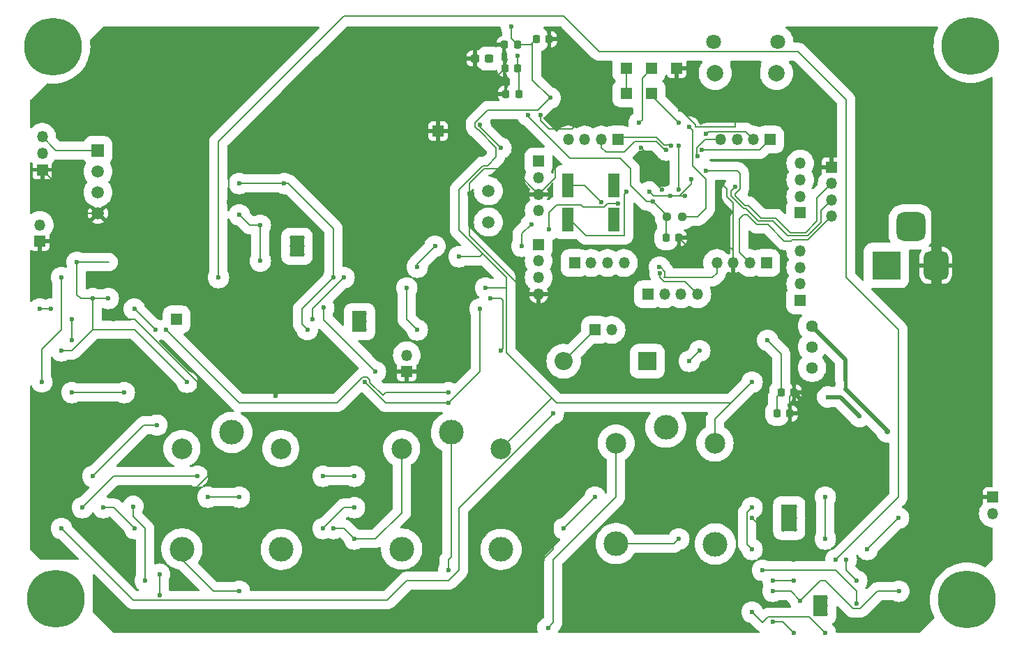
<source format=gbr>
%TF.GenerationSoftware,KiCad,Pcbnew,8.0.4*%
%TF.CreationDate,2024-09-30T00:09:27+07:00*%
%TF.ProjectId,Schematic_editted,53636865-6d61-4746-9963-5f6564697474,rev?*%
%TF.SameCoordinates,Original*%
%TF.FileFunction,Copper,L2,Bot*%
%TF.FilePolarity,Positive*%
%FSLAX46Y46*%
G04 Gerber Fmt 4.6, Leading zero omitted, Abs format (unit mm)*
G04 Created by KiCad (PCBNEW 8.0.4) date 2024-09-30 00:09:27*
%MOMM*%
%LPD*%
G01*
G04 APERTURE LIST*
G04 Aperture macros list*
%AMRoundRect*
0 Rectangle with rounded corners*
0 $1 Rounding radius*
0 $2 $3 $4 $5 $6 $7 $8 $9 X,Y pos of 4 corners*
0 Add a 4 corners polygon primitive as box body*
4,1,4,$2,$3,$4,$5,$6,$7,$8,$9,$2,$3,0*
0 Add four circle primitives for the rounded corners*
1,1,$1+$1,$2,$3*
1,1,$1+$1,$4,$5*
1,1,$1+$1,$6,$7*
1,1,$1+$1,$8,$9*
0 Add four rect primitives between the rounded corners*
20,1,$1+$1,$2,$3,$4,$5,0*
20,1,$1+$1,$4,$5,$6,$7,0*
20,1,$1+$1,$6,$7,$8,$9,0*
20,1,$1+$1,$8,$9,$2,$3,0*%
G04 Aperture macros list end*
%TA.AperFunction,ComponentPad*%
%ADD10R,1.350000X1.350000*%
%TD*%
%TA.AperFunction,ComponentPad*%
%ADD11O,1.350000X1.350000*%
%TD*%
%TA.AperFunction,HeatsinkPad*%
%ADD12C,0.500000*%
%TD*%
%TA.AperFunction,HeatsinkPad*%
%ADD13R,1.800000X2.500000*%
%TD*%
%TA.AperFunction,ComponentPad*%
%ADD14R,1.500000X1.500000*%
%TD*%
%TA.AperFunction,ComponentPad*%
%ADD15C,1.500000*%
%TD*%
%TA.AperFunction,ComponentPad*%
%ADD16C,1.800000*%
%TD*%
%TA.AperFunction,ComponentPad*%
%ADD17C,2.000000*%
%TD*%
%TA.AperFunction,ComponentPad*%
%ADD18R,2.200000X2.200000*%
%TD*%
%TA.AperFunction,ComponentPad*%
%ADD19O,2.200000X2.200000*%
%TD*%
%TA.AperFunction,ComponentPad*%
%ADD20C,3.000000*%
%TD*%
%TA.AperFunction,ComponentPad*%
%ADD21C,2.500000*%
%TD*%
%TA.AperFunction,ComponentPad*%
%ADD22C,7.000000*%
%TD*%
%TA.AperFunction,ComponentPad*%
%ADD23C,1.440000*%
%TD*%
%TA.AperFunction,HeatsinkPad*%
%ADD24R,1.900000X3.300000*%
%TD*%
%TA.AperFunction,ComponentPad*%
%ADD25RoundRect,0.875000X0.875000X0.875000X-0.875000X0.875000X-0.875000X-0.875000X0.875000X-0.875000X0*%
%TD*%
%TA.AperFunction,ComponentPad*%
%ADD26RoundRect,0.750000X0.750000X1.000000X-0.750000X1.000000X-0.750000X-1.000000X0.750000X-1.000000X0*%
%TD*%
%TA.AperFunction,ComponentPad*%
%ADD27R,3.500000X3.500000*%
%TD*%
%TA.AperFunction,SMDPad,CuDef*%
%ADD28RoundRect,0.225000X-0.225000X-0.250000X0.225000X-0.250000X0.225000X0.250000X-0.225000X0.250000X0*%
%TD*%
%TA.AperFunction,SMDPad,CuDef*%
%ADD29RoundRect,0.225000X0.225000X0.250000X-0.225000X0.250000X-0.225000X-0.250000X0.225000X-0.250000X0*%
%TD*%
%TA.AperFunction,SMDPad,CuDef*%
%ADD30RoundRect,0.237500X0.300000X0.237500X-0.300000X0.237500X-0.300000X-0.237500X0.300000X-0.237500X0*%
%TD*%
%TA.AperFunction,SMDPad,CuDef*%
%ADD31RoundRect,0.237500X0.250000X0.237500X-0.250000X0.237500X-0.250000X-0.237500X0.250000X-0.237500X0*%
%TD*%
%TA.AperFunction,SMDPad,CuDef*%
%ADD32R,1.430000X2.850000*%
%TD*%
%TA.AperFunction,ViaPad*%
%ADD33C,0.600000*%
%TD*%
%TA.AperFunction,ViaPad*%
%ADD34C,1.200000*%
%TD*%
%TA.AperFunction,ViaPad*%
%ADD35C,0.700000*%
%TD*%
%TA.AperFunction,Conductor*%
%ADD36C,0.200000*%
%TD*%
%TA.AperFunction,Conductor*%
%ADD37C,1.280000*%
%TD*%
%TA.AperFunction,Conductor*%
%ADD38C,0.600000*%
%TD*%
%TA.AperFunction,Conductor*%
%ADD39C,0.500000*%
%TD*%
%TA.AperFunction,Conductor*%
%ADD40C,0.400000*%
%TD*%
G04 APERTURE END LIST*
D10*
%TO.P,J32,1,Pin_1*%
%TO.N,OUT_LIGHT*%
X109572000Y-103120000D03*
%TD*%
%TO.P,J26,1,Pin_1*%
%TO.N,PA7*%
X166784000Y-100076000D03*
D11*
%TO.P,J26,2,Pin_2*%
%TO.N,PB0*%
X168784000Y-100076000D03*
%TO.P,J26,3,Pin_3*%
%TO.N,PB1*%
X170784000Y-100076000D03*
%TO.P,J26,4,Pin_4*%
%TO.N,PB10*%
X172784000Y-100076000D03*
%TD*%
D12*
%TO.P,U6,9*%
%TO.N,N/C*%
X124842000Y-95230000D03*
X124842000Y-94230000D03*
X124842000Y-93230000D03*
D13*
X124192000Y-94230000D03*
D12*
X123542000Y-95230000D03*
X123542000Y-94230000D03*
X123542000Y-93230000D03*
%TD*%
D10*
%TO.P,J24,1,Pin_1*%
%TO.N,PA0*%
X153512000Y-94028000D03*
D11*
%TO.P,J24,2,Pin_2*%
%TO.N,PA1*%
X153512000Y-96028000D03*
%TO.P,J24,3,Pin_3*%
%TO.N,PA2*%
X153512000Y-98028000D03*
%TO.P,J24,4,Pin_4*%
%TO.N,GND*%
X153512000Y-100028000D03*
%TD*%
D14*
%TO.P,U9,1,VDD*%
%TO.N,Vout_3.3V*%
X100023900Y-82607000D03*
D15*
%TO.P,U9,2,DATA*%
%TO.N,Net-(J3-Pin_2)*%
X100023900Y-85147000D03*
%TO.P,U9,3,NC*%
%TO.N,unconnected-(U9-NC-Pad3)*%
X100023900Y-87687000D03*
%TO.P,U9,4,GND*%
%TO.N,GND*%
X100023900Y-90227000D03*
%TD*%
D16*
%TO.P,J13,6,Shield*%
%TO.N,unconnected-(J13-Shield-Pad6)_2*%
X174788000Y-69420000D03*
D17*
%TO.N,unconnected-(J13-Shield-Pad6)_3*%
X174938000Y-73220000D03*
%TO.N,unconnected-(J13-Shield-Pad6)_1*%
X182388000Y-73220000D03*
D16*
%TO.N,unconnected-(J13-Shield-Pad6)*%
X182538000Y-69420000D03*
%TD*%
D10*
%TO.P,J23,1,Pin_1*%
%TO.N,VBAT*%
X153512000Y-83916000D03*
D11*
%TO.P,J23,2,Pin_2*%
%TO.N,PC13*%
X153512000Y-85916000D03*
%TO.P,J23,3,Pin_3*%
%TO.N,GND*%
X153512000Y-87916000D03*
%TO.P,J23,4,Pin_4*%
%TO.N,VCC3.3V*%
X153512000Y-89916000D03*
%TD*%
D10*
%TO.P,J21,1,Pin_1*%
%TO.N,PB3*%
X181610000Y-81280000D03*
D11*
%TO.P,J21,2,Pin_2*%
%TO.N,PB4*%
X179610000Y-81280000D03*
%TO.P,J21,3,Pin_3*%
%TO.N,PB5*%
X177610000Y-81280000D03*
%TO.P,J21,4,Pin_4*%
%TO.N,PA15*%
X175610000Y-81280000D03*
%TD*%
D10*
%TO.P,J31,1,Pin_1*%
%TO.N,GND*%
X141322000Y-80260000D03*
%TD*%
%TO.P,J12,1,Pin_1*%
%TO.N,Net-(J12-Pin_1)*%
X167228000Y-72644000D03*
%TD*%
%TO.P,J28,1,Pin_1*%
%TO.N,PA8*%
X185262000Y-90170000D03*
D11*
%TO.P,J28,2,Pin_2*%
%TO.N,PA9*%
X185262000Y-88170000D03*
%TO.P,J28,3,Pin_3*%
%TO.N,PA10*%
X185262000Y-86170000D03*
%TO.P,J28,4,Pin_4*%
%TO.N,unconnected-(J28-Pin_4-Pad4)*%
X185262000Y-84170000D03*
%TD*%
D10*
%TO.P,OP_AMP_3,1,Pin_1*%
%TO.N,GND*%
X137512000Y-109470000D03*
D11*
%TO.P,OP_AMP_3,2,Pin_2*%
%TO.N,Net-(J39-Pin_2)*%
X137512000Y-107470000D03*
%TD*%
D10*
%TO.P,J14,1,Pin_1*%
%TO.N,VCC3.3*%
X164180000Y-75692000D03*
%TD*%
D18*
%TO.P,D18,1,K*%
%TO.N,Net-(D18-K)*%
X166722000Y-108200000D03*
D19*
%TO.P,D18,2,A*%
%TO.N,Net-(D18-A)*%
X156562000Y-108200000D03*
%TD*%
D10*
%TO.P,J16,1,Pin_1*%
%TO.N,GND*%
X189072000Y-84614000D03*
D11*
%TO.P,J16,2,Pin_2*%
%TO.N,SWCLK*%
X189072000Y-86614000D03*
%TO.P,J16,3,Pin_3*%
%TO.N,SWDIO*%
X189072000Y-88614000D03*
%TO.P,J16,4,Pin_4*%
%TO.N,VCC3.3*%
X189072000Y-90614000D03*
%TD*%
D10*
%TO.P,J15,1,Pin_1*%
%TO.N,VCC3.3*%
X164180000Y-72644000D03*
%TD*%
%TO.P,J17,1,Pin_1*%
%TO.N,Net-(D18-A)*%
X160372000Y-104390000D03*
D11*
%TO.P,J17,2,Pin_2*%
%TO.N,Net-(D18-K)*%
X162372000Y-104390000D03*
%TD*%
D20*
%TO.P,K3,1*%
%TO.N,COM_3*%
X168962000Y-116210000D03*
D21*
%TO.P,K3,2*%
%TO.N,Net-(D16-K)*%
X162912000Y-118160000D03*
D20*
%TO.P,K3,3*%
%TO.N,NO_3*%
X162912000Y-130360000D03*
%TO.P,K3,4*%
%TO.N,NC_3*%
X174962000Y-130410000D03*
D21*
%TO.P,K3,5*%
%TO.N,POS_5V*%
X174912000Y-118160000D03*
%TD*%
D15*
%TO.P,Y1,1,1*%
%TO.N,OSC_IN*%
X147416000Y-87508000D03*
%TO.P,Y1,2,2*%
%TO.N,OSC_OUT*%
X147416000Y-91308000D03*
%TD*%
D10*
%TO.P,J25,1,Pin_1*%
%TO.N,PA3*%
X157878000Y-96266000D03*
D11*
%TO.P,J25,2,Pin_2*%
%TO.N,PA4*%
X159878000Y-96266000D03*
%TO.P,J25,3,Pin_3*%
%TO.N,PA5*%
X161878000Y-96266000D03*
%TO.P,J25,4,Pin_4*%
%TO.N,PA6*%
X163878000Y-96266000D03*
%TD*%
D12*
%TO.P,U7,9*%
%TO.N,N/C*%
X132432000Y-104390000D03*
X132432000Y-103390000D03*
X132432000Y-102390000D03*
D13*
X131782000Y-103390000D03*
D12*
X131132000Y-104390000D03*
X131132000Y-103390000D03*
X131132000Y-102390000D03*
%TD*%
D10*
%TO.P,J1,1,Pin_1*%
%TO.N,GND*%
X92962700Y-93640000D03*
D11*
%TO.P,J1,2,Pin_2*%
%TO.N,/AO*%
X92962700Y-91640000D03*
%TD*%
D10*
%TO.P,J22,1,Pin_1*%
%TO.N,PB6*%
X163116000Y-81280000D03*
D11*
%TO.P,J22,2,Pin_2*%
%TO.N,PB7*%
X161116000Y-81280000D03*
%TO.P,J22,3,Pin_3*%
%TO.N,PB8*%
X159116000Y-81280000D03*
%TO.P,J22,4,Pin_4*%
%TO.N,PB9*%
X157116000Y-81280000D03*
%TD*%
D22*
%TO.P,H7,1*%
%TO.N,N/C*%
X94596874Y-69964474D03*
%TD*%
D10*
%TO.P,J3,1,Pin_1*%
%TO.N,GND*%
X93267500Y-84943800D03*
D11*
%TO.P,J3,2,Pin_2*%
%TO.N,Net-(J3-Pin_2)*%
X93267500Y-82943800D03*
%TO.P,J3,3,Pin_3*%
%TO.N,Vout_3.3V*%
X93267500Y-80943800D03*
%TD*%
D10*
%TO.P,J20,1,Pin_1*%
%TO.N,PB12*%
X185262000Y-100806000D03*
D11*
%TO.P,J20,2,Pin_2*%
%TO.N,PB13*%
X185262000Y-98806000D03*
%TO.P,J20,3,Pin_3*%
%TO.N,PB14*%
X185262000Y-96806000D03*
%TO.P,J20,4,Pin_4*%
%TO.N,PB15*%
X185262000Y-94806000D03*
%TD*%
D22*
%TO.P,H6,1*%
%TO.N,N/C*%
X205518674Y-137172874D03*
%TD*%
D10*
%TO.P,J30,1,Pin_1*%
%TO.N,GND*%
X170276000Y-72644000D03*
%TD*%
%TO.P,J11,1,Pin_1*%
%TO.N,GND*%
X208632000Y-124710000D03*
D11*
%TO.P,J11,2,Pin_2*%
%TO.N,Net-(J11-Pin_2)*%
X208632000Y-126710000D03*
%TD*%
D23*
%TO.P,RV4,1,1*%
%TO.N,Net-(U8-FB)*%
X186695063Y-103913763D03*
%TO.P,RV4,2,2*%
%TO.N,unconnected-(RV4-Pad2)*%
X186695063Y-106453763D03*
%TO.P,RV4,3,3*%
%TO.N,POS_5V*%
X186695063Y-108993763D03*
%TD*%
D10*
%TO.P,J27,1,Pin_1*%
%TO.N,PB11*%
X181150000Y-96266000D03*
D11*
%TO.P,J27,2,Pin_2*%
%TO.N,VCC3.3*%
X179150000Y-96266000D03*
%TO.P,J27,3,Pin_3*%
%TO.N,GND*%
X177150000Y-96266000D03*
%TO.P,J27,4,Pin_4*%
%TO.N,BOOT1*%
X175150000Y-96266000D03*
%TD*%
D22*
%TO.P,H8,1*%
%TO.N,N/C*%
X205950474Y-69888274D03*
%TD*%
D12*
%TO.P,U3,9*%
%TO.N,N/C*%
X188392000Y-138930000D03*
X188392000Y-137930000D03*
X188392000Y-136930000D03*
D13*
X187742000Y-137930000D03*
D12*
X187092000Y-138930000D03*
X187092000Y-137930000D03*
X187092000Y-136930000D03*
%TD*%
%TO.P,U5,9*%
%TO.N,N/C*%
X184632000Y-128650000D03*
X184632000Y-127250000D03*
X184632000Y-125850000D03*
D24*
X183932000Y-127250000D03*
D12*
X183232000Y-128650000D03*
X183232000Y-127250000D03*
X183232000Y-125850000D03*
%TD*%
D22*
%TO.P,H5,1*%
%TO.N,N/C*%
X94927074Y-137045874D03*
%TD*%
D25*
%TO.P,J37,3*%
%TO.N,N/C*%
X198730237Y-91871737D03*
D26*
%TO.P,J37,2*%
%TO.N,GND*%
X201730237Y-96571737D03*
D27*
%TO.P,J37,1*%
%TO.N,12V*%
X195730237Y-96571737D03*
%TD*%
D20*
%TO.P,K1,1*%
%TO.N,COM_1*%
X116272000Y-116860000D03*
D21*
%TO.P,K1,2*%
%TO.N,Net-(D7-K)*%
X110222000Y-118810000D03*
D20*
%TO.P,K1,3*%
%TO.N,NO_1*%
X110222000Y-131010000D03*
%TO.P,K1,4*%
%TO.N,NC_1*%
X122272000Y-131060000D03*
D21*
%TO.P,K1,5*%
%TO.N,POS_5V*%
X122222000Y-118810000D03*
%TD*%
D10*
%TO.P,J29,1,Pin_1*%
%TO.N,Net-(J29-Pin_1)*%
X167228000Y-75692000D03*
%TD*%
D20*
%TO.P,K2,1*%
%TO.N,COM_2*%
X142942000Y-116860000D03*
D21*
%TO.P,K2,2*%
%TO.N,Net-(D12-K)*%
X136892000Y-118810000D03*
D20*
%TO.P,K2,3*%
%TO.N,NO_2*%
X136892000Y-131010000D03*
%TO.P,K2,4*%
%TO.N,NC_2*%
X148942000Y-131060000D03*
D21*
%TO.P,K2,5*%
%TO.N,POS_5V*%
X148892000Y-118810000D03*
%TD*%
D28*
%TO.P,C35,1*%
%TO.N,Vout_3.3V*%
X182457000Y-114550000D03*
%TO.P,C35,2*%
%TO.N,GND*%
X184007000Y-114550000D03*
%TD*%
D29*
%TO.P,104\u002C2,1*%
%TO.N,VCC3.3*%
X151112000Y-75717400D03*
%TO.P,104\u002C2,2*%
%TO.N,GND*%
X149562000Y-75717400D03*
%TD*%
%TO.P,C9,1*%
%TO.N,VCC3.3*%
X150985000Y-72644000D03*
%TO.P,C9,2*%
%TO.N,GND*%
X149435000Y-72644000D03*
%TD*%
%TO.P,C2,1*%
%TO.N,POS_5V*%
X150934200Y-69723000D03*
%TO.P,C2,2*%
%TO.N,GND*%
X149384200Y-69723000D03*
%TD*%
D28*
%TO.P,C1,1*%
%TO.N,POS_5V*%
X153245000Y-69088000D03*
%TO.P,C1,2*%
%TO.N,GND*%
X154795000Y-69088000D03*
%TD*%
D30*
%TO.P,104\u002C4,1*%
%TO.N,VCC3.3*%
X147503500Y-71432250D03*
%TO.P,104\u002C4,2*%
%TO.N,GND*%
X145778500Y-71432250D03*
%TD*%
D28*
%TO.P,105\u002C1,1*%
%TO.N,RESET*%
X168993000Y-93218000D03*
%TO.P,105\u002C1,2*%
%TO.N,GND*%
X170543000Y-93218000D03*
%TD*%
%TO.P,C34,1*%
%TO.N,Vout_3.3V*%
X182952000Y-112010000D03*
%TO.P,C34,2*%
%TO.N,GND*%
X184502000Y-112010000D03*
%TD*%
D31*
%TO.P,R3\u002C2,1*%
%TO.N,Vout_3.3*%
X170934500Y-90678000D03*
%TO.P,R3\u002C2,2*%
%TO.N,RESET*%
X169109500Y-90678000D03*
%TD*%
D32*
%TO.P,Y2,1,1*%
%TO.N,OSC_IN_PC14*%
X157026000Y-86825000D03*
%TO.P,Y2,2,2*%
%TO.N,unconnected-(Y2-Pad2)*%
X162656000Y-86825000D03*
%TO.P,Y2,3,3*%
%TO.N,unconnected-(Y2-Pad3)*%
X162656000Y-90975000D03*
%TO.P,Y2,4,4*%
%TO.N,OSC_OUT_PC15*%
X157026000Y-90975000D03*
%TD*%
D33*
%TO.N,OUT_LIGHT*%
X107032000Y-104390000D03*
X104441142Y-101850000D03*
%TO.N,OSC_IN*%
X151482000Y-94230000D03*
X152631000Y-91575000D03*
%TO.N,VCC3.3*%
X151112000Y-75717400D03*
X172054000Y-86050000D03*
X169514000Y-88138000D03*
X171292000Y-88138000D03*
X166974000Y-87630000D03*
X147403000Y-71432250D03*
X150972000Y-71120000D03*
%TO.N,GND*%
X115922000Y-105660000D03*
X145132000Y-87880000D03*
X153764200Y-78308200D03*
X184502000Y-112010000D03*
X196532000Y-132330000D03*
X177388000Y-78486000D03*
X170656000Y-77596000D03*
X101952000Y-103120000D03*
D34*
X201128537Y-83930237D03*
D33*
X118462000Y-82800000D03*
X184502000Y-132330000D03*
X189931237Y-114899237D03*
X155349200Y-125922800D03*
X115922000Y-88870000D03*
X154022000Y-132330000D03*
X105762000Y-98040000D03*
X154782000Y-71882000D03*
X129892000Y-118360000D03*
X205999063Y-116483763D03*
X109572000Y-125980000D03*
X124812000Y-122170000D03*
X158084000Y-79502000D03*
X165958000Y-82296000D03*
X145712500Y-73585500D03*
X194662000Y-133600000D03*
X121602000Y-112410000D03*
X175610000Y-86550000D03*
X122272000Y-109470000D03*
X168498000Y-87376000D03*
X155544000Y-84074000D03*
X199649063Y-118645763D03*
X176882000Y-99310000D03*
X149562000Y-75717400D03*
X188312000Y-122170000D03*
X179423765Y-127248235D03*
%TO.N,RESET*%
X152189200Y-78308200D03*
X167409892Y-88827892D03*
%TO.N,POS_5V*%
X154934000Y-76214000D03*
X100682000Y-125980000D03*
X126082000Y-103120000D03*
X150212000Y-67560000D03*
X147072000Y-99310000D03*
X129892000Y-98040000D03*
X104492000Y-128520000D03*
X143862000Y-95500000D03*
X156562000Y-128520000D03*
X179422000Y-110740000D03*
X160372000Y-124710000D03*
%TO.N,OSC_OUT*%
X163164000Y-89049998D03*
X154782000Y-92202000D03*
%TO.N,NEG_5V*%
X133702000Y-109470000D03*
X117192000Y-90420000D03*
X127432000Y-101693973D03*
X146402000Y-101850000D03*
X179422000Y-138680000D03*
X188312000Y-141220000D03*
X119732000Y-91690000D03*
X142592000Y-113280000D03*
X132432000Y-110740000D03*
X119732000Y-96032200D03*
%TO.N,OSC_IN_PC14*%
X161132000Y-88849998D03*
%TO.N,OSC_OUT_PC15*%
X157301000Y-90975000D03*
X164200000Y-87650000D03*
%TO.N,/AO*%
X101282000Y-100580000D03*
X110842000Y-110740000D03*
X97482350Y-96159650D03*
X99412000Y-100580000D03*
X95602000Y-106930000D03*
%TO.N,Net-(U3-+)*%
X181962000Y-134870000D03*
X184502000Y-134870000D03*
%TO.N,Net-(C12-Pad1)*%
X180692000Y-133600000D03*
X192122000Y-137652500D03*
%TO.N,Net-(U3--)*%
X185267000Y-137295000D03*
X197243800Y-136140000D03*
X181962000Y-136140000D03*
%TO.N,Net-(U10-CAP-)*%
X137512000Y-99310000D03*
X138782000Y-104390000D03*
%TO.N,Vout_3.3V*%
X181302000Y-105660000D03*
X171802000Y-108200000D03*
X142592000Y-112010000D03*
X173072000Y-106930000D03*
X108302000Y-104390000D03*
%TO.N,Net-(D1-K)*%
X94332000Y-101850000D03*
X92972600Y-101850000D03*
%TO.N,Net-(D3-K)*%
X148940000Y-82296000D03*
X146400000Y-79502000D03*
%TO.N,Net-(D5-A)*%
X190852000Y-132330000D03*
X192122000Y-134870000D03*
%TO.N,Net-(D6-A)*%
X104302392Y-125838578D03*
X105762000Y-134870000D03*
%TO.N,Net-(D7-A)*%
X107512000Y-136620000D03*
X107512000Y-134080000D03*
%TO.N,Net-(D10-A)*%
X127352000Y-128520000D03*
X131162000Y-125980000D03*
%TO.N,Net-(D11-K)*%
X188607063Y-112549763D03*
X192471237Y-114899237D03*
%TO.N,Net-(D12-A)*%
X131162000Y-122170000D03*
X127352000Y-122170000D03*
%TO.N,Net-(D12-K)*%
X128622000Y-128520000D03*
X131162000Y-129790000D03*
%TO.N,Net-(D16-K)*%
X154657000Y-140585000D03*
%TO.N,Net-(D18-A)*%
X148942000Y-106930000D03*
X147672000Y-100580000D03*
%TO.N,INPUT_2*%
X112112000Y-122170000D03*
X113382000Y-124710000D03*
X98142000Y-125980000D03*
X117192000Y-124710000D03*
%TO.N,INPUT_1*%
X99412000Y-122170000D03*
X107178765Y-115966765D03*
%TO.N,INPUT_3*%
X95602000Y-128520000D03*
X155292000Y-114550000D03*
%TO.N,NO_1*%
X117192000Y-136140000D03*
%TO.N,Net-(J7-Pin_3)*%
X96872000Y-103120000D03*
X96872000Y-105660000D03*
%TO.N,Net-(J7-Pin_2)*%
X95602000Y-98040000D03*
X103222000Y-112010000D03*
X96872000Y-112010000D03*
X93225629Y-110714601D03*
%TO.N,NO_3*%
X170532000Y-129790000D03*
%TO.N,COM_2*%
X142592000Y-133600000D03*
%TO.N,Net-(J11-Pin_2)*%
X197202000Y-127250000D03*
X193392000Y-131060000D03*
%TO.N,Net-(J12-Pin_1)*%
X165704000Y-79248000D03*
%TO.N,SWDIO*%
X177344735Y-87050000D03*
%TO.N,SWCLK*%
X173832000Y-85090000D03*
%TO.N,Net-(J29-Pin_1)*%
X170530000Y-79201000D03*
%TO.N,pH_INPUT*%
X189582000Y-132330000D03*
X114652000Y-98040000D03*
%TO.N,Vout_3.3*%
X171800000Y-79756000D03*
%TO.N,BOOT1*%
X170486735Y-81998735D03*
X170530000Y-87376000D03*
X168180466Y-96758000D03*
%TO.N,Net-(R5-Pad1)*%
X181962000Y-139845000D03*
X184502000Y-141220000D03*
%TO.N,Net-(U5--)*%
X179422000Y-131060000D03*
X179422000Y-125980000D03*
X188312000Y-124710000D03*
X188312000Y-129790000D03*
%TO.N,Net-(U7--)*%
X125442000Y-104360760D03*
X128622000Y-98040000D03*
X117192000Y-86610000D03*
X122629500Y-86610000D03*
D35*
%TO.N,Net-(U8-FB)*%
X195839063Y-116740763D03*
D33*
X190759063Y-110390763D03*
%TO.N,Net-(U10-(NC)BOOST)*%
X138782000Y-96770000D03*
X140942000Y-94230000D03*
%TO.N,PB4*%
X173832000Y-80614500D03*
%TO.N,PB10*%
X168245580Y-97555349D03*
%TO.N,PB6*%
X169571687Y-81984313D03*
%TO.N,PB7*%
X169006000Y-82550000D03*
%TO.N,PA15*%
X172816000Y-83312000D03*
%TO.N,PB3*%
X173324000Y-82550000D03*
%TD*%
D36*
%TO.N,OUT_LIGHT*%
X106981142Y-104390000D02*
X107032000Y-104390000D01*
X104441142Y-101850000D02*
X106981142Y-104390000D01*
%TO.N,GND*%
X177388000Y-79756000D02*
X177388000Y-78486000D01*
X172562000Y-79756000D02*
X177388000Y-79756000D01*
X172562000Y-79502000D02*
X172562000Y-79756000D01*
X170656000Y-77596000D02*
X172562000Y-79502000D01*
%TO.N,pH_INPUT*%
X114652000Y-81530000D02*
X114652000Y-98040000D01*
X160892000Y-70620000D02*
X156562000Y-66290000D01*
X185022000Y-70620000D02*
X160892000Y-70620000D01*
X156562000Y-66290000D02*
X129892000Y-66290000D01*
X190852000Y-98040000D02*
X190852000Y-76450000D01*
X190852000Y-76450000D02*
X185022000Y-70620000D01*
X197202000Y-104390000D02*
X190852000Y-98040000D01*
X189582000Y-132330000D02*
X197202000Y-124710000D01*
X129892000Y-66290000D02*
X114652000Y-81530000D01*
X197202000Y-124710000D02*
X197202000Y-104390000D01*
%TO.N,OSC_IN*%
X151482000Y-92724000D02*
X152631000Y-91575000D01*
X151482000Y-94230000D02*
X151482000Y-92724000D01*
%TO.N,VCC3.3*%
X180016314Y-91586000D02*
X181344000Y-91586000D01*
X184125686Y-93586000D02*
X184239686Y-93472000D01*
X167482000Y-88138000D02*
X169514000Y-88138000D01*
X151112000Y-72771000D02*
X150985000Y-72644000D01*
X184239686Y-93472000D02*
X186214000Y-93472000D01*
X170616529Y-88138000D02*
X172054000Y-86700529D01*
X186214000Y-93472000D02*
X189072000Y-90614000D01*
X183344000Y-93586000D02*
X184125686Y-93586000D01*
X166974000Y-87630000D02*
X167482000Y-88138000D01*
X150985000Y-71133000D02*
X150972000Y-71120000D01*
X151112000Y-75717400D02*
X151112000Y-72771000D01*
X179150000Y-96266000D02*
X177896000Y-95012000D01*
X178854314Y-90424000D02*
X180016314Y-91586000D01*
X169514000Y-88138000D02*
X170530000Y-88138000D01*
X177896000Y-90932000D02*
X178404000Y-90424000D01*
X170530000Y-88138000D02*
X170616529Y-88138000D01*
X172054000Y-86700529D02*
X172054000Y-86050000D01*
X178404000Y-90424000D02*
X178854314Y-90424000D01*
X177896000Y-95012000D02*
X177896000Y-90932000D01*
X150985000Y-72644000D02*
X150985000Y-71133000D01*
X164180000Y-72644000D02*
X164180000Y-75692000D01*
X181344000Y-91586000D02*
X183344000Y-93586000D01*
X147503500Y-71432250D02*
X147403000Y-71432250D01*
X170530000Y-88138000D02*
X171292000Y-88138000D01*
D37*
%TO.N,GND*%
X201730237Y-103864589D02*
X200284063Y-105310763D01*
D36*
X184502000Y-132326470D02*
X184502000Y-132330000D01*
X153512000Y-87916000D02*
X150432000Y-84836000D01*
X145712500Y-73585500D02*
X148493500Y-73585500D01*
X196532000Y-132330000D02*
X195262000Y-133600000D01*
X100023900Y-90227000D02*
X96610900Y-93640000D01*
X115922000Y-85340000D02*
X118462000Y-82800000D01*
X195262000Y-133600000D02*
X194662000Y-133600000D01*
X155292000Y-125980000D02*
X155349200Y-125922800D01*
X176882000Y-99310000D02*
X176882000Y-98040000D01*
X176880000Y-94488000D02*
X177150000Y-94758000D01*
D38*
X201811063Y-116483763D02*
X205999063Y-116483763D01*
D36*
X170543000Y-93218000D02*
X171813000Y-94488000D01*
X145132000Y-92960000D02*
X152200000Y-100028000D01*
X154782000Y-71882000D02*
X158084000Y-75184000D01*
X145132000Y-86610000D02*
X145132000Y-87880000D01*
X189072000Y-84614000D02*
X189072000Y-83312000D01*
D37*
X201128537Y-83930237D02*
X201730237Y-84531937D01*
D36*
X167482000Y-86360000D02*
X168498000Y-87376000D01*
X179423765Y-127248235D02*
X184502000Y-132326470D01*
X105762000Y-98040000D02*
X105762000Y-95965100D01*
X157576000Y-80010000D02*
X154782000Y-80010000D01*
X184007000Y-114550000D02*
X184007000Y-112505000D01*
X112112000Y-112010000D02*
X113382000Y-113280000D01*
X115922000Y-105660000D02*
X118462000Y-105660000D01*
X177150000Y-88973686D02*
X176372000Y-88195686D01*
X176882000Y-98040000D02*
X177150000Y-97772000D01*
X124812000Y-122170000D02*
X128622000Y-118360000D01*
X189072000Y-83312000D02*
X184246000Y-78486000D01*
X112112000Y-110740000D02*
X112112000Y-112010000D01*
X176372000Y-88195686D02*
X176372000Y-87312000D01*
X113382000Y-122170000D02*
X124812000Y-122170000D01*
X177150000Y-94758000D02*
X177150000Y-96266000D01*
X101952000Y-103120000D02*
X104492000Y-103120000D01*
X152200000Y-100028000D02*
X153512000Y-100028000D01*
X154795000Y-69088000D02*
X154795000Y-71869000D01*
X158084000Y-79502000D02*
X157576000Y-80010000D01*
X109572000Y-125980000D02*
X113382000Y-122170000D01*
D39*
X199649063Y-118645763D02*
X201811063Y-116483763D01*
D36*
X146906000Y-84836000D02*
X145132000Y-86610000D01*
X96610900Y-93640000D02*
X92962700Y-93640000D01*
X149435000Y-69773800D02*
X149384200Y-69723000D01*
X184007000Y-112505000D02*
X184502000Y-112010000D01*
X177150000Y-97772000D02*
X177150000Y-96266000D01*
X158084000Y-75184000D02*
X158084000Y-79502000D01*
X188312000Y-122170000D02*
X189931237Y-120550763D01*
X154022000Y-132330000D02*
X155292000Y-131060000D01*
D39*
X187391237Y-114899237D02*
X189931237Y-114899237D01*
D36*
X154795000Y-71869000D02*
X154782000Y-71882000D01*
X100023900Y-90227000D02*
X98550700Y-90227000D01*
X122272000Y-111740000D02*
X122272000Y-109470000D01*
X105762000Y-95965100D02*
X100023900Y-90227000D01*
X177150000Y-96266000D02*
X177150000Y-88973686D01*
X154782000Y-80010000D02*
X153764200Y-78992200D01*
X98550700Y-90227000D02*
X93267500Y-84943800D01*
X184246000Y-78486000D02*
X177388000Y-78486000D01*
X176372000Y-87312000D02*
X175610000Y-86550000D01*
X155544000Y-85884000D02*
X153512000Y-87916000D01*
X155544000Y-84074000D02*
X155544000Y-85884000D01*
X153764200Y-78992200D02*
X153764200Y-78308200D01*
X165958000Y-82296000D02*
X167482000Y-83820000D01*
X149435000Y-72644000D02*
X149435000Y-69773800D01*
X118462000Y-105660000D02*
X122272000Y-109470000D01*
X155292000Y-131060000D02*
X155292000Y-125980000D01*
X128622000Y-118360000D02*
X129892000Y-118360000D01*
X150432000Y-84836000D02*
X146906000Y-84836000D01*
X167482000Y-83820000D02*
X167482000Y-86360000D01*
X149347500Y-69686300D02*
X149384200Y-69723000D01*
X104492000Y-103120000D02*
X112112000Y-110740000D01*
X121602000Y-112410000D02*
X122272000Y-111740000D01*
X115922000Y-88870000D02*
X115922000Y-85340000D01*
X189931237Y-120550763D02*
X189931237Y-114899237D01*
D37*
X201730237Y-96571737D02*
X201730237Y-103864589D01*
D36*
X113382000Y-113280000D02*
X113382000Y-122170000D01*
X171813000Y-94488000D02*
X176880000Y-94488000D01*
D39*
X184502000Y-112010000D02*
X187391237Y-114899237D01*
D36*
X145638000Y-73660000D02*
X145712500Y-73585500D01*
X148493500Y-73585500D02*
X149435000Y-72644000D01*
X149435000Y-72644000D02*
X149435000Y-75590400D01*
X145132000Y-87880000D02*
X145132000Y-92960000D01*
D37*
X201730237Y-84531937D02*
X201730237Y-96571737D01*
D36*
X145778500Y-71432250D02*
X145778500Y-73554550D01*
X149435000Y-75590400D02*
X149562000Y-75717400D01*
%TO.N,RESET*%
X167736000Y-89154000D02*
X167409892Y-88827892D01*
X164688000Y-84836000D02*
X163418000Y-83566000D01*
X152242000Y-78486000D02*
X152242000Y-78361000D01*
X164688000Y-86868000D02*
X164688000Y-84836000D01*
X157322000Y-83566000D02*
X152242000Y-78486000D01*
X169109500Y-90678000D02*
X169260000Y-90678000D01*
X152242000Y-78361000D02*
X152189200Y-78308200D01*
X169109500Y-90678000D02*
X169109500Y-90527500D01*
X166647892Y-88827892D02*
X164688000Y-86868000D01*
X169109500Y-90527500D02*
X167736000Y-89154000D01*
X168993000Y-90794500D02*
X169109500Y-90678000D01*
X163418000Y-83566000D02*
X157322000Y-83566000D01*
X168993000Y-93218000D02*
X168993000Y-90794500D01*
X167409892Y-88827892D02*
X166647892Y-88827892D01*
%TO.N,POS_5V*%
X146754157Y-95147843D02*
X143862000Y-92255686D01*
X148892000Y-118810000D02*
X155067735Y-112634264D01*
X152610000Y-69723000D02*
X152743500Y-69589500D01*
X152743500Y-74023500D02*
X154934000Y-76214000D01*
X150934200Y-69723000D02*
X152610000Y-69723000D01*
X129892000Y-98040000D02*
X126082000Y-101850000D01*
X149612000Y-107178529D02*
X155713471Y-113280000D01*
X149612000Y-99310000D02*
X149612000Y-98005686D01*
X100682000Y-125980000D02*
X101952000Y-125980000D01*
X149612000Y-98005686D02*
X146754157Y-95147843D01*
X174912000Y-115250000D02*
X179422000Y-110740000D01*
X126082000Y-101850000D02*
X126082000Y-103120000D01*
X149612000Y-107178529D02*
X149612000Y-99310000D01*
X153439800Y-77708200D02*
X154934000Y-76214000D01*
X148340000Y-83402000D02*
X148340000Y-82261686D01*
X152743500Y-69589500D02*
X152743500Y-74023500D01*
X155067735Y-112634264D02*
X149612000Y-107178529D01*
X147306000Y-84436000D02*
X148340000Y-83402000D01*
X143862000Y-92255686D02*
X143862000Y-87314314D01*
X147345271Y-77708200D02*
X153439800Y-77708200D01*
X143862000Y-87314314D02*
X146740314Y-84436000D01*
X156562000Y-128520000D02*
X160372000Y-124710000D01*
X146151471Y-80102000D02*
X145800000Y-79750529D01*
X101952000Y-125980000D02*
X104492000Y-128520000D01*
X146402000Y-95500000D02*
X146754157Y-95147843D01*
X147072000Y-99310000D02*
X149612000Y-99310000D01*
X150212000Y-69000800D02*
X150934200Y-69723000D01*
X145800000Y-79750529D02*
X145800000Y-79253471D01*
X174912000Y-118160000D02*
X174912000Y-115250000D01*
X148340000Y-82261686D02*
X146180314Y-80102000D01*
X150212000Y-67560000D02*
X150212000Y-69000800D01*
X146180314Y-80102000D02*
X146151471Y-80102000D01*
X155713471Y-113280000D02*
X176882000Y-113280000D01*
X176882000Y-113280000D02*
X179422000Y-110740000D01*
X152743500Y-69589500D02*
X153245000Y-69088000D01*
X145800000Y-79253471D02*
X147345271Y-77708200D01*
X143862000Y-95500000D02*
X146402000Y-95500000D01*
X146740314Y-84436000D02*
X147306000Y-84436000D01*
%TO.N,OSC_OUT*%
X158688000Y-89250000D02*
X158887998Y-89449998D01*
X154782000Y-92202000D02*
X154782000Y-90170000D01*
X155702000Y-89250000D02*
X158688000Y-89250000D01*
X155544000Y-89408000D02*
X155702000Y-89250000D01*
X161441002Y-89449998D02*
X161841002Y-89049998D01*
X161841002Y-89049998D02*
X163164000Y-89049998D01*
X158887998Y-89449998D02*
X161441002Y-89449998D01*
X154782000Y-90170000D02*
X155544000Y-89408000D01*
%TO.N,NEG_5V*%
X119732000Y-96032200D02*
X119732000Y-91690000D01*
X181397000Y-139245000D02*
X186337000Y-139245000D01*
X179422000Y-138680000D02*
X180692000Y-139950000D01*
X146402000Y-109470000D02*
X146402000Y-101850000D01*
X117192000Y-90420000D02*
X118462000Y-91690000D01*
X127432000Y-101693973D02*
X127432000Y-103200000D01*
X186337000Y-139245000D02*
X188312000Y-141220000D01*
X134972000Y-113280000D02*
X132432000Y-110740000D01*
X127432000Y-103200000D02*
X133702000Y-109470000D01*
X142592000Y-113280000D02*
X134972000Y-113280000D01*
X180692000Y-139950000D02*
X181397000Y-139245000D01*
X118462000Y-91690000D02*
X119732000Y-91690000D01*
X142592000Y-113280000D02*
X146402000Y-109470000D01*
%TO.N,OSC_IN_PC14*%
X159107002Y-86825000D02*
X157026000Y-86825000D01*
X161132000Y-88849998D02*
X159107002Y-86825000D01*
%TO.N,OSC_OUT_PC15*%
X163926000Y-92964000D02*
X159290000Y-92964000D01*
X159290000Y-92964000D02*
X157301000Y-90975000D01*
X164200000Y-87650000D02*
X163926000Y-87924000D01*
X163926000Y-87924000D02*
X163926000Y-92964000D01*
%TO.N,/AO*%
X99412000Y-104390000D02*
X96872000Y-106930000D01*
X97482350Y-100109650D02*
X97952700Y-100580000D01*
X97482350Y-96159650D02*
X101341650Y-96159650D01*
X99412000Y-104390000D02*
X104492000Y-104390000D01*
X101282000Y-100580000D02*
X99412000Y-100580000D01*
X96872000Y-106930000D02*
X95602000Y-106930000D01*
X97952700Y-100580000D02*
X99412000Y-100580000D01*
X97482350Y-96159650D02*
X97482350Y-100109650D01*
X99412000Y-100580000D02*
X99412000Y-104390000D01*
X104492000Y-104390000D02*
X110842000Y-110740000D01*
%TO.N,Net-(U3-+)*%
X181962000Y-134870000D02*
X184502000Y-134870000D01*
%TO.N,Net-(C12-Pad1)*%
X189582000Y-133600000D02*
X192122000Y-136140000D01*
X192122000Y-136140000D02*
X192122000Y-137652500D01*
X180692000Y-133600000D02*
X189582000Y-133600000D01*
%TO.N,Net-(U3--)*%
X188312000Y-134870000D02*
X187692000Y-134870000D01*
X192549500Y-138252500D02*
X191694500Y-138252500D01*
X194662000Y-136140000D02*
X192549500Y-138252500D01*
X191694500Y-138252500D02*
X188312000Y-134870000D01*
X184112000Y-136140000D02*
X185267000Y-137295000D01*
X187692000Y-134870000D02*
X185267000Y-137295000D01*
X197243800Y-136140000D02*
X194662000Y-136140000D01*
X181962000Y-136140000D02*
X184112000Y-136140000D01*
%TO.N,Net-(U10-CAP-)*%
X137512000Y-103120000D02*
X138782000Y-104390000D01*
X137512000Y-99310000D02*
X137512000Y-103120000D01*
%TO.N,Vout_3.3V*%
X132680529Y-110140000D02*
X132183471Y-110140000D01*
X117192000Y-113280000D02*
X108302000Y-104390000D01*
X129043471Y-113280000D02*
X117192000Y-113280000D01*
X182952000Y-112010000D02*
X182952000Y-107310000D01*
X142592000Y-112010000D02*
X134972000Y-112010000D01*
X133032000Y-110774314D02*
X133032000Y-110491471D01*
X134972000Y-112010000D02*
X134619843Y-112362157D01*
X134619843Y-112362157D02*
X133032000Y-110774314D01*
X94930700Y-82607000D02*
X100023900Y-82607000D01*
X171802000Y-108200000D02*
X173072000Y-106930000D01*
X182457000Y-114550000D02*
X182457000Y-112505000D01*
X182457000Y-112505000D02*
X182952000Y-112010000D01*
X93267500Y-80943800D02*
X94930700Y-82607000D01*
X182952000Y-107310000D02*
X181302000Y-105660000D01*
X133032000Y-110491471D02*
X132680529Y-110140000D01*
X132183471Y-110140000D02*
X129043471Y-113280000D01*
%TO.N,Net-(D1-K)*%
X94332000Y-101850000D02*
X92972600Y-101850000D01*
%TO.N,Net-(D3-K)*%
X146400000Y-79756000D02*
X146400000Y-79502000D01*
X148940000Y-82296000D02*
X146400000Y-79756000D01*
%TO.N,Net-(D5-A)*%
X190852000Y-132330000D02*
X190852000Y-133600000D01*
X190852000Y-133600000D02*
X192122000Y-134870000D01*
%TO.N,Net-(D6-A)*%
X105762000Y-128520000D02*
X105762000Y-134870000D01*
X104302392Y-127060392D02*
X105762000Y-128520000D01*
X104302392Y-125838578D02*
X104302392Y-127060392D01*
%TO.N,Net-(D7-A)*%
X107512000Y-136620000D02*
X107512000Y-134080000D01*
%TO.N,Net-(D10-A)*%
X129892000Y-125980000D02*
X131162000Y-125980000D01*
X127352000Y-128520000D02*
X129892000Y-125980000D01*
D39*
%TO.N,Net-(D11-K)*%
X192471237Y-114899237D02*
X190121763Y-112549763D01*
X190121763Y-112549763D02*
X188607063Y-112549763D01*
D36*
%TO.N,Net-(D12-A)*%
X127352000Y-122170000D02*
X131162000Y-122170000D01*
%TO.N,Net-(D12-K)*%
X136892000Y-118810000D02*
X136892000Y-126600000D01*
X128622000Y-128520000D02*
X129892000Y-128520000D01*
X133702000Y-129790000D02*
X131162000Y-129790000D01*
X129892000Y-128520000D02*
X131162000Y-129790000D01*
X136892000Y-126600000D02*
X133702000Y-129790000D01*
%TO.N,Net-(D16-K)*%
X162912000Y-118160000D02*
X162912000Y-124710000D01*
X155292000Y-139950000D02*
X154657000Y-140585000D01*
X162912000Y-124710000D02*
X155292000Y-132330000D01*
X155292000Y-132330000D02*
X155292000Y-139950000D01*
%TO.N,Net-(D18-A)*%
X148942000Y-100580000D02*
X149212000Y-100850000D01*
X149212000Y-100850000D02*
X149212000Y-106660000D01*
X156562000Y-108200000D02*
X160372000Y-104390000D01*
X147672000Y-100580000D02*
X148942000Y-100580000D01*
X149212000Y-106660000D02*
X148942000Y-106930000D01*
%TO.N,INPUT_2*%
X117192000Y-124710000D02*
X113382000Y-124710000D01*
X112112000Y-122170000D02*
X101952000Y-122170000D01*
X101952000Y-122170000D02*
X98142000Y-125980000D01*
%TO.N,INPUT_1*%
X107178765Y-115966765D02*
X105615235Y-115966765D01*
X105615235Y-115966765D02*
X99412000Y-122170000D01*
%TO.N,INPUT_3*%
X104302000Y-137220000D02*
X95602000Y-128520000D01*
X142592000Y-134870000D02*
X137512000Y-134870000D01*
X155292000Y-114602032D02*
X143862000Y-126032032D01*
X155292000Y-114550000D02*
X155292000Y-114602032D01*
X143862000Y-126032032D02*
X143862000Y-133600000D01*
X135162000Y-137220000D02*
X104302000Y-137220000D01*
X143862000Y-133600000D02*
X142592000Y-134870000D01*
X137512000Y-134870000D02*
X135162000Y-137220000D01*
%TO.N,NO_1*%
X110222000Y-132280000D02*
X114082000Y-136140000D01*
X114082000Y-136140000D02*
X117192000Y-136140000D01*
%TO.N,Net-(J7-Pin_3)*%
X96872000Y-105660000D02*
X96872000Y-103120000D01*
%TO.N,Net-(J7-Pin_2)*%
X96872000Y-112010000D02*
X103222000Y-112010000D01*
X95602000Y-104390000D02*
X95602000Y-98040000D01*
X93225629Y-110714601D02*
X93225629Y-106766371D01*
X93225629Y-106766371D02*
X95602000Y-104390000D01*
%TO.N,NO_3*%
X170532000Y-129790000D02*
X169962000Y-130360000D01*
X169962000Y-130360000D02*
X162912000Y-130360000D01*
%TO.N,COM_2*%
X142592000Y-132330000D02*
X142942000Y-131980000D01*
X142592000Y-133600000D02*
X142592000Y-132330000D01*
X142942000Y-131980000D02*
X142942000Y-116860000D01*
%TO.N,Net-(J11-Pin_2)*%
X197202000Y-127250000D02*
X193392000Y-131060000D01*
%TO.N,Net-(J12-Pin_1)*%
X167228000Y-72644000D02*
X166082265Y-73789735D01*
X166082265Y-73789735D02*
X166082265Y-78869735D01*
X166082265Y-78869735D02*
X165704000Y-79248000D01*
%TO.N,SWDIO*%
X176880000Y-87514735D02*
X176880000Y-88138000D01*
X180182000Y-91186000D02*
X181960000Y-91186000D01*
X177344735Y-87050000D02*
X176880000Y-87514735D01*
X178658000Y-89662000D02*
X180182000Y-91186000D01*
X187802000Y-89884000D02*
X189072000Y-88614000D01*
X181960000Y-91186000D02*
X183738000Y-92964000D01*
X178404000Y-89662000D02*
X178658000Y-89662000D01*
X186156314Y-92964000D02*
X187802000Y-91318314D01*
X187802000Y-91318314D02*
X187802000Y-89884000D01*
X176880000Y-88138000D02*
X178404000Y-89662000D01*
X183738000Y-92964000D02*
X186156314Y-92964000D01*
%TO.N,SWCLK*%
X177642000Y-85090000D02*
X177944735Y-85392735D01*
X177416843Y-87826421D02*
X177416843Y-88109157D01*
X178569686Y-89262000D02*
X179020000Y-89262000D01*
X182322000Y-90786000D02*
X184100000Y-92564000D01*
X184100000Y-92564000D02*
X185916000Y-92564000D01*
X177416843Y-88109157D02*
X178569686Y-89262000D01*
X180544000Y-90786000D02*
X182322000Y-90786000D01*
X187294000Y-88392000D02*
X189072000Y-86614000D01*
X187294000Y-91186000D02*
X187294000Y-88392000D01*
X177944735Y-85392735D02*
X177944735Y-87298529D01*
X173832000Y-85090000D02*
X177642000Y-85090000D01*
X185916000Y-92564000D02*
X187294000Y-91186000D01*
X179020000Y-89262000D02*
X180544000Y-90786000D01*
X177944735Y-87298529D02*
X177416843Y-87826421D01*
%TO.N,Net-(J29-Pin_1)*%
X167228000Y-75692000D02*
X167228000Y-75899000D01*
X167228000Y-75899000D02*
X170530000Y-79201000D01*
%TO.N,Vout_3.3*%
X170934500Y-90678000D02*
X172816000Y-90678000D01*
X172816000Y-90678000D02*
X173832000Y-89662000D01*
X172216000Y-80172000D02*
X171800000Y-79756000D01*
X172216000Y-84490000D02*
X172216000Y-80172000D01*
X173832000Y-86106000D02*
X172216000Y-84490000D01*
X173832000Y-89662000D02*
X173832000Y-86106000D01*
%TO.N,BOOT1*%
X175150000Y-97488000D02*
X175150000Y-96266000D01*
X170530000Y-87376000D02*
X170530000Y-82042000D01*
X171730157Y-98015157D02*
X171759000Y-98044000D01*
X168780843Y-98015157D02*
X171730157Y-98015157D01*
X170530000Y-82042000D02*
X170486735Y-81998735D01*
X168845580Y-97306820D02*
X168845580Y-97950420D01*
X168180466Y-96758000D02*
X168296760Y-96758000D01*
X168296760Y-96758000D02*
X168845580Y-97306820D01*
X168845580Y-97950420D02*
X168780843Y-98015157D01*
X171759000Y-98044000D02*
X174594000Y-98044000D01*
X174594000Y-98044000D02*
X175150000Y-97488000D01*
%TO.N,Net-(R5-Pad1)*%
X183127000Y-139845000D02*
X181962000Y-139845000D01*
X184502000Y-141220000D02*
X183127000Y-139845000D01*
%TO.N,Net-(U5--)*%
X178823765Y-130461765D02*
X179422000Y-131060000D01*
X178823765Y-126578235D02*
X178823765Y-130461765D01*
X188312000Y-124710000D02*
X188312000Y-129790000D01*
X179422000Y-125980000D02*
X178823765Y-126578235D01*
%TO.N,Net-(U7--)*%
X122629500Y-86610000D02*
X123117000Y-86610000D01*
X124812000Y-103730760D02*
X124812000Y-101850000D01*
X123117000Y-86610000D02*
X128622000Y-92115000D01*
X124812000Y-101850000D02*
X128622000Y-98040000D01*
X128622000Y-92115000D02*
X128622000Y-98040000D01*
X117192000Y-86610000D02*
X122629500Y-86610000D01*
X125442000Y-104360760D02*
X124812000Y-103730760D01*
D40*
%TO.N,Net-(U8-FB)*%
X190759063Y-110390763D02*
X190759063Y-111531411D01*
D36*
X195839063Y-116611411D02*
X195839063Y-116740763D01*
D39*
X186695063Y-103913763D02*
X190759063Y-107977763D01*
X190759063Y-107977763D02*
X190759063Y-110390763D01*
D38*
X190759063Y-111531411D02*
X195839063Y-116611411D01*
D36*
%TO.N,Net-(U10-(NC)BOOST)*%
X138782000Y-96770000D02*
X138782000Y-96390000D01*
X138782000Y-96390000D02*
X140942000Y-94230000D01*
%TO.N,PB4*%
X178635000Y-80305000D02*
X179610000Y-81280000D01*
X173832000Y-80614500D02*
X174141500Y-80305000D01*
X174141500Y-80305000D02*
X178635000Y-80305000D01*
%TO.N,PB10*%
X168752000Y-98552000D02*
X171260000Y-98552000D01*
X168245580Y-98045580D02*
X168752000Y-98552000D01*
X171260000Y-98552000D02*
X172784000Y-100076000D01*
X168245580Y-97555349D02*
X168245580Y-98045580D01*
%TO.N,PB6*%
X169537374Y-81950000D02*
X168757471Y-81950000D01*
X167833471Y-81026000D02*
X163370000Y-81026000D01*
X169571687Y-81984313D02*
X169537374Y-81950000D01*
X168757471Y-81950000D02*
X167833471Y-81026000D01*
X163370000Y-81026000D02*
X163116000Y-81280000D01*
%TO.N,PB7*%
X163926000Y-82804000D02*
X165196000Y-81534000D01*
X167775785Y-81534000D02*
X168791785Y-82550000D01*
X161116000Y-82239000D02*
X161681000Y-82804000D01*
X161681000Y-82804000D02*
X163926000Y-82804000D01*
X168791785Y-82550000D02*
X169006000Y-82550000D01*
X165196000Y-81534000D02*
X167775785Y-81534000D01*
X161116000Y-81280000D02*
X161116000Y-82239000D01*
%TO.N,PA15*%
X175610000Y-81280000D02*
X173745471Y-81280000D01*
X172724000Y-82301471D02*
X172724000Y-83220000D01*
X173745471Y-81280000D02*
X172724000Y-82301471D01*
X172724000Y-83220000D02*
X172816000Y-83312000D01*
%TO.N,PB3*%
X180340000Y-82550000D02*
X181610000Y-81280000D01*
X173324000Y-82550000D02*
X180340000Y-82550000D01*
%TD*%
%TA.AperFunction,Conductor*%
%TO.N,GND*%
G36*
X150975686Y-78828385D02*
G01*
X151021029Y-78880295D01*
X151058631Y-78960932D01*
X151058632Y-78960934D01*
X151189154Y-79147341D01*
X151350058Y-79308245D01*
X151350061Y-79308247D01*
X151536466Y-79438768D01*
X151707698Y-79518615D01*
X151742974Y-79543316D01*
X154228477Y-82028819D01*
X154261962Y-82090142D01*
X154256978Y-82159834D01*
X154215106Y-82215767D01*
X154149642Y-82240184D01*
X154140796Y-82240500D01*
X152778971Y-82240500D01*
X152778965Y-82240500D01*
X152778964Y-82240501D01*
X152767316Y-82241536D01*
X152659584Y-82251113D01*
X152463954Y-82307089D01*
X152373772Y-82354196D01*
X152283593Y-82401302D01*
X152283591Y-82401303D01*
X152283590Y-82401304D01*
X152125890Y-82529890D01*
X152010979Y-82670819D01*
X151997302Y-82687593D01*
X151968627Y-82742488D01*
X151903089Y-82867954D01*
X151847114Y-83063583D01*
X151847113Y-83063586D01*
X151840752Y-83135139D01*
X151836866Y-83178853D01*
X151836500Y-83182966D01*
X151836500Y-84649028D01*
X151836501Y-84649034D01*
X151847113Y-84768415D01*
X151903090Y-84964047D01*
X151981184Y-85113551D01*
X151994775Y-85182086D01*
X151986704Y-85216264D01*
X151960639Y-85282676D01*
X151919065Y-85388607D01*
X151906446Y-85420759D01*
X151906445Y-85420764D01*
X151850567Y-85665580D01*
X151831802Y-85915995D01*
X151831802Y-85916004D01*
X151850567Y-86166419D01*
X151904625Y-86403261D01*
X151906448Y-86411247D01*
X151906450Y-86411252D01*
X151998194Y-86645011D01*
X151998193Y-86645011D01*
X152056706Y-86746357D01*
X152123755Y-86862489D01*
X152247624Y-87017815D01*
X152280331Y-87058829D01*
X152381013Y-87152247D01*
X152448891Y-87215228D01*
X152484645Y-87275255D01*
X152482270Y-87345085D01*
X152475549Y-87361398D01*
X152411651Y-87489719D01*
X152361494Y-87665999D01*
X152361495Y-87666000D01*
X153196314Y-87666000D01*
X153191920Y-87670394D01*
X153139259Y-87761606D01*
X153112000Y-87863339D01*
X153112000Y-87968661D01*
X153139259Y-88070394D01*
X153191920Y-88161606D01*
X153196314Y-88166000D01*
X152361495Y-88166000D01*
X152411652Y-88342281D01*
X152411652Y-88342283D01*
X152475548Y-88470602D01*
X152487809Y-88539387D01*
X152460936Y-88603882D01*
X152448890Y-88616771D01*
X152280332Y-88773170D01*
X152123755Y-88969511D01*
X151998194Y-89186988D01*
X151906450Y-89420747D01*
X151906445Y-89420764D01*
X151850567Y-89665580D01*
X151831802Y-89915995D01*
X151831802Y-89916004D01*
X151850567Y-90166419D01*
X151850567Y-90166421D01*
X151904312Y-90401894D01*
X151900039Y-90471633D01*
X151858740Y-90527990D01*
X151854545Y-90531061D01*
X151791856Y-90574956D01*
X151630954Y-90735858D01*
X151500432Y-90922265D01*
X151500431Y-90922267D01*
X151404260Y-91128504D01*
X151370073Y-91256090D01*
X151337980Y-91311676D01*
X150765072Y-91884586D01*
X150642588Y-92007069D01*
X150642588Y-92007070D01*
X150642586Y-92007072D01*
X150614237Y-92046091D01*
X150540768Y-92147211D01*
X150462128Y-92301552D01*
X150408597Y-92466302D01*
X150381500Y-92637389D01*
X150381500Y-93495227D01*
X150361815Y-93562266D01*
X150359089Y-93566329D01*
X150351433Y-93577265D01*
X150351430Y-93577269D01*
X150255261Y-93783502D01*
X150255258Y-93783511D01*
X150196366Y-94003302D01*
X150196364Y-94003313D01*
X150176532Y-94229998D01*
X150176532Y-94230001D01*
X150196364Y-94456686D01*
X150196366Y-94456697D01*
X150255258Y-94676488D01*
X150255261Y-94676497D01*
X150351431Y-94882732D01*
X150351432Y-94882734D01*
X150481954Y-95069141D01*
X150642858Y-95230045D01*
X150642861Y-95230047D01*
X150829266Y-95360568D01*
X151035504Y-95456739D01*
X151255308Y-95515635D01*
X151417230Y-95529801D01*
X151481998Y-95535468D01*
X151482000Y-95535468D01*
X151482002Y-95535468D01*
X151538673Y-95530509D01*
X151708692Y-95515635D01*
X151724713Y-95511342D01*
X151794559Y-95513003D01*
X151852423Y-95552163D01*
X151879930Y-95616390D01*
X151877698Y-95658708D01*
X151850567Y-95777578D01*
X151850567Y-95777580D01*
X151831802Y-96027995D01*
X151831802Y-96028004D01*
X151850567Y-96278419D01*
X151904890Y-96516421D01*
X151906448Y-96523247D01*
X151929544Y-96582095D01*
X151998194Y-96757011D01*
X151998193Y-96757011D01*
X152118854Y-96966000D01*
X152135327Y-97033900D01*
X152118854Y-97090000D01*
X151998194Y-97298988D01*
X151906450Y-97532747D01*
X151906445Y-97532764D01*
X151850567Y-97777580D01*
X151831802Y-98027995D01*
X151831802Y-98028004D01*
X151850567Y-98278419D01*
X151900949Y-98499155D01*
X151906448Y-98523247D01*
X151906450Y-98523252D01*
X151998194Y-98757011D01*
X151998193Y-98757011D01*
X152059678Y-98863504D01*
X152123755Y-98974489D01*
X152237725Y-99117402D01*
X152280331Y-99170829D01*
X152371743Y-99255646D01*
X152448891Y-99327228D01*
X152484645Y-99387255D01*
X152482270Y-99457085D01*
X152475549Y-99473398D01*
X152411651Y-99601719D01*
X152361494Y-99777999D01*
X152361495Y-99778000D01*
X153196314Y-99778000D01*
X153191920Y-99782394D01*
X153139259Y-99873606D01*
X153112000Y-99975339D01*
X153112000Y-100080661D01*
X153139259Y-100182394D01*
X153191920Y-100273606D01*
X153196314Y-100278000D01*
X152361495Y-100278000D01*
X152411651Y-100454280D01*
X152508715Y-100649208D01*
X152639945Y-100822985D01*
X152800868Y-100969685D01*
X152986012Y-101084322D01*
X152986023Y-101084327D01*
X153189060Y-101162984D01*
X153262000Y-101176619D01*
X153262000Y-100343686D01*
X153266394Y-100348080D01*
X153357606Y-100400741D01*
X153459339Y-100428000D01*
X153564661Y-100428000D01*
X153666394Y-100400741D01*
X153757606Y-100348080D01*
X153762000Y-100343686D01*
X153762000Y-101176619D01*
X153834939Y-101162984D01*
X154037976Y-101084327D01*
X154037987Y-101084322D01*
X154223130Y-100969685D01*
X154223131Y-100969685D01*
X154384054Y-100822985D01*
X154515284Y-100649208D01*
X154612348Y-100454280D01*
X154662505Y-100278000D01*
X153827686Y-100278000D01*
X153832080Y-100273606D01*
X153884741Y-100182394D01*
X153912000Y-100080661D01*
X153912000Y-99975339D01*
X153884741Y-99873606D01*
X153832080Y-99782394D01*
X153827686Y-99778000D01*
X154662505Y-99778000D01*
X154662505Y-99777999D01*
X154612348Y-99601719D01*
X154548451Y-99473398D01*
X154536190Y-99404612D01*
X154563063Y-99340117D01*
X154575104Y-99327233D01*
X154743672Y-99170825D01*
X154900245Y-98974489D01*
X155025806Y-98757011D01*
X155117552Y-98523247D01*
X155173432Y-98278421D01*
X155184808Y-98126611D01*
X155192198Y-98028004D01*
X155192198Y-98027995D01*
X155173666Y-97780698D01*
X155173432Y-97777579D01*
X155117552Y-97532753D01*
X155043599Y-97344324D01*
X155025807Y-97298991D01*
X155002683Y-97258939D01*
X154905143Y-97089995D01*
X154888672Y-97022100D01*
X154905143Y-96966005D01*
X155025806Y-96757011D01*
X155117552Y-96523247D01*
X155173432Y-96278421D01*
X155182332Y-96159651D01*
X155192198Y-96028004D01*
X155192198Y-96027995D01*
X155173432Y-95777580D01*
X155173432Y-95777578D01*
X155117601Y-95532966D01*
X156202500Y-95532966D01*
X156202500Y-96999028D01*
X156202500Y-96999033D01*
X156202501Y-96999036D01*
X156204551Y-97022100D01*
X156213113Y-97118415D01*
X156269089Y-97314045D01*
X156269090Y-97314048D01*
X156269091Y-97314049D01*
X156363302Y-97494407D01*
X156363304Y-97494409D01*
X156491890Y-97652109D01*
X156576493Y-97721093D01*
X156649593Y-97780698D01*
X156829951Y-97874909D01*
X157025582Y-97930886D01*
X157144963Y-97941500D01*
X158611036Y-97941499D01*
X158730418Y-97930886D01*
X158926049Y-97874909D01*
X159077767Y-97795658D01*
X159146298Y-97782068D01*
X159188976Y-97793848D01*
X159215140Y-97806447D01*
X159264151Y-97830050D01*
X159264152Y-97830050D01*
X159264155Y-97830052D01*
X159504121Y-97904072D01*
X159752439Y-97941500D01*
X159752440Y-97941500D01*
X160003560Y-97941500D01*
X160003561Y-97941500D01*
X160251879Y-97904072D01*
X160491845Y-97830052D01*
X160718099Y-97721094D01*
X160808149Y-97659699D01*
X160874628Y-97638199D01*
X160942178Y-97656053D01*
X160947851Y-97659699D01*
X161037901Y-97721094D01*
X161037903Y-97721095D01*
X161037908Y-97721098D01*
X161155196Y-97777580D01*
X161264151Y-97830050D01*
X161264152Y-97830050D01*
X161264155Y-97830052D01*
X161504121Y-97904072D01*
X161752439Y-97941500D01*
X161752440Y-97941500D01*
X162003560Y-97941500D01*
X162003561Y-97941500D01*
X162251879Y-97904072D01*
X162491845Y-97830052D01*
X162718099Y-97721094D01*
X162808149Y-97659699D01*
X162874628Y-97638199D01*
X162942178Y-97656053D01*
X162947851Y-97659699D01*
X163037901Y-97721094D01*
X163037903Y-97721095D01*
X163037908Y-97721098D01*
X163155196Y-97777580D01*
X163264151Y-97830050D01*
X163264152Y-97830050D01*
X163264155Y-97830052D01*
X163504121Y-97904072D01*
X163752439Y-97941500D01*
X163752440Y-97941500D01*
X164003560Y-97941500D01*
X164003561Y-97941500D01*
X164251879Y-97904072D01*
X164491845Y-97830052D01*
X164718099Y-97721094D01*
X164925586Y-97579632D01*
X165068447Y-97447076D01*
X165109668Y-97408829D01*
X165109668Y-97408827D01*
X165109672Y-97408825D01*
X165266245Y-97212489D01*
X165391806Y-96995011D01*
X165483552Y-96761247D01*
X165539432Y-96516421D01*
X165547114Y-96413909D01*
X165558198Y-96266004D01*
X165558198Y-96265995D01*
X165540678Y-96032201D01*
X165539432Y-96015579D01*
X165483552Y-95770753D01*
X165391806Y-95536989D01*
X165391805Y-95536988D01*
X165391806Y-95536988D01*
X165320558Y-95413584D01*
X165266245Y-95319511D01*
X165109672Y-95123175D01*
X165109671Y-95123174D01*
X165109668Y-95123170D01*
X164925586Y-94952368D01*
X164839682Y-94893800D01*
X164718099Y-94810906D01*
X164718095Y-94810904D01*
X164718092Y-94810902D01*
X164718091Y-94810901D01*
X164491847Y-94701949D01*
X164491849Y-94701949D01*
X164251887Y-94627930D01*
X164251883Y-94627929D01*
X164251879Y-94627928D01*
X164121696Y-94608306D01*
X164003566Y-94590500D01*
X164003561Y-94590500D01*
X163752439Y-94590500D01*
X163752433Y-94590500D01*
X163610433Y-94611904D01*
X163504121Y-94627928D01*
X163504118Y-94627929D01*
X163504112Y-94627930D01*
X163264151Y-94701949D01*
X163037908Y-94810901D01*
X163037900Y-94810906D01*
X162947851Y-94872300D01*
X162881371Y-94893800D01*
X162813821Y-94875945D01*
X162808149Y-94872300D01*
X162718099Y-94810906D01*
X162718091Y-94810901D01*
X162491847Y-94701949D01*
X162491849Y-94701949D01*
X162251887Y-94627930D01*
X162251883Y-94627929D01*
X162251879Y-94627928D01*
X162121696Y-94608306D01*
X162003566Y-94590500D01*
X162003561Y-94590500D01*
X161752439Y-94590500D01*
X161752433Y-94590500D01*
X161610433Y-94611904D01*
X161504121Y-94627928D01*
X161504118Y-94627929D01*
X161504112Y-94627930D01*
X161264151Y-94701949D01*
X161037908Y-94810901D01*
X161037900Y-94810906D01*
X160947851Y-94872300D01*
X160881371Y-94893800D01*
X160813821Y-94875945D01*
X160808149Y-94872300D01*
X160718099Y-94810906D01*
X160718091Y-94810901D01*
X160491847Y-94701949D01*
X160491849Y-94701949D01*
X160251887Y-94627930D01*
X160251883Y-94627929D01*
X160251879Y-94627928D01*
X160121696Y-94608306D01*
X160003566Y-94590500D01*
X160003561Y-94590500D01*
X159752439Y-94590500D01*
X159752433Y-94590500D01*
X159610433Y-94611904D01*
X159504121Y-94627928D01*
X159504118Y-94627929D01*
X159504112Y-94627930D01*
X159264154Y-94701948D01*
X159188975Y-94738152D01*
X159120034Y-94749503D01*
X159077764Y-94736340D01*
X158933266Y-94660861D01*
X158926049Y-94657091D01*
X158926048Y-94657090D01*
X158926047Y-94657090D01*
X158829287Y-94629404D01*
X158730418Y-94601114D01*
X158730415Y-94601113D01*
X158730413Y-94601113D01*
X158664102Y-94595217D01*
X158611037Y-94590500D01*
X158611032Y-94590500D01*
X157144971Y-94590500D01*
X157144965Y-94590500D01*
X157144964Y-94590501D01*
X157133316Y-94591536D01*
X157025584Y-94601113D01*
X156829954Y-94657089D01*
X156744075Y-94701949D01*
X156649593Y-94751302D01*
X156649591Y-94751303D01*
X156649590Y-94751304D01*
X156491890Y-94879890D01*
X156363304Y-95037590D01*
X156363302Y-95037593D01*
X156318600Y-95123170D01*
X156269089Y-95217954D01*
X156213114Y-95413583D01*
X156213113Y-95413586D01*
X156206238Y-95490924D01*
X156202652Y-95531261D01*
X156202500Y-95532966D01*
X155117601Y-95532966D01*
X155117552Y-95532753D01*
X155049974Y-95360567D01*
X155037296Y-95328264D01*
X155031127Y-95258667D01*
X155042812Y-95225557D01*
X155120909Y-95076049D01*
X155176886Y-94880418D01*
X155187500Y-94761037D01*
X155187499Y-93526851D01*
X155207184Y-93459813D01*
X155259091Y-93414471D01*
X155434734Y-93332568D01*
X155592899Y-93221819D01*
X155659103Y-93199494D01*
X155726870Y-93216504D01*
X155742379Y-93227293D01*
X155757593Y-93239698D01*
X155937951Y-93333909D01*
X156133582Y-93389886D01*
X156252963Y-93400500D01*
X157799036Y-93400499D01*
X157918418Y-93389886D01*
X158035722Y-93356321D01*
X158105589Y-93356804D01*
X158157514Y-93387856D01*
X158573072Y-93803414D01*
X158713212Y-93905232D01*
X158867555Y-93983873D01*
X159032299Y-94037402D01*
X159203389Y-94064500D01*
X159203390Y-94064500D01*
X164012610Y-94064500D01*
X164012611Y-94064500D01*
X164183701Y-94037402D01*
X164348445Y-93983873D01*
X164502788Y-93905232D01*
X164642928Y-93803414D01*
X164765414Y-93680928D01*
X164867232Y-93540788D01*
X164945873Y-93386445D01*
X164999402Y-93221701D01*
X165026500Y-93050611D01*
X165026500Y-89062204D01*
X165046185Y-88995165D01*
X165098989Y-88949410D01*
X165168147Y-88939466D01*
X165231703Y-88968491D01*
X165238181Y-88974523D01*
X165808478Y-89544820D01*
X165930964Y-89667306D01*
X166071104Y-89769124D01*
X166225447Y-89847765D01*
X166390191Y-89901294D01*
X166561281Y-89928392D01*
X166675120Y-89928392D01*
X166742159Y-89948077D01*
X166746232Y-89950809D01*
X166757158Y-89958460D01*
X166963396Y-90054631D01*
X166963398Y-90054631D01*
X166963405Y-90054634D01*
X167042953Y-90075948D01*
X167090979Y-90088816D01*
X167146568Y-90120910D01*
X167585181Y-90559523D01*
X167618666Y-90620846D01*
X167621500Y-90647204D01*
X167621500Y-90979089D01*
X167631799Y-91109951D01*
X167631800Y-91109957D01*
X167686247Y-91326033D01*
X167686248Y-91326036D01*
X167778406Y-91528930D01*
X167778407Y-91528932D01*
X167870428Y-91661755D01*
X167892425Y-91728071D01*
X167892500Y-91732371D01*
X167892500Y-92059019D01*
X167872815Y-92126058D01*
X167856181Y-92146700D01*
X167823449Y-92179431D01*
X167697826Y-92360756D01*
X167606596Y-92561604D01*
X167552696Y-92775515D01*
X167542500Y-92905061D01*
X167542500Y-93530924D01*
X167542501Y-93530939D01*
X167545288Y-93566347D01*
X167552696Y-93660485D01*
X167557848Y-93680930D01*
X167606596Y-93874395D01*
X167697826Y-94075243D01*
X167823449Y-94256568D01*
X167979431Y-94412550D01*
X168160756Y-94538173D01*
X168160757Y-94538173D01*
X168160761Y-94538176D01*
X168275957Y-94590500D01*
X168361604Y-94629403D01*
X168361605Y-94629403D01*
X168361607Y-94629404D01*
X168575515Y-94683304D01*
X168705067Y-94693500D01*
X169280932Y-94693499D01*
X169410485Y-94683304D01*
X169624393Y-94629404D01*
X169825239Y-94538176D01*
X170006567Y-94412551D01*
X170162551Y-94256567D01*
X170169604Y-94246386D01*
X170223958Y-94202489D01*
X170271531Y-94192999D01*
X170793000Y-94192999D01*
X170816308Y-94192999D01*
X170816322Y-94192998D01*
X170915607Y-94182855D01*
X171076481Y-94129547D01*
X171076492Y-94129542D01*
X171220728Y-94040575D01*
X171220732Y-94040572D01*
X171340572Y-93920732D01*
X171340575Y-93920728D01*
X171429542Y-93776492D01*
X171429547Y-93776481D01*
X171482855Y-93615606D01*
X171492999Y-93516322D01*
X171493000Y-93516309D01*
X171493000Y-93468000D01*
X170793000Y-93468000D01*
X170793000Y-94192999D01*
X170271531Y-94192999D01*
X170293000Y-94192998D01*
X170293000Y-94091459D01*
X170304101Y-94040178D01*
X170316564Y-94012741D01*
X170379404Y-93874393D01*
X170433304Y-93660485D01*
X170443500Y-93530933D01*
X170443499Y-93091998D01*
X170463183Y-93024961D01*
X170515987Y-92979206D01*
X170567499Y-92968000D01*
X171492999Y-92968000D01*
X171492999Y-92919692D01*
X171492998Y-92919677D01*
X171482855Y-92820392D01*
X171429547Y-92659518D01*
X171429542Y-92659507D01*
X171340575Y-92515271D01*
X171340572Y-92515267D01*
X171220731Y-92395426D01*
X171199199Y-92382145D01*
X171152475Y-92330196D01*
X171141254Y-92261234D01*
X171169098Y-92197152D01*
X171227167Y-92158297D01*
X171254563Y-92152990D01*
X171378949Y-92143201D01*
X171595038Y-92088751D01*
X171797933Y-91996592D01*
X171981111Y-91869685D01*
X172035976Y-91814820D01*
X172097299Y-91781334D01*
X172123658Y-91778500D01*
X172902610Y-91778500D01*
X172902611Y-91778500D01*
X173073701Y-91751402D01*
X173238445Y-91697873D01*
X173392788Y-91619232D01*
X173532928Y-91517414D01*
X174671414Y-90378928D01*
X174773232Y-90238788D01*
X174851873Y-90084445D01*
X174905402Y-89919701D01*
X174932500Y-89748611D01*
X174932500Y-89575389D01*
X174932500Y-86314500D01*
X174952185Y-86247461D01*
X175004989Y-86201706D01*
X175056500Y-86190500D01*
X176120745Y-86190500D01*
X176187784Y-86210185D01*
X176233539Y-86262989D01*
X176243483Y-86332147D01*
X176222321Y-86385619D01*
X176214167Y-86397266D01*
X176214165Y-86397269D01*
X176117995Y-86603504D01*
X176083808Y-86731090D01*
X176051721Y-86786670D01*
X176040587Y-86797804D01*
X176040580Y-86797813D01*
X175938770Y-86937943D01*
X175860128Y-87092287D01*
X175806597Y-87257037D01*
X175786308Y-87385139D01*
X175779500Y-87428124D01*
X175779500Y-88051389D01*
X175779500Y-88224611D01*
X175783340Y-88248857D01*
X175801686Y-88364692D01*
X175806598Y-88395701D01*
X175860127Y-88560445D01*
X175938768Y-88714788D01*
X176040586Y-88854928D01*
X176040588Y-88854930D01*
X177140977Y-89955319D01*
X177174462Y-90016642D01*
X177169478Y-90086334D01*
X177140977Y-90130681D01*
X177056588Y-90215069D01*
X177056588Y-90215070D01*
X177056586Y-90215072D01*
X177022611Y-90261835D01*
X176954768Y-90355211D01*
X176876128Y-90509552D01*
X176822597Y-90674302D01*
X176795500Y-90845389D01*
X176795500Y-95058300D01*
X176775815Y-95125339D01*
X176723011Y-95171094D01*
X176716294Y-95173926D01*
X176624025Y-95209671D01*
X176624015Y-95209676D01*
X176601548Y-95223587D01*
X176534187Y-95242140D01*
X176467488Y-95221331D01*
X176439326Y-95195471D01*
X176422144Y-95173926D01*
X176381672Y-95123175D01*
X176381671Y-95123174D01*
X176381668Y-95123170D01*
X176197586Y-94952368D01*
X176111682Y-94893800D01*
X175990099Y-94810906D01*
X175990095Y-94810904D01*
X175990092Y-94810902D01*
X175990091Y-94810901D01*
X175763847Y-94701949D01*
X175763849Y-94701949D01*
X175523887Y-94627930D01*
X175523883Y-94627929D01*
X175523879Y-94627928D01*
X175393696Y-94608306D01*
X175275566Y-94590500D01*
X175275561Y-94590500D01*
X175024439Y-94590500D01*
X175024433Y-94590500D01*
X174882433Y-94611904D01*
X174776121Y-94627928D01*
X174776118Y-94627929D01*
X174776112Y-94627930D01*
X174536151Y-94701949D01*
X174309908Y-94810901D01*
X174309907Y-94810902D01*
X174102413Y-94952368D01*
X173918331Y-95123170D01*
X173761755Y-95319511D01*
X173636194Y-95536988D01*
X173544450Y-95770747D01*
X173544445Y-95770764D01*
X173488567Y-96015580D01*
X173469802Y-96265995D01*
X173469802Y-96266004D01*
X173488567Y-96516419D01*
X173539043Y-96737567D01*
X173544448Y-96761247D01*
X173544450Y-96761252D01*
X173549531Y-96774198D01*
X173555700Y-96843794D01*
X173523262Y-96905678D01*
X173462517Y-96940201D01*
X173434103Y-96943500D01*
X172008632Y-96943500D01*
X171989234Y-96941973D01*
X171978046Y-96940201D01*
X171816768Y-96914657D01*
X171816767Y-96914657D01*
X169956870Y-96914657D01*
X169889831Y-96894972D01*
X169846385Y-96846951D01*
X169786813Y-96730033D01*
X169746963Y-96675185D01*
X169684994Y-96589892D01*
X169562508Y-96467406D01*
X169423189Y-96328087D01*
X169398488Y-96292811D01*
X169385986Y-96266000D01*
X169311034Y-96105266D01*
X169180513Y-95918861D01*
X169180511Y-95918858D01*
X169019607Y-95757954D01*
X168833200Y-95627432D01*
X168833198Y-95627431D01*
X168626963Y-95531261D01*
X168626954Y-95531258D01*
X168407163Y-95472366D01*
X168407159Y-95472365D01*
X168407158Y-95472365D01*
X168407157Y-95472364D01*
X168407152Y-95472364D01*
X168180468Y-95452532D01*
X168180464Y-95452532D01*
X167953779Y-95472364D01*
X167953768Y-95472366D01*
X167733977Y-95531258D01*
X167733968Y-95531261D01*
X167527733Y-95627431D01*
X167527731Y-95627432D01*
X167341324Y-95757954D01*
X167180420Y-95918858D01*
X167049898Y-96105265D01*
X167049897Y-96105267D01*
X166953727Y-96311502D01*
X166953724Y-96311511D01*
X166894832Y-96531302D01*
X166894830Y-96531313D01*
X166874998Y-96757998D01*
X166874998Y-96758001D01*
X166894830Y-96984686D01*
X166894832Y-96984697D01*
X166953724Y-97204488D01*
X166953726Y-97204492D01*
X166953727Y-97204496D01*
X166959319Y-97216488D01*
X166959730Y-97217369D01*
X166970222Y-97286446D01*
X166967123Y-97301866D01*
X166959947Y-97328648D01*
X166959944Y-97328662D01*
X166940112Y-97555347D01*
X166940112Y-97555350D01*
X166959944Y-97782035D01*
X166959946Y-97782046D01*
X167018838Y-98001837D01*
X167018841Y-98001846D01*
X167115011Y-98208081D01*
X167117718Y-98212769D01*
X167115959Y-98213784D01*
X167135446Y-98271614D01*
X167118418Y-98339377D01*
X167067458Y-98387177D01*
X167011542Y-98400500D01*
X166050971Y-98400500D01*
X166050965Y-98400500D01*
X166050964Y-98400501D01*
X166039316Y-98401536D01*
X165931584Y-98411113D01*
X165735954Y-98467089D01*
X165645772Y-98514196D01*
X165555593Y-98561302D01*
X165555591Y-98561303D01*
X165555590Y-98561304D01*
X165397890Y-98689890D01*
X165269304Y-98847590D01*
X165269302Y-98847593D01*
X165250591Y-98883414D01*
X165175089Y-99027954D01*
X165130332Y-99184376D01*
X165119170Y-99223389D01*
X165119114Y-99223583D01*
X165119113Y-99223586D01*
X165114584Y-99274532D01*
X165108619Y-99341632D01*
X165108500Y-99342966D01*
X165108500Y-100809028D01*
X165108501Y-100809034D01*
X165119113Y-100928415D01*
X165175089Y-101124045D01*
X165175090Y-101124048D01*
X165175091Y-101124049D01*
X165269302Y-101304407D01*
X165269304Y-101304409D01*
X165397890Y-101462109D01*
X165482486Y-101531087D01*
X165555593Y-101590698D01*
X165735951Y-101684909D01*
X165931582Y-101740886D01*
X166050963Y-101751500D01*
X167517036Y-101751499D01*
X167636418Y-101740886D01*
X167832049Y-101684909D01*
X167983767Y-101605658D01*
X168052298Y-101592068D01*
X168094976Y-101603848D01*
X168098737Y-101605659D01*
X168170151Y-101640050D01*
X168170152Y-101640050D01*
X168170155Y-101640052D01*
X168410121Y-101714072D01*
X168658439Y-101751500D01*
X168658440Y-101751500D01*
X168909560Y-101751500D01*
X168909561Y-101751500D01*
X169157879Y-101714072D01*
X169397845Y-101640052D01*
X169607607Y-101539036D01*
X169624091Y-101531098D01*
X169624092Y-101531097D01*
X169624099Y-101531094D01*
X169714149Y-101469699D01*
X169780628Y-101448199D01*
X169848178Y-101466053D01*
X169853851Y-101469699D01*
X169943901Y-101531094D01*
X169943903Y-101531095D01*
X169943908Y-101531098D01*
X170045549Y-101580045D01*
X170170151Y-101640050D01*
X170170152Y-101640050D01*
X170170155Y-101640052D01*
X170410121Y-101714072D01*
X170658439Y-101751500D01*
X170658440Y-101751500D01*
X170909560Y-101751500D01*
X170909561Y-101751500D01*
X171157879Y-101714072D01*
X171397845Y-101640052D01*
X171607607Y-101539036D01*
X171624091Y-101531098D01*
X171624092Y-101531097D01*
X171624099Y-101531094D01*
X171714149Y-101469699D01*
X171780628Y-101448199D01*
X171848178Y-101466053D01*
X171853851Y-101469699D01*
X171943901Y-101531094D01*
X171943903Y-101531095D01*
X171943908Y-101531098D01*
X172045549Y-101580045D01*
X172170151Y-101640050D01*
X172170152Y-101640050D01*
X172170155Y-101640052D01*
X172410121Y-101714072D01*
X172658439Y-101751500D01*
X172658440Y-101751500D01*
X172909560Y-101751500D01*
X172909561Y-101751500D01*
X173157879Y-101714072D01*
X173397845Y-101640052D01*
X173607607Y-101539036D01*
X173624091Y-101531098D01*
X173624091Y-101531097D01*
X173624099Y-101531094D01*
X173831586Y-101389632D01*
X174015672Y-101218825D01*
X174172245Y-101022489D01*
X174297806Y-100805011D01*
X174389552Y-100571247D01*
X174445432Y-100326421D01*
X174464198Y-100076000D01*
X174463970Y-100072964D01*
X174445432Y-99825580D01*
X174429997Y-99757954D01*
X174389552Y-99580753D01*
X174300268Y-99353261D01*
X174297807Y-99346991D01*
X174295483Y-99342966D01*
X174288285Y-99330499D01*
X174271813Y-99262601D01*
X174294665Y-99196574D01*
X174349586Y-99153383D01*
X174395673Y-99144500D01*
X174680610Y-99144500D01*
X174680611Y-99144500D01*
X174851701Y-99117402D01*
X175016445Y-99063873D01*
X175170788Y-98985232D01*
X175310928Y-98883414D01*
X175989414Y-98204928D01*
X176091232Y-98064788D01*
X176169873Y-97910445D01*
X176223402Y-97745701D01*
X176230762Y-97699232D01*
X176236014Y-97666072D01*
X176251263Y-97569798D01*
X176252480Y-97569990D01*
X176275307Y-97510050D01*
X176289712Y-97494150D01*
X176381672Y-97408825D01*
X176439329Y-97336525D01*
X176496511Y-97296388D01*
X176566323Y-97293536D01*
X176601551Y-97308414D01*
X176624013Y-97322322D01*
X176624025Y-97322328D01*
X176827060Y-97400984D01*
X176900000Y-97414619D01*
X176900000Y-96581686D01*
X176904394Y-96586080D01*
X176995606Y-96638741D01*
X177097339Y-96666000D01*
X177202661Y-96666000D01*
X177304394Y-96638741D01*
X177395606Y-96586080D01*
X177400000Y-96581686D01*
X177400000Y-97414619D01*
X177472939Y-97400984D01*
X177675976Y-97322327D01*
X177675986Y-97322322D01*
X177698445Y-97308416D01*
X177765805Y-97289858D01*
X177832505Y-97310664D01*
X177860673Y-97336528D01*
X177918331Y-97408829D01*
X178049499Y-97530534D01*
X178102414Y-97579632D01*
X178309901Y-97721094D01*
X178309906Y-97721096D01*
X178309907Y-97721097D01*
X178309908Y-97721098D01*
X178427196Y-97777580D01*
X178536151Y-97830050D01*
X178536152Y-97830050D01*
X178536155Y-97830052D01*
X178776121Y-97904072D01*
X179024439Y-97941500D01*
X179024440Y-97941500D01*
X179275560Y-97941500D01*
X179275561Y-97941500D01*
X179523879Y-97904072D01*
X179763845Y-97830052D01*
X179839023Y-97793847D01*
X179907963Y-97782496D01*
X179950232Y-97795657D01*
X180101951Y-97874909D01*
X180297582Y-97930886D01*
X180416963Y-97941500D01*
X181883036Y-97941499D01*
X182002418Y-97930886D01*
X182198049Y-97874909D01*
X182378407Y-97780698D01*
X182536109Y-97652109D01*
X182664698Y-97494407D01*
X182758909Y-97314049D01*
X182814886Y-97118418D01*
X182825500Y-96999037D01*
X182825499Y-95532964D01*
X182814886Y-95413582D01*
X182758909Y-95217951D01*
X182664698Y-95037593D01*
X182595198Y-94952358D01*
X182536109Y-94879890D01*
X182398926Y-94768033D01*
X182378407Y-94751302D01*
X182198049Y-94657091D01*
X182198048Y-94657090D01*
X182198045Y-94657089D01*
X182076240Y-94622237D01*
X182002418Y-94601114D01*
X182002415Y-94601113D01*
X182002413Y-94601113D01*
X181936102Y-94595217D01*
X181883037Y-94590500D01*
X181883032Y-94590500D01*
X180416971Y-94590500D01*
X180416965Y-94590500D01*
X180416964Y-94590501D01*
X180405316Y-94591536D01*
X180297584Y-94601113D01*
X180101952Y-94657090D01*
X179950235Y-94736340D01*
X179881700Y-94749931D01*
X179839025Y-94738152D01*
X179763845Y-94701948D01*
X179763842Y-94701947D01*
X179523887Y-94627930D01*
X179523883Y-94627929D01*
X179523879Y-94627928D01*
X179393696Y-94608306D01*
X179275566Y-94590500D01*
X179275561Y-94590500D01*
X179120500Y-94590500D01*
X179053461Y-94570815D01*
X179007706Y-94518011D01*
X178996500Y-94466500D01*
X178996500Y-92421890D01*
X179016185Y-92354851D01*
X179068989Y-92309096D01*
X179138147Y-92299152D01*
X179201703Y-92328177D01*
X179208181Y-92334209D01*
X179299386Y-92425414D01*
X179439526Y-92527232D01*
X179506985Y-92561604D01*
X179593863Y-92605871D01*
X179593865Y-92605871D01*
X179593868Y-92605873D01*
X179758613Y-92659402D01*
X179929703Y-92686500D01*
X180102925Y-92686500D01*
X180836796Y-92686500D01*
X180903835Y-92706185D01*
X180924477Y-92722819D01*
X182627072Y-94425414D01*
X182767212Y-94527232D01*
X182921555Y-94605873D01*
X183086299Y-94659402D01*
X183257389Y-94686500D01*
X183430611Y-94686500D01*
X183457802Y-94686500D01*
X183524841Y-94706185D01*
X183570596Y-94758989D01*
X183579842Y-94801494D01*
X183581455Y-94801374D01*
X183600567Y-95056419D01*
X183656445Y-95301235D01*
X183656448Y-95301247D01*
X183679730Y-95360568D01*
X183748194Y-95535011D01*
X183748193Y-95535011D01*
X183868854Y-95744000D01*
X183885327Y-95811900D01*
X183868854Y-95868000D01*
X183748194Y-96076988D01*
X183656450Y-96310747D01*
X183656445Y-96310764D01*
X183600567Y-96555580D01*
X183581802Y-96805995D01*
X183581802Y-96806004D01*
X183600567Y-97056419D01*
X183655933Y-97298991D01*
X183656448Y-97301247D01*
X183656450Y-97301252D01*
X183748194Y-97535011D01*
X183748193Y-97535011D01*
X183868854Y-97744000D01*
X183885327Y-97811900D01*
X183868854Y-97868000D01*
X183748194Y-98076988D01*
X183656450Y-98310747D01*
X183656445Y-98310764D01*
X183600567Y-98555580D01*
X183581802Y-98805995D01*
X183581802Y-98806004D01*
X183600567Y-99056419D01*
X183648572Y-99266741D01*
X183656448Y-99301247D01*
X183659883Y-99309998D01*
X183736703Y-99505734D01*
X183742872Y-99575331D01*
X183731184Y-99608447D01*
X183653090Y-99757952D01*
X183597114Y-99953583D01*
X183597113Y-99953586D01*
X183586500Y-100072966D01*
X183586500Y-101539028D01*
X183586501Y-101539034D01*
X183597113Y-101658415D01*
X183653089Y-101854045D01*
X183653090Y-101854048D01*
X183653091Y-101854049D01*
X183747302Y-102034407D01*
X183747304Y-102034409D01*
X183875890Y-102192109D01*
X183968451Y-102267582D01*
X184033593Y-102320698D01*
X184213951Y-102414909D01*
X184409582Y-102470886D01*
X184528963Y-102481500D01*
X185393225Y-102481499D01*
X185460264Y-102501183D01*
X185506019Y-102553987D01*
X185515963Y-102623146D01*
X185486938Y-102686702D01*
X185477567Y-102696397D01*
X185430315Y-102740240D01*
X185269533Y-102941853D01*
X185140600Y-103165172D01*
X185046392Y-103405209D01*
X185046387Y-103405226D01*
X184989008Y-103656619D01*
X184969739Y-103913755D01*
X184969739Y-103913767D01*
X184989008Y-104170906D01*
X185039015Y-104389999D01*
X185046390Y-104422311D01*
X185140600Y-104662353D01*
X185269533Y-104885673D01*
X185394784Y-105042732D01*
X185430310Y-105087280D01*
X185430315Y-105087285D01*
X185436331Y-105092867D01*
X185472084Y-105152896D01*
X185469707Y-105222725D01*
X185436331Y-105274659D01*
X185430315Y-105280240D01*
X185430310Y-105280245D01*
X185269533Y-105481853D01*
X185140600Y-105705172D01*
X185046392Y-105945209D01*
X185046387Y-105945226D01*
X184989008Y-106196619D01*
X184969739Y-106453758D01*
X184969739Y-106453767D01*
X184989008Y-106710906D01*
X185041086Y-106939073D01*
X185046390Y-106962311D01*
X185140600Y-107202353D01*
X185269533Y-107425673D01*
X185366500Y-107547265D01*
X185430310Y-107627280D01*
X185430315Y-107627285D01*
X185436331Y-107632867D01*
X185472084Y-107692896D01*
X185469707Y-107762725D01*
X185436331Y-107814659D01*
X185430315Y-107820240D01*
X185430310Y-107820245D01*
X185269533Y-108021853D01*
X185140600Y-108245172D01*
X185046392Y-108485209D01*
X185046387Y-108485226D01*
X184989008Y-108736619D01*
X184969739Y-108993758D01*
X184969739Y-108993767D01*
X184989008Y-109250906D01*
X185040708Y-109477416D01*
X185046390Y-109502311D01*
X185140600Y-109742353D01*
X185269533Y-109965673D01*
X185335755Y-110048712D01*
X185430314Y-110167285D01*
X185522017Y-110252372D01*
X185619341Y-110342676D01*
X185832401Y-110487937D01*
X186064731Y-110599822D01*
X186311142Y-110675830D01*
X186311143Y-110675830D01*
X186311146Y-110675831D01*
X186566121Y-110714262D01*
X186566126Y-110714262D01*
X186566129Y-110714263D01*
X186566130Y-110714263D01*
X186823996Y-110714263D01*
X186823997Y-110714263D01*
X186824004Y-110714262D01*
X187078979Y-110675831D01*
X187078980Y-110675830D01*
X187078984Y-110675830D01*
X187325395Y-110599822D01*
X187557725Y-110487937D01*
X187770785Y-110342676D01*
X187938642Y-110186927D01*
X187959811Y-110167285D01*
X187959811Y-110167283D01*
X187959815Y-110167281D01*
X188120593Y-109965673D01*
X188249526Y-109742353D01*
X188343736Y-109502311D01*
X188401117Y-109250909D01*
X188416245Y-109049034D01*
X188420387Y-108993767D01*
X188420387Y-108993758D01*
X188404640Y-108783632D01*
X188401117Y-108736617D01*
X188343736Y-108485215D01*
X188249526Y-108245173D01*
X188120593Y-108021853D01*
X187959815Y-107820245D01*
X187953797Y-107814661D01*
X187918043Y-107754637D01*
X187920416Y-107684808D01*
X187953797Y-107632864D01*
X187959815Y-107627281D01*
X188120593Y-107425673D01*
X188156155Y-107364076D01*
X188206719Y-107315862D01*
X188275326Y-107302638D01*
X188340191Y-107328605D01*
X188351222Y-107338396D01*
X189472244Y-108459418D01*
X189505729Y-108520741D01*
X189508563Y-108547099D01*
X189508563Y-110016619D01*
X189504338Y-110048712D01*
X189473429Y-110164065D01*
X189473427Y-110164076D01*
X189453595Y-110390761D01*
X189453595Y-110390764D01*
X189473427Y-110617449D01*
X189473429Y-110617460D01*
X189532321Y-110837251D01*
X189532324Y-110837260D01*
X189546945Y-110868613D01*
X189558563Y-110921018D01*
X189558563Y-110998025D01*
X189552494Y-111036343D01*
X189494906Y-111213581D01*
X189455469Y-111271257D01*
X189391110Y-111298455D01*
X189376975Y-111299263D01*
X188981206Y-111299263D01*
X188949113Y-111295038D01*
X188833760Y-111264129D01*
X188833756Y-111264128D01*
X188833755Y-111264128D01*
X188833754Y-111264127D01*
X188833749Y-111264127D01*
X188607065Y-111244295D01*
X188607061Y-111244295D01*
X188380376Y-111264127D01*
X188380365Y-111264129D01*
X188160574Y-111323021D01*
X188160565Y-111323024D01*
X187954330Y-111419194D01*
X187954328Y-111419195D01*
X187767921Y-111549717D01*
X187607017Y-111710621D01*
X187476495Y-111897028D01*
X187476494Y-111897030D01*
X187380324Y-112103265D01*
X187380321Y-112103274D01*
X187321429Y-112323065D01*
X187321427Y-112323076D01*
X187301595Y-112549761D01*
X187301595Y-112549764D01*
X187321427Y-112776449D01*
X187321429Y-112776460D01*
X187380321Y-112996251D01*
X187380324Y-112996260D01*
X187476494Y-113202495D01*
X187476495Y-113202497D01*
X187607017Y-113388904D01*
X187767921Y-113549808D01*
X187767924Y-113549810D01*
X187954329Y-113680331D01*
X188160567Y-113776502D01*
X188380371Y-113835398D01*
X188542293Y-113849564D01*
X188607061Y-113855231D01*
X188607063Y-113855231D01*
X188607065Y-113855231D01*
X188663736Y-113850272D01*
X188833755Y-113835398D01*
X188949113Y-113804487D01*
X188981206Y-113800263D01*
X189552427Y-113800263D01*
X189619466Y-113819948D01*
X189640108Y-113836582D01*
X191312251Y-115508725D01*
X191336951Y-115543999D01*
X191340666Y-115551967D01*
X191340667Y-115551968D01*
X191471191Y-115738378D01*
X191632095Y-115899282D01*
X191645404Y-115908601D01*
X191818503Y-116029805D01*
X192024741Y-116125976D01*
X192244545Y-116184872D01*
X192406467Y-116199038D01*
X192471235Y-116204705D01*
X192471237Y-116204705D01*
X192471239Y-116204705D01*
X192527910Y-116199746D01*
X192697929Y-116184872D01*
X192917733Y-116125976D01*
X193123971Y-116029805D01*
X193211836Y-115968280D01*
X193278042Y-115945953D01*
X193345809Y-115962963D01*
X193370641Y-115982174D01*
X194531513Y-117143046D01*
X194563605Y-117198627D01*
X194565155Y-117204413D01*
X194565159Y-117204422D01*
X194565160Y-117204426D01*
X194608292Y-117296923D01*
X194665028Y-117418593D01*
X194665030Y-117418597D01*
X194710184Y-117483083D01*
X194800568Y-117612164D01*
X194967662Y-117779258D01*
X195064447Y-117847028D01*
X195161228Y-117914795D01*
X195161230Y-117914796D01*
X195161233Y-117914798D01*
X195375400Y-118014666D01*
X195603655Y-118075826D01*
X195791981Y-118092302D01*
X195839062Y-118096422D01*
X195839063Y-118096422D01*
X195839064Y-118096422D01*
X195854097Y-118095106D01*
X195966694Y-118085255D01*
X196035192Y-118099021D01*
X196085375Y-118147636D01*
X196101500Y-118208783D01*
X196101500Y-124202795D01*
X196081815Y-124269834D01*
X196065181Y-124290476D01*
X189318676Y-131036980D01*
X189263090Y-131069073D01*
X189135501Y-131103261D01*
X189127737Y-131106882D01*
X189058659Y-131117371D01*
X188994876Y-131088849D01*
X188956639Y-131030371D01*
X188956088Y-130960503D01*
X188993397Y-130901429D01*
X189004199Y-130892934D01*
X189151139Y-130790047D01*
X189312047Y-130629139D01*
X189442568Y-130442734D01*
X189538739Y-130236496D01*
X189597635Y-130016692D01*
X189617468Y-129790000D01*
X189617426Y-129789524D01*
X189605269Y-129650567D01*
X189597635Y-129563308D01*
X189542928Y-129359139D01*
X189538741Y-129343511D01*
X189538738Y-129343502D01*
X189442568Y-129137266D01*
X189434921Y-129126345D01*
X189412597Y-129060140D01*
X189412500Y-129055227D01*
X189412500Y-125444772D01*
X189432185Y-125377733D01*
X189434927Y-125373646D01*
X189435573Y-125372724D01*
X189442568Y-125362734D01*
X189538739Y-125156496D01*
X189597635Y-124936692D01*
X189616674Y-124719073D01*
X189617468Y-124710001D01*
X189617468Y-124709998D01*
X189609891Y-124623390D01*
X189597635Y-124483308D01*
X189538739Y-124263504D01*
X189442568Y-124057266D01*
X189312047Y-123870861D01*
X189312045Y-123870858D01*
X189151141Y-123709954D01*
X188964734Y-123579432D01*
X188964732Y-123579431D01*
X188758497Y-123483261D01*
X188758488Y-123483258D01*
X188538697Y-123424366D01*
X188538693Y-123424365D01*
X188538692Y-123424365D01*
X188538691Y-123424364D01*
X188538686Y-123424364D01*
X188312002Y-123404532D01*
X188311998Y-123404532D01*
X188085313Y-123424364D01*
X188085302Y-123424366D01*
X187865511Y-123483258D01*
X187865502Y-123483261D01*
X187659267Y-123579431D01*
X187659265Y-123579432D01*
X187472858Y-123709954D01*
X187311954Y-123870858D01*
X187181432Y-124057265D01*
X187181431Y-124057267D01*
X187085261Y-124263502D01*
X187085258Y-124263511D01*
X187026366Y-124483302D01*
X187026364Y-124483313D01*
X187006532Y-124709998D01*
X187006532Y-124710001D01*
X187026364Y-124936686D01*
X187026366Y-124936697D01*
X187085258Y-125156488D01*
X187085260Y-125156492D01*
X187085261Y-125156496D01*
X187098947Y-125185845D01*
X187181431Y-125362733D01*
X187189073Y-125373646D01*
X187211402Y-125439852D01*
X187211500Y-125444772D01*
X187211500Y-129055227D01*
X187191815Y-129122266D01*
X187189089Y-129126329D01*
X187186854Y-129129523D01*
X187181430Y-129137269D01*
X187085261Y-129343502D01*
X187085258Y-129343511D01*
X187026366Y-129563302D01*
X187026364Y-129563313D01*
X187006532Y-129789998D01*
X187006532Y-129790001D01*
X187026364Y-130016686D01*
X187026366Y-130016697D01*
X187085258Y-130236488D01*
X187085261Y-130236497D01*
X187181431Y-130442732D01*
X187181432Y-130442734D01*
X187311954Y-130629141D01*
X187472858Y-130790045D01*
X187472861Y-130790047D01*
X187659266Y-130920568D01*
X187865504Y-131016739D01*
X188085308Y-131075635D01*
X188236345Y-131088849D01*
X188311998Y-131095468D01*
X188312000Y-131095468D01*
X188312002Y-131095468D01*
X188387655Y-131088849D01*
X188538692Y-131075635D01*
X188758496Y-131016739D01*
X188766253Y-131013121D01*
X188835328Y-131002626D01*
X188899114Y-131031143D01*
X188937356Y-131089617D01*
X188937914Y-131159485D01*
X188900611Y-131218562D01*
X188889785Y-131227076D01*
X188742858Y-131329954D01*
X188581954Y-131490858D01*
X188451432Y-131677265D01*
X188451431Y-131677267D01*
X188355261Y-131883502D01*
X188355258Y-131883511D01*
X188296366Y-132103302D01*
X188296364Y-132103313D01*
X188276532Y-132329998D01*
X188276532Y-132330000D01*
X188279567Y-132364693D01*
X188265800Y-132433193D01*
X188217185Y-132483376D01*
X188156039Y-132499500D01*
X181426772Y-132499500D01*
X181359733Y-132479815D01*
X181355649Y-132477075D01*
X181353278Y-132475415D01*
X181344734Y-132469432D01*
X181259068Y-132429485D01*
X181138497Y-132373261D01*
X181138488Y-132373258D01*
X180918697Y-132314366D01*
X180918693Y-132314365D01*
X180918692Y-132314365D01*
X180918691Y-132314364D01*
X180918686Y-132314364D01*
X180692002Y-132294532D01*
X180691998Y-132294532D01*
X180465313Y-132314364D01*
X180465302Y-132314366D01*
X180245511Y-132373258D01*
X180245496Y-132373264D01*
X180237737Y-132376882D01*
X180168659Y-132387371D01*
X180104876Y-132358849D01*
X180066639Y-132300371D01*
X180066088Y-132230503D01*
X180103397Y-132171429D01*
X180114199Y-132162934D01*
X180261139Y-132060047D01*
X180422047Y-131899139D01*
X180552568Y-131712734D01*
X180648739Y-131506496D01*
X180707635Y-131286692D01*
X180726674Y-131069073D01*
X180727468Y-131060001D01*
X180727468Y-131059998D01*
X180715269Y-130920567D01*
X180707635Y-130833308D01*
X180653002Y-130629414D01*
X180648741Y-130613511D01*
X180648738Y-130613502D01*
X180618369Y-130548376D01*
X180552568Y-130407266D01*
X180422047Y-130220861D01*
X180422045Y-130220858D01*
X180261141Y-130059954D01*
X180074733Y-129929431D01*
X179995859Y-129892651D01*
X179943420Y-129846477D01*
X179924265Y-129780269D01*
X179924265Y-127259729D01*
X179943950Y-127192690D01*
X179995861Y-127147347D01*
X180074734Y-127110568D01*
X180261139Y-126980047D01*
X180422047Y-126819139D01*
X180552568Y-126632734D01*
X180648739Y-126426496D01*
X180707635Y-126206692D01*
X180726835Y-125987240D01*
X180727468Y-125980001D01*
X180727468Y-125979998D01*
X180717084Y-125861307D01*
X180716094Y-125849997D01*
X181976723Y-125849997D01*
X181976723Y-125850001D01*
X181981028Y-125899208D01*
X181981500Y-125910015D01*
X181981500Y-127189980D01*
X181981028Y-127200786D01*
X181976723Y-127249997D01*
X181976723Y-127250001D01*
X181981028Y-127299211D01*
X181981500Y-127310018D01*
X181981500Y-128589976D01*
X181981028Y-128600781D01*
X181976723Y-128649996D01*
X181976723Y-128650002D01*
X181981028Y-128699216D01*
X181981500Y-128710022D01*
X181981500Y-128958028D01*
X181981501Y-128958034D01*
X181992113Y-129077415D01*
X182048089Y-129273045D01*
X182048090Y-129273048D01*
X182048091Y-129273049D01*
X182142302Y-129453407D01*
X182142304Y-129453409D01*
X182270890Y-129611109D01*
X182346527Y-129672782D01*
X182428593Y-129739698D01*
X182608951Y-129833909D01*
X182804582Y-129889886D01*
X182923963Y-129900500D01*
X183171980Y-129900499D01*
X183182789Y-129900971D01*
X183231999Y-129905277D01*
X183231999Y-129905276D01*
X183232000Y-129905277D01*
X183281210Y-129900971D01*
X183292019Y-129900499D01*
X184571975Y-129900499D01*
X184582781Y-129900970D01*
X184607323Y-129903118D01*
X184631999Y-129905277D01*
X184632000Y-129905277D01*
X184632001Y-129905277D01*
X184655511Y-129903220D01*
X184681218Y-129900970D01*
X184692024Y-129900499D01*
X184940028Y-129900499D01*
X184940036Y-129900499D01*
X185059418Y-129889886D01*
X185255049Y-129833909D01*
X185435407Y-129739698D01*
X185593109Y-129611109D01*
X185721698Y-129453407D01*
X185815909Y-129273049D01*
X185871886Y-129077418D01*
X185882500Y-128958037D01*
X185882499Y-128710016D01*
X185882971Y-128699208D01*
X185883347Y-128694907D01*
X185887277Y-128650000D01*
X185882971Y-128600789D01*
X185882499Y-128589980D01*
X185882499Y-127310021D01*
X185882971Y-127299213D01*
X185887277Y-127250000D01*
X185887277Y-127249999D01*
X185882971Y-127200785D01*
X185882499Y-127189977D01*
X185882499Y-125910025D01*
X185882971Y-125899217D01*
X185887277Y-125850000D01*
X185887277Y-125849997D01*
X185882971Y-125800780D01*
X185882499Y-125789973D01*
X185882499Y-125541971D01*
X185882499Y-125541964D01*
X185871886Y-125422582D01*
X185815909Y-125226951D01*
X185721698Y-125046593D01*
X185632081Y-124936686D01*
X185593109Y-124888890D01*
X185435409Y-124760304D01*
X185435410Y-124760304D01*
X185435407Y-124760302D01*
X185255049Y-124666091D01*
X185255048Y-124666090D01*
X185255045Y-124666089D01*
X185137829Y-124632550D01*
X185059418Y-124610114D01*
X185059415Y-124610113D01*
X185059413Y-124610113D01*
X184986631Y-124603642D01*
X184940037Y-124599500D01*
X184940033Y-124599500D01*
X184692016Y-124599500D01*
X184681209Y-124599028D01*
X184632002Y-124594723D01*
X184631998Y-124594723D01*
X184582790Y-124599028D01*
X184571983Y-124599500D01*
X183292021Y-124599500D01*
X183281216Y-124599028D01*
X183269247Y-124597981D01*
X183232003Y-124594723D01*
X183231997Y-124594723D01*
X183182783Y-124599028D01*
X183171977Y-124599500D01*
X182923971Y-124599500D01*
X182923965Y-124599500D01*
X182923964Y-124599501D01*
X182912316Y-124600536D01*
X182804584Y-124610113D01*
X182608954Y-124666089D01*
X182568961Y-124686980D01*
X182428593Y-124760302D01*
X182428591Y-124760303D01*
X182428590Y-124760304D01*
X182270890Y-124888890D01*
X182142304Y-125046590D01*
X182048089Y-125226954D01*
X181992114Y-125422583D01*
X181992113Y-125422586D01*
X181984607Y-125507016D01*
X181982252Y-125533511D01*
X181981500Y-125541966D01*
X181981500Y-125789984D01*
X181981028Y-125800791D01*
X181976723Y-125849997D01*
X180716094Y-125849997D01*
X180707635Y-125753308D01*
X180648739Y-125533504D01*
X180552568Y-125327266D01*
X180422047Y-125140861D01*
X180422045Y-125140858D01*
X180261141Y-124979954D01*
X180074734Y-124849432D01*
X180074732Y-124849431D01*
X179868497Y-124753261D01*
X179868488Y-124753258D01*
X179648697Y-124694366D01*
X179648693Y-124694365D01*
X179648692Y-124694365D01*
X179648691Y-124694364D01*
X179648686Y-124694364D01*
X179422002Y-124674532D01*
X179421998Y-124674532D01*
X179195313Y-124694364D01*
X179195302Y-124694366D01*
X178975511Y-124753258D01*
X178975502Y-124753261D01*
X178769267Y-124849431D01*
X178769265Y-124849432D01*
X178582858Y-124979954D01*
X178421954Y-125140858D01*
X178291432Y-125327265D01*
X178291431Y-125327267D01*
X178195263Y-125533499D01*
X178195261Y-125533504D01*
X178174257Y-125611891D01*
X178161074Y-125661091D01*
X178128982Y-125716675D01*
X178106839Y-125738819D01*
X178106837Y-125738821D01*
X177984353Y-125861304D01*
X177984353Y-125861305D01*
X177984351Y-125861307D01*
X177948955Y-125910025D01*
X177882533Y-126001446D01*
X177803893Y-126155787D01*
X177750362Y-126320537D01*
X177723265Y-126491624D01*
X177723265Y-130548375D01*
X177746645Y-130695995D01*
X177750363Y-130719466D01*
X177803892Y-130884210D01*
X177882533Y-131038553D01*
X177984351Y-131178693D01*
X177984353Y-131178695D01*
X178128980Y-131323322D01*
X178161074Y-131378909D01*
X178195259Y-131506491D01*
X178195261Y-131506497D01*
X178291431Y-131712732D01*
X178291432Y-131712734D01*
X178421954Y-131899141D01*
X178582858Y-132060045D01*
X178629693Y-132092839D01*
X178769266Y-132190568D01*
X178975504Y-132286739D01*
X178975509Y-132286740D01*
X178975511Y-132286741D01*
X179001412Y-132293681D01*
X179195308Y-132345635D01*
X179346345Y-132358849D01*
X179421998Y-132365468D01*
X179422000Y-132365468D01*
X179422002Y-132365468D01*
X179497655Y-132358849D01*
X179648692Y-132345635D01*
X179868496Y-132286739D01*
X179876253Y-132283121D01*
X179945328Y-132272626D01*
X180009114Y-132301143D01*
X180047356Y-132359617D01*
X180047914Y-132429485D01*
X180010611Y-132488562D01*
X179999785Y-132497076D01*
X179852858Y-132599954D01*
X179691954Y-132760858D01*
X179561432Y-132947265D01*
X179561431Y-132947267D01*
X179465261Y-133153502D01*
X179465258Y-133153511D01*
X179406366Y-133373302D01*
X179406364Y-133373313D01*
X179386532Y-133599998D01*
X179386532Y-133600001D01*
X179406364Y-133826686D01*
X179406366Y-133826697D01*
X179465258Y-134046488D01*
X179465261Y-134046497D01*
X179561431Y-134252732D01*
X179561432Y-134252734D01*
X179691954Y-134439141D01*
X179852858Y-134600045D01*
X179852861Y-134600047D01*
X180039266Y-134730568D01*
X180245504Y-134826739D01*
X180465308Y-134885635D01*
X180555733Y-134893545D01*
X180620800Y-134918997D01*
X180661779Y-134975587D01*
X180668453Y-135006265D01*
X180676364Y-135096687D01*
X180676366Y-135096697D01*
X180735258Y-135316488D01*
X180735260Y-135316492D01*
X180735261Y-135316496D01*
X180782765Y-135418369D01*
X180798725Y-135452595D01*
X180809217Y-135521673D01*
X180798725Y-135557405D01*
X180735262Y-135693502D01*
X180735258Y-135693511D01*
X180676366Y-135913302D01*
X180676364Y-135913313D01*
X180656532Y-136139998D01*
X180656532Y-136140001D01*
X180676364Y-136366686D01*
X180676366Y-136366697D01*
X180735258Y-136586488D01*
X180735261Y-136586497D01*
X180831431Y-136792732D01*
X180831432Y-136792734D01*
X180961954Y-136979141D01*
X181122858Y-137140045D01*
X181122861Y-137140047D01*
X181309266Y-137270568D01*
X181515504Y-137366739D01*
X181735308Y-137425635D01*
X181897230Y-137439801D01*
X181961998Y-137445468D01*
X181962000Y-137445468D01*
X181962002Y-137445468D01*
X182018673Y-137440509D01*
X182188692Y-137425635D01*
X182408496Y-137366739D01*
X182614734Y-137270568D01*
X182625649Y-137262924D01*
X182691856Y-137240598D01*
X182696772Y-137240500D01*
X183604796Y-137240500D01*
X183671835Y-137260185D01*
X183692477Y-137276819D01*
X183973980Y-137558322D01*
X184006074Y-137613909D01*
X184040259Y-137741491D01*
X184040261Y-137741497D01*
X184136430Y-137947731D01*
X184136431Y-137947733D01*
X184136432Y-137947734D01*
X184137582Y-137949377D01*
X184137865Y-137950216D01*
X184139138Y-137952420D01*
X184138695Y-137952675D01*
X184159910Y-138015581D01*
X184142901Y-138083348D01*
X184091954Y-138131162D01*
X184036008Y-138144500D01*
X181310389Y-138144500D01*
X181288436Y-138147977D01*
X181288435Y-138147977D01*
X181139304Y-138171595D01*
X180999407Y-138217052D01*
X180999406Y-138217051D01*
X180974550Y-138225128D01*
X180822017Y-138302847D01*
X180753348Y-138315743D01*
X180688608Y-138289466D01*
X180651620Y-138238134D01*
X180651027Y-138238411D01*
X180649572Y-138235292D01*
X180649205Y-138234782D01*
X180648742Y-138233512D01*
X180648739Y-138233507D01*
X180648739Y-138233504D01*
X180552568Y-138027266D01*
X180422047Y-137840861D01*
X180422045Y-137840858D01*
X180261141Y-137679954D01*
X180074734Y-137549432D01*
X180074732Y-137549431D01*
X179868497Y-137453261D01*
X179868488Y-137453258D01*
X179648697Y-137394366D01*
X179648693Y-137394365D01*
X179648692Y-137394365D01*
X179648691Y-137394364D01*
X179648686Y-137394364D01*
X179422002Y-137374532D01*
X179421998Y-137374532D01*
X179195313Y-137394364D01*
X179195302Y-137394366D01*
X178975511Y-137453258D01*
X178975502Y-137453261D01*
X178769267Y-137549431D01*
X178769265Y-137549432D01*
X178582858Y-137679954D01*
X178421954Y-137840858D01*
X178291432Y-138027265D01*
X178291431Y-138027267D01*
X178195261Y-138233502D01*
X178195258Y-138233511D01*
X178136366Y-138453302D01*
X178136364Y-138453313D01*
X178116532Y-138679998D01*
X178116532Y-138680001D01*
X178136364Y-138906686D01*
X178136366Y-138906697D01*
X178195258Y-139126488D01*
X178195261Y-139126497D01*
X178291431Y-139332732D01*
X178291432Y-139332734D01*
X178421954Y-139519141D01*
X178582858Y-139680045D01*
X178582861Y-139680047D01*
X178769266Y-139810568D01*
X178975504Y-139906739D01*
X178975506Y-139906739D01*
X178975513Y-139906742D01*
X179061023Y-139929653D01*
X179103087Y-139940924D01*
X179158676Y-139973018D01*
X179975072Y-140789414D01*
X180115212Y-140891232D01*
X180269554Y-140969873D01*
X180269556Y-140969874D01*
X180294777Y-140978069D01*
X180352452Y-141017506D01*
X180379651Y-141081865D01*
X180367737Y-141150711D01*
X180320493Y-141202187D01*
X180256459Y-141220000D01*
X155990479Y-141220000D01*
X155923440Y-141200315D01*
X155877685Y-141147511D01*
X155867741Y-141078353D01*
X155878097Y-141043595D01*
X155883739Y-141031496D01*
X155917925Y-140903910D01*
X155950015Y-140848327D01*
X156131415Y-140666928D01*
X156207701Y-140561928D01*
X156233232Y-140526788D01*
X156311873Y-140372445D01*
X156365403Y-140207701D01*
X156376361Y-140138511D01*
X156392500Y-140036615D01*
X156392500Y-132837204D01*
X156412185Y-132770165D01*
X156428819Y-132749523D01*
X158818348Y-130359994D01*
X160406556Y-130359994D01*
X160406556Y-130360005D01*
X160426310Y-130674004D01*
X160426311Y-130674011D01*
X160440043Y-130745995D01*
X160480962Y-130960503D01*
X160485270Y-130983083D01*
X160582497Y-131282316D01*
X160582499Y-131282321D01*
X160716461Y-131567003D01*
X160716464Y-131567009D01*
X160885051Y-131832661D01*
X160885054Y-131832665D01*
X161085606Y-132075090D01*
X161085608Y-132075092D01*
X161085610Y-132075094D01*
X161310989Y-132286739D01*
X161314968Y-132290476D01*
X161314978Y-132290484D01*
X161569504Y-132475408D01*
X161569509Y-132475410D01*
X161569516Y-132475416D01*
X161845234Y-132626994D01*
X161845239Y-132626996D01*
X161845241Y-132626997D01*
X161845242Y-132626998D01*
X162137771Y-132742818D01*
X162137774Y-132742819D01*
X162338533Y-132794365D01*
X162442527Y-132821066D01*
X162508010Y-132829338D01*
X162754670Y-132860499D01*
X162754679Y-132860499D01*
X162754682Y-132860500D01*
X162754684Y-132860500D01*
X163069316Y-132860500D01*
X163069318Y-132860500D01*
X163069321Y-132860499D01*
X163069329Y-132860499D01*
X163255593Y-132836968D01*
X163381473Y-132821066D01*
X163686225Y-132742819D01*
X163686228Y-132742818D01*
X163978757Y-132626998D01*
X163978758Y-132626997D01*
X163978756Y-132626997D01*
X163978766Y-132626994D01*
X164254484Y-132475416D01*
X164509030Y-132290478D01*
X164738390Y-132075094D01*
X164938947Y-131832663D01*
X165107537Y-131567007D01*
X165124150Y-131531701D01*
X165170506Y-131479425D01*
X165236348Y-131460500D01*
X170048610Y-131460500D01*
X170048611Y-131460500D01*
X170219701Y-131433402D01*
X170384445Y-131379873D01*
X170538788Y-131301232D01*
X170678928Y-131199414D01*
X170795324Y-131083016D01*
X170850910Y-131050924D01*
X170917513Y-131033079D01*
X170978486Y-131016742D01*
X170978489Y-131016740D01*
X170978496Y-131016739D01*
X171184734Y-130920568D01*
X171371139Y-130790047D01*
X171532047Y-130629139D01*
X171662568Y-130442734D01*
X171677835Y-130409994D01*
X172456556Y-130409994D01*
X172456556Y-130410005D01*
X172476310Y-130724004D01*
X172476311Y-130724011D01*
X172480505Y-130745995D01*
X172534752Y-131030371D01*
X172535270Y-131033083D01*
X172632497Y-131332316D01*
X172632499Y-131332321D01*
X172766461Y-131617003D01*
X172766464Y-131617009D01*
X172935051Y-131882661D01*
X172935054Y-131882665D01*
X173135606Y-132125090D01*
X173135608Y-132125092D01*
X173135610Y-132125094D01*
X173337162Y-132314364D01*
X173364968Y-132340476D01*
X173364978Y-132340484D01*
X173619504Y-132525408D01*
X173619509Y-132525410D01*
X173619516Y-132525416D01*
X173895234Y-132676994D01*
X173895239Y-132676996D01*
X173895241Y-132676997D01*
X173895242Y-132676998D01*
X174187771Y-132792818D01*
X174187774Y-132792819D01*
X174471491Y-132865665D01*
X174492527Y-132871066D01*
X174532819Y-132876156D01*
X174804670Y-132910499D01*
X174804679Y-132910499D01*
X174804682Y-132910500D01*
X174804684Y-132910500D01*
X175119316Y-132910500D01*
X175119318Y-132910500D01*
X175119321Y-132910499D01*
X175119329Y-132910499D01*
X175305593Y-132886968D01*
X175431473Y-132871066D01*
X175736225Y-132792819D01*
X175777450Y-132776497D01*
X176028757Y-132676998D01*
X176028758Y-132676997D01*
X176028756Y-132676997D01*
X176028766Y-132676994D01*
X176304484Y-132525416D01*
X176559030Y-132340478D01*
X176788390Y-132125094D01*
X176988947Y-131882663D01*
X177157537Y-131617007D01*
X177291503Y-131332315D01*
X177388731Y-131033079D01*
X177447688Y-130724015D01*
X177447689Y-130724004D01*
X177467444Y-130410005D01*
X177467444Y-130409994D01*
X177447689Y-130095995D01*
X177447688Y-130095988D01*
X177447688Y-130095985D01*
X177388731Y-129786921D01*
X177291503Y-129487685D01*
X177267971Y-129437678D01*
X177223660Y-129343511D01*
X177157537Y-129202993D01*
X177115826Y-129137267D01*
X176988948Y-128937338D01*
X176988945Y-128937334D01*
X176788393Y-128694909D01*
X176788391Y-128694907D01*
X176743958Y-128653181D01*
X176559030Y-128479522D01*
X176559027Y-128479520D01*
X176559021Y-128479515D01*
X176304495Y-128294591D01*
X176304488Y-128294586D01*
X176304484Y-128294584D01*
X176028766Y-128143006D01*
X176028763Y-128143004D01*
X176028758Y-128143002D01*
X176028757Y-128143001D01*
X175736228Y-128027181D01*
X175736225Y-128027180D01*
X175431476Y-127948934D01*
X175431463Y-127948932D01*
X175119329Y-127909500D01*
X175119318Y-127909500D01*
X174804682Y-127909500D01*
X174804670Y-127909500D01*
X174492536Y-127948932D01*
X174492523Y-127948934D01*
X174187774Y-128027180D01*
X174187771Y-128027181D01*
X173895242Y-128143001D01*
X173895241Y-128143002D01*
X173619516Y-128294584D01*
X173619504Y-128294591D01*
X173364978Y-128479515D01*
X173364968Y-128479523D01*
X173135608Y-128694907D01*
X173135606Y-128694909D01*
X172935054Y-128937334D01*
X172935051Y-128937338D01*
X172766464Y-129202990D01*
X172766461Y-129202996D01*
X172632499Y-129487678D01*
X172632497Y-129487683D01*
X172535270Y-129786916D01*
X172535269Y-129786920D01*
X172535269Y-129786921D01*
X172532204Y-129802990D01*
X172476311Y-130095988D01*
X172476310Y-130095995D01*
X172456556Y-130409994D01*
X171677835Y-130409994D01*
X171758739Y-130236496D01*
X171817635Y-130016692D01*
X171837468Y-129790000D01*
X171837426Y-129789524D01*
X171825269Y-129650567D01*
X171817635Y-129563308D01*
X171762928Y-129359139D01*
X171758741Y-129343511D01*
X171758738Y-129343502D01*
X171662568Y-129137266D01*
X171532047Y-128950861D01*
X171532045Y-128950858D01*
X171371141Y-128789954D01*
X171184734Y-128659432D01*
X171184732Y-128659431D01*
X170978497Y-128563261D01*
X170978488Y-128563258D01*
X170758697Y-128504366D01*
X170758693Y-128504365D01*
X170758692Y-128504365D01*
X170758691Y-128504364D01*
X170758686Y-128504364D01*
X170532002Y-128484532D01*
X170531998Y-128484532D01*
X170305313Y-128504364D01*
X170305302Y-128504366D01*
X170085511Y-128563258D01*
X170085502Y-128563261D01*
X169879267Y-128659431D01*
X169879265Y-128659432D01*
X169692858Y-128789954D01*
X169531954Y-128950858D01*
X169401432Y-129137265D01*
X169401431Y-129137267D01*
X169377819Y-129187905D01*
X169331647Y-129240344D01*
X169265437Y-129259500D01*
X165236348Y-129259500D01*
X165169309Y-129239815D01*
X165124150Y-129188298D01*
X165107538Y-129152996D01*
X165107537Y-129152993D01*
X165092642Y-129129522D01*
X164938948Y-128887338D01*
X164938945Y-128887334D01*
X164738393Y-128644909D01*
X164738391Y-128644907D01*
X164588731Y-128504366D01*
X164509030Y-128429522D01*
X164509027Y-128429520D01*
X164509021Y-128429515D01*
X164254495Y-128244591D01*
X164254488Y-128244586D01*
X164254484Y-128244584D01*
X163978766Y-128093006D01*
X163978763Y-128093004D01*
X163978758Y-128093002D01*
X163978757Y-128093001D01*
X163686228Y-127977181D01*
X163686225Y-127977180D01*
X163381476Y-127898934D01*
X163381463Y-127898932D01*
X163069329Y-127859500D01*
X163069318Y-127859500D01*
X162754682Y-127859500D01*
X162754670Y-127859500D01*
X162442536Y-127898932D01*
X162442523Y-127898934D01*
X162137774Y-127977180D01*
X162137771Y-127977181D01*
X161845242Y-128093001D01*
X161845241Y-128093002D01*
X161569516Y-128244584D01*
X161569504Y-128244591D01*
X161314978Y-128429515D01*
X161314968Y-128429523D01*
X161085608Y-128644907D01*
X161085606Y-128644909D01*
X160885054Y-128887334D01*
X160885051Y-128887338D01*
X160716464Y-129152990D01*
X160716461Y-129152996D01*
X160582499Y-129437678D01*
X160582497Y-129437683D01*
X160485270Y-129736916D01*
X160426311Y-130045988D01*
X160426310Y-130045995D01*
X160406556Y-130359994D01*
X158818348Y-130359994D01*
X160084018Y-129094324D01*
X163751414Y-125426928D01*
X163853232Y-125286788D01*
X163931873Y-125132446D01*
X163985402Y-124967701D01*
X164012500Y-124796611D01*
X164012500Y-124623390D01*
X164012500Y-124623389D01*
X164012500Y-120197602D01*
X164032185Y-120130563D01*
X164067607Y-120094501D01*
X164284957Y-119949273D01*
X164506758Y-119754758D01*
X164701273Y-119532957D01*
X164865172Y-119287665D01*
X164995652Y-119023077D01*
X165090481Y-118743722D01*
X165148034Y-118454380D01*
X165156487Y-118325415D01*
X165167329Y-118160007D01*
X165167329Y-118159992D01*
X165148035Y-117865636D01*
X165148034Y-117865620D01*
X165090481Y-117576278D01*
X164995652Y-117296923D01*
X164865172Y-117032336D01*
X164701273Y-116787043D01*
X164573419Y-116641254D01*
X164506758Y-116565241D01*
X164284955Y-116370725D01*
X164039667Y-116206829D01*
X164039660Y-116206825D01*
X163775080Y-116076349D01*
X163495730Y-115981521D01*
X163495724Y-115981519D01*
X163495722Y-115981519D01*
X163206380Y-115923966D01*
X163206373Y-115923965D01*
X163206363Y-115923964D01*
X162912007Y-115904671D01*
X162911993Y-115904671D01*
X162617636Y-115923964D01*
X162617624Y-115923965D01*
X162617620Y-115923966D01*
X162617612Y-115923967D01*
X162617609Y-115923968D01*
X162328283Y-115981518D01*
X162328269Y-115981521D01*
X162048919Y-116076349D01*
X161784334Y-116206828D01*
X161539041Y-116370728D01*
X161317241Y-116565241D01*
X161122728Y-116787041D01*
X160958828Y-117032334D01*
X160828349Y-117296919D01*
X160733521Y-117576269D01*
X160733518Y-117576283D01*
X160675968Y-117865609D01*
X160675964Y-117865636D01*
X160656671Y-118159992D01*
X160656671Y-118160007D01*
X160675964Y-118454363D01*
X160675965Y-118454373D01*
X160675966Y-118454380D01*
X160699976Y-118575090D01*
X160733518Y-118743716D01*
X160733521Y-118743730D01*
X160828349Y-119023080D01*
X160958825Y-119287660D01*
X160958829Y-119287667D01*
X161122725Y-119532955D01*
X161317241Y-119754758D01*
X161490447Y-119906655D01*
X161539043Y-119949273D01*
X161756391Y-120094500D01*
X161801196Y-120148112D01*
X161811500Y-120197602D01*
X161811500Y-124160444D01*
X161791815Y-124227483D01*
X161739011Y-124273238D01*
X161669853Y-124283182D01*
X161606297Y-124254157D01*
X161575118Y-124212849D01*
X161514805Y-124083508D01*
X161502568Y-124057266D01*
X161372047Y-123870861D01*
X161372045Y-123870858D01*
X161211141Y-123709954D01*
X161024734Y-123579432D01*
X161024732Y-123579431D01*
X160818497Y-123483261D01*
X160818488Y-123483258D01*
X160598697Y-123424366D01*
X160598693Y-123424365D01*
X160598692Y-123424365D01*
X160598691Y-123424364D01*
X160598686Y-123424364D01*
X160372002Y-123404532D01*
X160371998Y-123404532D01*
X160145313Y-123424364D01*
X160145302Y-123424366D01*
X159925511Y-123483258D01*
X159925502Y-123483261D01*
X159719267Y-123579431D01*
X159719265Y-123579432D01*
X159532858Y-123709954D01*
X159371954Y-123870858D01*
X159241432Y-124057265D01*
X159241431Y-124057267D01*
X159145260Y-124263504D01*
X159111073Y-124391090D01*
X159078980Y-124446676D01*
X156298676Y-127226980D01*
X156243090Y-127259073D01*
X156115504Y-127293260D01*
X155909267Y-127389431D01*
X155909265Y-127389432D01*
X155722858Y-127519954D01*
X155561954Y-127680858D01*
X155431432Y-127867265D01*
X155431431Y-127867267D01*
X155335261Y-128073502D01*
X155335258Y-128073511D01*
X155276366Y-128293302D01*
X155276364Y-128293313D01*
X155256532Y-128519998D01*
X155256532Y-128520001D01*
X155276364Y-128746686D01*
X155276366Y-128746697D01*
X155335258Y-128966488D01*
X155335261Y-128966497D01*
X155431431Y-129172732D01*
X155431432Y-129172734D01*
X155561954Y-129359141D01*
X155722858Y-129520045D01*
X155722861Y-129520047D01*
X155909266Y-129650568D01*
X155979404Y-129683274D01*
X156093731Y-129736586D01*
X156146170Y-129782759D01*
X156165322Y-129849952D01*
X156145106Y-129916833D01*
X156129007Y-129936649D01*
X154575072Y-131490586D01*
X154452588Y-131613069D01*
X154452588Y-131613070D01*
X154452586Y-131613072D01*
X154449726Y-131617009D01*
X154350768Y-131753211D01*
X154272128Y-131907552D01*
X154218597Y-132072302D01*
X154191500Y-132243389D01*
X154191500Y-139288125D01*
X154171815Y-139355164D01*
X154119906Y-139400507D01*
X154004266Y-139454431D01*
X153817858Y-139584954D01*
X153656954Y-139745858D01*
X153526432Y-139932265D01*
X153526431Y-139932267D01*
X153430261Y-140138502D01*
X153430258Y-140138511D01*
X153371366Y-140358302D01*
X153371364Y-140358313D01*
X153351532Y-140584998D01*
X153351532Y-140585001D01*
X153371364Y-140811686D01*
X153371366Y-140811697D01*
X153430258Y-141031488D01*
X153430260Y-141031492D01*
X153430261Y-141031496D01*
X153435903Y-141043595D01*
X153446395Y-141112673D01*
X153417875Y-141176457D01*
X153359398Y-141214696D01*
X153323521Y-141220000D01*
X102003362Y-141220000D01*
X101936323Y-141200315D01*
X101915681Y-141183681D01*
X99448319Y-138716319D01*
X99414834Y-138654996D01*
X99412000Y-138628638D01*
X99412000Y-137478510D01*
X99412976Y-137464445D01*
X99412897Y-137464438D01*
X99413160Y-137461593D01*
X99413160Y-137461581D01*
X99413162Y-137461571D01*
X99432381Y-137045874D01*
X99413162Y-136630177D01*
X99413160Y-136630166D01*
X99413160Y-136630155D01*
X99412897Y-136627311D01*
X99412975Y-136627303D01*
X99412000Y-136613238D01*
X99412000Y-134185704D01*
X99431685Y-134118665D01*
X99484489Y-134072910D01*
X99553647Y-134062966D01*
X99617203Y-134091991D01*
X99623681Y-134098023D01*
X103462586Y-137936928D01*
X103585072Y-138059414D01*
X103725212Y-138161232D01*
X103879555Y-138239873D01*
X104044299Y-138293402D01*
X104215389Y-138320500D01*
X104215390Y-138320500D01*
X135248610Y-138320500D01*
X135248611Y-138320500D01*
X135419701Y-138293402D01*
X135584445Y-138239873D01*
X135738788Y-138161232D01*
X135878928Y-138059414D01*
X137931523Y-136006819D01*
X137992846Y-135973334D01*
X138019204Y-135970500D01*
X142678610Y-135970500D01*
X142678611Y-135970500D01*
X142849701Y-135943402D01*
X143014445Y-135889873D01*
X143168788Y-135811232D01*
X143308928Y-135709414D01*
X144701414Y-134316928D01*
X144803232Y-134176788D01*
X144881873Y-134022446D01*
X144935402Y-133857701D01*
X144962500Y-133686611D01*
X144962500Y-133513389D01*
X144962500Y-131059994D01*
X146436556Y-131059994D01*
X146436556Y-131060005D01*
X146456310Y-131374004D01*
X146456311Y-131374011D01*
X146481583Y-131506491D01*
X146514160Y-131677267D01*
X146515270Y-131683083D01*
X146612497Y-131982316D01*
X146612499Y-131982321D01*
X146746461Y-132267003D01*
X146746464Y-132267009D01*
X146915051Y-132532661D01*
X146915054Y-132532665D01*
X147115606Y-132775090D01*
X147115608Y-132775092D01*
X147115610Y-132775094D01*
X147336723Y-132982733D01*
X147344968Y-132990476D01*
X147344978Y-132990484D01*
X147599504Y-133175408D01*
X147599509Y-133175410D01*
X147599516Y-133175416D01*
X147875234Y-133326994D01*
X147875239Y-133326996D01*
X147875241Y-133326997D01*
X147875242Y-133326998D01*
X148167771Y-133442818D01*
X148167774Y-133442819D01*
X148315744Y-133480811D01*
X148472527Y-133521066D01*
X148538010Y-133529338D01*
X148784670Y-133560499D01*
X148784679Y-133560499D01*
X148784682Y-133560500D01*
X148784684Y-133560500D01*
X149099316Y-133560500D01*
X149099318Y-133560500D01*
X149099321Y-133560499D01*
X149099329Y-133560499D01*
X149285593Y-133536968D01*
X149411473Y-133521066D01*
X149716225Y-133442819D01*
X149755505Y-133427267D01*
X150008757Y-133326998D01*
X150008758Y-133326997D01*
X150008756Y-133326997D01*
X150008766Y-133326994D01*
X150284484Y-133175416D01*
X150539030Y-132990478D01*
X150768390Y-132775094D01*
X150968947Y-132532663D01*
X151137537Y-132267007D01*
X151271503Y-131982315D01*
X151368731Y-131683079D01*
X151427688Y-131374015D01*
X151429399Y-131346817D01*
X151447444Y-131060005D01*
X151447444Y-131059994D01*
X151427689Y-130745995D01*
X151427688Y-130745988D01*
X151427688Y-130745985D01*
X151368731Y-130436921D01*
X151271503Y-130137685D01*
X151251880Y-130095985D01*
X151181284Y-129945960D01*
X151137537Y-129852993D01*
X151063876Y-129736921D01*
X150968948Y-129587338D01*
X150968945Y-129587334D01*
X150768393Y-129344909D01*
X150768391Y-129344907D01*
X150715146Y-129294906D01*
X150539030Y-129129522D01*
X150539027Y-129129520D01*
X150539021Y-129129515D01*
X150284495Y-128944591D01*
X150284488Y-128944586D01*
X150284484Y-128944584D01*
X150008766Y-128793006D01*
X150008763Y-128793004D01*
X150008758Y-128793002D01*
X150008757Y-128793001D01*
X149716228Y-128677181D01*
X149716225Y-128677180D01*
X149411476Y-128598934D01*
X149411463Y-128598932D01*
X149099329Y-128559500D01*
X149099318Y-128559500D01*
X148784682Y-128559500D01*
X148784670Y-128559500D01*
X148472536Y-128598932D01*
X148472523Y-128598934D01*
X148167774Y-128677180D01*
X148167771Y-128677181D01*
X147875242Y-128793001D01*
X147875241Y-128793002D01*
X147599516Y-128944584D01*
X147599504Y-128944591D01*
X147344978Y-129129515D01*
X147344968Y-129129523D01*
X147115608Y-129344907D01*
X147115606Y-129344909D01*
X146915054Y-129587334D01*
X146915051Y-129587338D01*
X146746464Y-129852990D01*
X146746461Y-129852996D01*
X146612499Y-130137678D01*
X146612497Y-130137683D01*
X146515270Y-130436916D01*
X146515269Y-130436920D01*
X146515269Y-130436921D01*
X146514160Y-130442734D01*
X146456311Y-130745988D01*
X146456310Y-130745995D01*
X146436556Y-131059994D01*
X144962500Y-131059994D01*
X144962500Y-126539235D01*
X144982185Y-126472196D01*
X144998814Y-126451559D01*
X155626400Y-115823972D01*
X155681987Y-115791880D01*
X155738496Y-115776739D01*
X155944734Y-115680568D01*
X156131139Y-115550047D01*
X156292047Y-115389139D01*
X156422568Y-115202734D01*
X156518739Y-114996496D01*
X156577635Y-114776692D01*
X156597468Y-114550000D01*
X156594433Y-114515307D01*
X156608200Y-114446807D01*
X156656815Y-114396624D01*
X156717961Y-114380500D01*
X166966741Y-114380500D01*
X167033780Y-114400185D01*
X167079535Y-114452989D01*
X167089479Y-114522147D01*
X167062284Y-114583541D01*
X166935054Y-114737334D01*
X166935051Y-114737338D01*
X166766464Y-115002990D01*
X166766461Y-115002996D01*
X166632499Y-115287678D01*
X166632497Y-115287683D01*
X166535270Y-115586916D01*
X166476311Y-115895988D01*
X166476310Y-115895995D01*
X166456556Y-116209994D01*
X166456556Y-116210005D01*
X166476310Y-116524004D01*
X166476311Y-116524011D01*
X166495482Y-116624510D01*
X166530085Y-116805906D01*
X166535270Y-116833083D01*
X166632497Y-117132316D01*
X166632499Y-117132321D01*
X166766461Y-117417003D01*
X166766464Y-117417009D01*
X166935051Y-117682661D01*
X166935054Y-117682665D01*
X167135606Y-117925090D01*
X167135608Y-117925092D01*
X167135610Y-117925094D01*
X167158856Y-117946923D01*
X167364968Y-118140476D01*
X167364978Y-118140484D01*
X167619504Y-118325408D01*
X167619509Y-118325410D01*
X167619516Y-118325416D01*
X167895234Y-118476994D01*
X167895239Y-118476996D01*
X167895241Y-118476997D01*
X167895242Y-118476998D01*
X168187771Y-118592818D01*
X168187774Y-118592819D01*
X168492523Y-118671065D01*
X168492527Y-118671066D01*
X168558010Y-118679338D01*
X168804670Y-118710499D01*
X168804679Y-118710499D01*
X168804682Y-118710500D01*
X168804684Y-118710500D01*
X169119316Y-118710500D01*
X169119318Y-118710500D01*
X169119321Y-118710499D01*
X169119329Y-118710499D01*
X169305593Y-118686968D01*
X169431473Y-118671066D01*
X169736225Y-118592819D01*
X169736228Y-118592818D01*
X170028757Y-118476998D01*
X170028758Y-118476997D01*
X170028756Y-118476997D01*
X170028766Y-118476994D01*
X170304484Y-118325416D01*
X170559030Y-118140478D01*
X170788390Y-117925094D01*
X170988947Y-117682663D01*
X171157537Y-117417007D01*
X171291503Y-117132315D01*
X171388731Y-116833079D01*
X171447688Y-116524015D01*
X171457332Y-116370725D01*
X171467444Y-116210005D01*
X171467444Y-116209994D01*
X171447689Y-115895995D01*
X171447688Y-115895988D01*
X171447688Y-115895985D01*
X171388731Y-115586921D01*
X171291503Y-115287685D01*
X171275055Y-115252732D01*
X171207176Y-115108481D01*
X171157537Y-115002993D01*
X171068656Y-114862938D01*
X170988948Y-114737338D01*
X170988945Y-114737334D01*
X170861716Y-114583541D01*
X170834150Y-114519339D01*
X170845671Y-114450425D01*
X170892620Y-114398680D01*
X170957259Y-114380500D01*
X173940072Y-114380500D01*
X174007111Y-114400185D01*
X174052866Y-114452989D01*
X174062810Y-114522147D01*
X174040390Y-114577386D01*
X173970768Y-114673211D01*
X173892128Y-114827552D01*
X173838597Y-114992302D01*
X173811500Y-115163389D01*
X173811500Y-116122398D01*
X173791815Y-116189437D01*
X173756391Y-116225500D01*
X173539041Y-116370728D01*
X173317241Y-116565241D01*
X173122728Y-116787041D01*
X172958828Y-117032334D01*
X172828349Y-117296919D01*
X172733521Y-117576269D01*
X172733518Y-117576283D01*
X172675968Y-117865609D01*
X172675964Y-117865636D01*
X172656671Y-118159992D01*
X172656671Y-118160007D01*
X172675964Y-118454363D01*
X172675965Y-118454373D01*
X172675966Y-118454380D01*
X172699976Y-118575090D01*
X172733518Y-118743716D01*
X172733521Y-118743730D01*
X172828349Y-119023080D01*
X172958825Y-119287660D01*
X172958829Y-119287667D01*
X173122725Y-119532955D01*
X173317241Y-119754758D01*
X173539044Y-119949274D01*
X173784332Y-120113170D01*
X173784339Y-120113174D01*
X173916629Y-120178412D01*
X174048923Y-120243652D01*
X174328278Y-120338481D01*
X174617620Y-120396034D01*
X174645888Y-120397886D01*
X174911993Y-120415329D01*
X174912000Y-120415329D01*
X174912007Y-120415329D01*
X175147675Y-120399881D01*
X175206380Y-120396034D01*
X175495722Y-120338481D01*
X175775077Y-120243652D01*
X176039665Y-120113172D01*
X176284957Y-119949273D01*
X176506758Y-119754758D01*
X176701273Y-119532957D01*
X176865172Y-119287665D01*
X176995652Y-119023077D01*
X177090481Y-118743722D01*
X177148034Y-118454380D01*
X177156487Y-118325415D01*
X177167329Y-118160007D01*
X177167329Y-118159992D01*
X177148035Y-117865636D01*
X177148034Y-117865620D01*
X177090481Y-117576278D01*
X176995652Y-117296923D01*
X176865172Y-117032336D01*
X176701273Y-116787043D01*
X176573419Y-116641254D01*
X176506758Y-116565241D01*
X176284958Y-116370727D01*
X176067609Y-116225499D01*
X176022804Y-116171887D01*
X176012500Y-116122397D01*
X176012500Y-115757203D01*
X176032185Y-115690164D01*
X176048814Y-115669527D01*
X179685324Y-112033016D01*
X179740909Y-112000925D01*
X179824599Y-111978500D01*
X179868486Y-111966742D01*
X179868489Y-111966740D01*
X179868496Y-111966739D01*
X180074734Y-111870568D01*
X180261139Y-111740047D01*
X180422047Y-111579139D01*
X180552568Y-111392734D01*
X180648739Y-111186496D01*
X180707635Y-110966692D01*
X180727468Y-110740000D01*
X180707635Y-110513308D01*
X180648739Y-110293504D01*
X180552568Y-110087266D01*
X180422047Y-109900861D01*
X180422045Y-109900858D01*
X180261141Y-109739954D01*
X180074734Y-109609432D01*
X180074732Y-109609431D01*
X179868497Y-109513261D01*
X179868488Y-109513258D01*
X179648697Y-109454366D01*
X179648693Y-109454365D01*
X179648692Y-109454365D01*
X179648691Y-109454364D01*
X179648686Y-109454364D01*
X179422002Y-109434532D01*
X179421998Y-109434532D01*
X179195313Y-109454364D01*
X179195302Y-109454366D01*
X178975511Y-109513258D01*
X178975502Y-109513261D01*
X178769267Y-109609431D01*
X178769265Y-109609432D01*
X178582858Y-109739954D01*
X178421954Y-109900858D01*
X178291432Y-110087265D01*
X178291431Y-110087267D01*
X178195260Y-110293504D01*
X178161073Y-110421090D01*
X178128980Y-110476676D01*
X176462477Y-112143181D01*
X176401154Y-112176666D01*
X176374796Y-112179500D01*
X156220675Y-112179500D01*
X156153636Y-112159815D01*
X156132994Y-112143181D01*
X152189813Y-108200000D01*
X154456592Y-108200000D01*
X154476201Y-108486680D01*
X154476201Y-108486684D01*
X154476202Y-108486686D01*
X154483279Y-108520741D01*
X154534666Y-108768034D01*
X154534667Y-108768037D01*
X154630894Y-109038793D01*
X154630893Y-109038793D01*
X154763098Y-109293935D01*
X154928812Y-109528700D01*
X155004210Y-109609431D01*
X155124947Y-109738708D01*
X155347853Y-109920055D01*
X155563096Y-110050948D01*
X155593382Y-110069365D01*
X155755307Y-110139698D01*
X155856942Y-110183844D01*
X156133642Y-110261371D01*
X156383920Y-110295771D01*
X156418321Y-110300500D01*
X156418322Y-110300500D01*
X156705679Y-110300500D01*
X156736370Y-110296281D01*
X156990358Y-110261371D01*
X157267058Y-110183844D01*
X157407748Y-110122734D01*
X157530617Y-110069365D01*
X157530620Y-110069363D01*
X157530625Y-110069361D01*
X157776147Y-109920055D01*
X157999053Y-109738708D01*
X158195189Y-109528698D01*
X158360901Y-109293936D01*
X158493104Y-109038797D01*
X158589334Y-108768032D01*
X158647798Y-108486686D01*
X158667408Y-108200000D01*
X158647798Y-107913314D01*
X158619652Y-107777870D01*
X158625285Y-107708231D01*
X158653375Y-107664965D01*
X159276374Y-107041966D01*
X164621500Y-107041966D01*
X164621500Y-109358028D01*
X164621501Y-109358034D01*
X164632113Y-109477415D01*
X164688089Y-109673045D01*
X164688090Y-109673048D01*
X164688091Y-109673049D01*
X164782302Y-109853407D01*
X164782304Y-109853409D01*
X164910890Y-110011109D01*
X164973144Y-110061870D01*
X165068593Y-110139698D01*
X165248951Y-110233909D01*
X165444582Y-110289886D01*
X165563963Y-110300500D01*
X167880036Y-110300499D01*
X167999418Y-110289886D01*
X168195049Y-110233909D01*
X168375407Y-110139698D01*
X168533109Y-110011109D01*
X168661698Y-109853407D01*
X168755909Y-109673049D01*
X168811886Y-109477418D01*
X168822500Y-109358037D01*
X168822499Y-108199998D01*
X170496532Y-108199998D01*
X170496532Y-108200001D01*
X170516364Y-108426686D01*
X170516366Y-108426697D01*
X170575258Y-108646488D01*
X170575261Y-108646497D01*
X170671431Y-108852732D01*
X170671432Y-108852734D01*
X170801954Y-109039141D01*
X170962858Y-109200045D01*
X170962861Y-109200047D01*
X171149266Y-109330568D01*
X171355504Y-109426739D01*
X171575308Y-109485635D01*
X171737230Y-109499801D01*
X171801998Y-109505468D01*
X171802000Y-109505468D01*
X171802002Y-109505468D01*
X171858673Y-109500509D01*
X172028692Y-109485635D01*
X172248496Y-109426739D01*
X172454734Y-109330568D01*
X172641139Y-109200047D01*
X172802047Y-109039139D01*
X172932568Y-108852734D01*
X173028739Y-108646496D01*
X173032929Y-108630861D01*
X173040500Y-108602599D01*
X173062925Y-108518909D01*
X173095016Y-108463324D01*
X173335324Y-108223016D01*
X173390909Y-108190925D01*
X173474599Y-108168500D01*
X173518486Y-108156742D01*
X173518489Y-108156740D01*
X173518496Y-108156739D01*
X173724734Y-108060568D01*
X173911139Y-107930047D01*
X174072047Y-107769139D01*
X174202568Y-107582734D01*
X174298739Y-107376496D01*
X174357635Y-107156692D01*
X174376674Y-106939073D01*
X174377468Y-106930001D01*
X174377468Y-106929998D01*
X174362508Y-106759006D01*
X174357635Y-106703308D01*
X174298739Y-106483504D01*
X174202568Y-106277266D01*
X174072047Y-106090861D01*
X174072045Y-106090858D01*
X173911141Y-105929954D01*
X173724734Y-105799432D01*
X173724732Y-105799431D01*
X173518497Y-105703261D01*
X173518488Y-105703258D01*
X173357037Y-105659998D01*
X179996532Y-105659998D01*
X179996532Y-105660001D01*
X180016364Y-105886686D01*
X180016366Y-105886697D01*
X180075258Y-106106488D01*
X180075261Y-106106497D01*
X180171431Y-106312732D01*
X180171432Y-106312734D01*
X180301954Y-106499141D01*
X180462858Y-106660045D01*
X180462861Y-106660047D01*
X180649266Y-106790568D01*
X180855504Y-106886739D01*
X180855506Y-106886739D01*
X180855513Y-106886742D01*
X180931045Y-106906980D01*
X180983087Y-106920924D01*
X181038676Y-106953018D01*
X181815181Y-107729523D01*
X181848666Y-107790846D01*
X181851500Y-107817204D01*
X181851500Y-110851019D01*
X181831815Y-110918058D01*
X181815181Y-110938700D01*
X181782449Y-110971431D01*
X181656826Y-111152756D01*
X181565596Y-111353604D01*
X181511696Y-111567515D01*
X181501500Y-111697061D01*
X181501500Y-111926444D01*
X181487985Y-111982738D01*
X181437130Y-112082547D01*
X181437126Y-112082557D01*
X181383597Y-112247302D01*
X181356500Y-112418389D01*
X181356500Y-113391019D01*
X181336815Y-113458058D01*
X181320181Y-113478700D01*
X181287449Y-113511431D01*
X181161826Y-113692756D01*
X181070596Y-113893604D01*
X181016696Y-114107515D01*
X181006500Y-114237061D01*
X181006500Y-114862924D01*
X181006501Y-114862939D01*
X181016696Y-114992484D01*
X181070596Y-115206395D01*
X181161826Y-115407243D01*
X181287449Y-115588568D01*
X181443431Y-115744550D01*
X181624756Y-115870173D01*
X181624757Y-115870173D01*
X181624761Y-115870176D01*
X181700705Y-115904671D01*
X181825604Y-115961403D01*
X181825605Y-115961403D01*
X181825607Y-115961404D01*
X182039515Y-116015304D01*
X182169067Y-116025500D01*
X182744932Y-116025499D01*
X182874485Y-116015304D01*
X183088393Y-115961404D01*
X183289239Y-115870176D01*
X183470567Y-115744551D01*
X183626551Y-115588567D01*
X183633604Y-115578386D01*
X183687958Y-115534489D01*
X183735531Y-115524999D01*
X184257000Y-115524999D01*
X184280308Y-115524999D01*
X184280322Y-115524998D01*
X184379607Y-115514855D01*
X184540481Y-115461547D01*
X184540492Y-115461542D01*
X184684728Y-115372575D01*
X184684732Y-115372572D01*
X184804572Y-115252732D01*
X184804575Y-115252728D01*
X184893542Y-115108492D01*
X184893547Y-115108481D01*
X184946855Y-114947606D01*
X184956999Y-114848322D01*
X184957000Y-114848309D01*
X184957000Y-114800000D01*
X184257000Y-114800000D01*
X184257000Y-115524999D01*
X183735531Y-115524999D01*
X183757000Y-115524998D01*
X183757000Y-115423459D01*
X183768101Y-115372178D01*
X183806480Y-115287685D01*
X183843404Y-115206393D01*
X183897304Y-114992485D01*
X183907500Y-114862933D01*
X183907499Y-114300000D01*
X184257000Y-114300000D01*
X184956999Y-114300000D01*
X184956999Y-114251692D01*
X184956998Y-114251677D01*
X184946855Y-114152392D01*
X184893547Y-113991518D01*
X184893542Y-113991507D01*
X184804575Y-113847271D01*
X184804572Y-113847267D01*
X184684732Y-113727427D01*
X184684728Y-113727424D01*
X184540492Y-113638457D01*
X184540481Y-113638452D01*
X184379606Y-113585144D01*
X184280322Y-113575000D01*
X184257000Y-113575000D01*
X184257000Y-114300000D01*
X183907499Y-114300000D01*
X183907499Y-114237068D01*
X183897304Y-114107515D01*
X183843404Y-113893607D01*
X183825973Y-113855231D01*
X183768101Y-113727820D01*
X183757000Y-113676539D01*
X183757000Y-113574999D01*
X183723715Y-113541716D01*
X183690228Y-113480394D01*
X183695211Y-113410702D01*
X183737081Y-113354767D01*
X183760106Y-113341137D01*
X183784239Y-113330176D01*
X183965567Y-113204551D01*
X184121551Y-113048567D01*
X184128604Y-113038386D01*
X184182958Y-112994489D01*
X184230531Y-112984999D01*
X184752000Y-112984999D01*
X184775308Y-112984999D01*
X184775322Y-112984998D01*
X184874607Y-112974855D01*
X185035481Y-112921547D01*
X185035492Y-112921542D01*
X185179728Y-112832575D01*
X185179732Y-112832572D01*
X185299572Y-112712732D01*
X185299575Y-112712728D01*
X185388542Y-112568492D01*
X185388547Y-112568481D01*
X185441855Y-112407606D01*
X185451999Y-112308322D01*
X185452000Y-112308309D01*
X185452000Y-112260000D01*
X184752000Y-112260000D01*
X184752000Y-112984999D01*
X184230531Y-112984999D01*
X184252000Y-112984998D01*
X184252000Y-112883459D01*
X184263101Y-112832178D01*
X184288410Y-112776460D01*
X184338404Y-112666393D01*
X184392304Y-112452485D01*
X184402500Y-112322933D01*
X184402499Y-111760000D01*
X184752000Y-111760000D01*
X185451999Y-111760000D01*
X185451999Y-111711692D01*
X185451998Y-111711677D01*
X185441855Y-111612392D01*
X185388547Y-111451518D01*
X185388542Y-111451507D01*
X185299575Y-111307271D01*
X185299572Y-111307267D01*
X185179732Y-111187427D01*
X185179728Y-111187424D01*
X185035492Y-111098457D01*
X185035481Y-111098452D01*
X184874606Y-111045144D01*
X184775322Y-111035000D01*
X184752000Y-111035000D01*
X184752000Y-111760000D01*
X184402499Y-111760000D01*
X184402499Y-111697068D01*
X184392304Y-111567515D01*
X184338404Y-111353607D01*
X184324513Y-111323024D01*
X184263101Y-111187820D01*
X184252000Y-111136539D01*
X184252000Y-111034999D01*
X184251999Y-111034999D01*
X184230537Y-111035000D01*
X184163497Y-111015317D01*
X184128604Y-110981614D01*
X184121553Y-110971436D01*
X184121551Y-110971433D01*
X184088818Y-110938700D01*
X184055334Y-110877378D01*
X184052500Y-110851020D01*
X184052500Y-107223389D01*
X184042954Y-107163117D01*
X184025402Y-107052299D01*
X184013806Y-107016611D01*
X183999721Y-106973261D01*
X183971874Y-106887556D01*
X183922456Y-106790568D01*
X183893232Y-106733212D01*
X183791414Y-106593072D01*
X182595018Y-105396676D01*
X182562924Y-105341087D01*
X182528742Y-105213513D01*
X182528738Y-105213502D01*
X182519368Y-105193409D01*
X182432568Y-105007266D01*
X182302047Y-104820861D01*
X182302045Y-104820858D01*
X182141141Y-104659954D01*
X181954734Y-104529432D01*
X181954732Y-104529431D01*
X181748497Y-104433261D01*
X181748488Y-104433258D01*
X181528697Y-104374366D01*
X181528693Y-104374365D01*
X181528692Y-104374365D01*
X181528691Y-104374364D01*
X181528686Y-104374364D01*
X181302002Y-104354532D01*
X181301998Y-104354532D01*
X181075313Y-104374364D01*
X181075302Y-104374366D01*
X180855511Y-104433258D01*
X180855502Y-104433261D01*
X180649267Y-104529431D01*
X180649265Y-104529432D01*
X180462858Y-104659954D01*
X180301954Y-104820858D01*
X180171432Y-105007265D01*
X180171431Y-105007267D01*
X180075261Y-105213502D01*
X180075258Y-105213511D01*
X180016366Y-105433302D01*
X180016364Y-105433313D01*
X179996532Y-105659998D01*
X173357037Y-105659998D01*
X173298697Y-105644366D01*
X173298693Y-105644365D01*
X173298692Y-105644365D01*
X173298691Y-105644364D01*
X173298686Y-105644364D01*
X173072002Y-105624532D01*
X173071998Y-105624532D01*
X172845313Y-105644364D01*
X172845302Y-105644366D01*
X172625511Y-105703258D01*
X172625502Y-105703261D01*
X172419267Y-105799431D01*
X172419265Y-105799432D01*
X172232858Y-105929954D01*
X172071954Y-106090858D01*
X171941432Y-106277265D01*
X171941431Y-106277267D01*
X171845260Y-106483504D01*
X171811073Y-106611090D01*
X171778980Y-106666676D01*
X171538676Y-106906980D01*
X171483090Y-106939073D01*
X171355504Y-106973260D01*
X171149267Y-107069431D01*
X171149265Y-107069432D01*
X170962858Y-107199954D01*
X170801954Y-107360858D01*
X170671432Y-107547265D01*
X170671431Y-107547267D01*
X170575261Y-107753502D01*
X170575258Y-107753511D01*
X170516366Y-107973302D01*
X170516364Y-107973313D01*
X170496532Y-108199998D01*
X168822499Y-108199998D01*
X168822499Y-107041964D01*
X168811886Y-106922582D01*
X168759926Y-106740989D01*
X168755910Y-106726954D01*
X168755909Y-106726953D01*
X168755909Y-106726951D01*
X168661698Y-106546593D01*
X168607353Y-106479944D01*
X168533109Y-106388890D01*
X168396213Y-106277267D01*
X168375407Y-106260302D01*
X168195049Y-106166091D01*
X168195048Y-106166090D01*
X168195045Y-106166089D01*
X168077829Y-106132550D01*
X167999418Y-106110114D01*
X167999415Y-106110113D01*
X167999413Y-106110113D01*
X167933102Y-106104217D01*
X167880037Y-106099500D01*
X167880032Y-106099500D01*
X165563971Y-106099500D01*
X165563965Y-106099500D01*
X165563964Y-106099501D01*
X165552316Y-106100536D01*
X165444584Y-106110113D01*
X165248954Y-106166089D01*
X165190512Y-106196617D01*
X165068593Y-106260302D01*
X165068591Y-106260303D01*
X165068590Y-106260304D01*
X164910890Y-106388890D01*
X164782304Y-106546590D01*
X164782302Y-106546593D01*
X164748612Y-106611090D01*
X164688089Y-106726954D01*
X164646788Y-106871299D01*
X164632589Y-106920924D01*
X164632114Y-106922583D01*
X164632113Y-106922586D01*
X164621500Y-107041966D01*
X159276374Y-107041966D01*
X160216523Y-106101818D01*
X160277846Y-106068333D01*
X160304204Y-106065499D01*
X161105028Y-106065499D01*
X161105036Y-106065499D01*
X161224418Y-106054886D01*
X161420049Y-105998909D01*
X161571767Y-105919658D01*
X161640298Y-105906068D01*
X161682976Y-105917848D01*
X161708113Y-105929953D01*
X161758151Y-105954050D01*
X161758152Y-105954050D01*
X161758155Y-105954052D01*
X161998121Y-106028072D01*
X162246439Y-106065500D01*
X162246440Y-106065500D01*
X162497560Y-106065500D01*
X162497561Y-106065500D01*
X162745879Y-106028072D01*
X162985845Y-105954052D01*
X163212099Y-105845094D01*
X163419586Y-105703632D01*
X163603672Y-105532825D01*
X163760245Y-105336489D01*
X163885806Y-105119011D01*
X163977552Y-104885247D01*
X164033432Y-104640421D01*
X164047118Y-104457795D01*
X164052198Y-104390004D01*
X164052198Y-104389995D01*
X164033432Y-104139580D01*
X164023248Y-104094962D01*
X163977552Y-103894753D01*
X163885806Y-103660989D01*
X163885805Y-103660988D01*
X163885806Y-103660988D01*
X163830220Y-103564711D01*
X163760245Y-103443511D01*
X163603672Y-103247175D01*
X163603671Y-103247174D01*
X163603668Y-103247170D01*
X163419586Y-103076368D01*
X163356547Y-103033389D01*
X163212099Y-102934906D01*
X163212095Y-102934904D01*
X163212092Y-102934902D01*
X163212091Y-102934901D01*
X162985847Y-102825949D01*
X162985849Y-102825949D01*
X162745887Y-102751930D01*
X162745883Y-102751929D01*
X162745879Y-102751928D01*
X162626432Y-102733924D01*
X162497566Y-102714500D01*
X162497561Y-102714500D01*
X162246439Y-102714500D01*
X162246433Y-102714500D01*
X162091792Y-102737809D01*
X161998121Y-102751928D01*
X161998118Y-102751929D01*
X161998112Y-102751930D01*
X161758154Y-102825948D01*
X161682975Y-102862152D01*
X161614034Y-102873503D01*
X161571764Y-102860340D01*
X161420047Y-102781090D01*
X161336370Y-102757147D01*
X161224418Y-102725114D01*
X161224415Y-102725113D01*
X161224413Y-102725113D01*
X161157383Y-102719154D01*
X161105037Y-102714500D01*
X161105032Y-102714500D01*
X159638971Y-102714500D01*
X159638965Y-102714500D01*
X159638964Y-102714501D01*
X159627316Y-102715536D01*
X159519584Y-102725113D01*
X159323954Y-102781089D01*
X159238075Y-102825949D01*
X159143593Y-102875302D01*
X159143591Y-102875303D01*
X159143590Y-102875304D01*
X158985890Y-103003890D01*
X158862297Y-103155467D01*
X158857302Y-103161593D01*
X158817799Y-103237217D01*
X158763089Y-103341954D01*
X158707114Y-103537583D01*
X158707113Y-103537586D01*
X158696500Y-103656966D01*
X158696500Y-104457795D01*
X158676815Y-104524834D01*
X158660181Y-104545476D01*
X157101185Y-106104471D01*
X157039862Y-106137956D01*
X156994696Y-106138167D01*
X156994554Y-106139206D01*
X156990359Y-106138629D01*
X156990358Y-106138629D01*
X156804653Y-106113104D01*
X156705679Y-106099500D01*
X156705678Y-106099500D01*
X156418322Y-106099500D01*
X156418321Y-106099500D01*
X156133642Y-106138629D01*
X156133635Y-106138630D01*
X155951783Y-106189583D01*
X155856942Y-106216156D01*
X155856939Y-106216156D01*
X155856936Y-106216158D01*
X155856935Y-106216158D01*
X155593382Y-106330634D01*
X155347853Y-106479944D01*
X155124950Y-106661289D01*
X154928812Y-106871299D01*
X154763098Y-107106064D01*
X154630894Y-107361206D01*
X154534667Y-107631962D01*
X154534666Y-107631965D01*
X154476201Y-107913319D01*
X154456592Y-108200000D01*
X152189813Y-108200000D01*
X150748819Y-106759006D01*
X150715334Y-106697683D01*
X150712500Y-106671325D01*
X150712500Y-97919075D01*
X150705190Y-97872923D01*
X150685402Y-97747985D01*
X150658787Y-97666072D01*
X150631873Y-97583240D01*
X150631871Y-97583237D01*
X150631871Y-97583235D01*
X150553231Y-97428897D01*
X150451414Y-97288758D01*
X147471085Y-94308429D01*
X144998819Y-91836163D01*
X144965334Y-91774840D01*
X144962500Y-91748482D01*
X144962500Y-91307995D01*
X145660592Y-91307995D01*
X145660592Y-91308004D01*
X145680196Y-91569620D01*
X145680197Y-91569625D01*
X145738576Y-91825402D01*
X145738578Y-91825411D01*
X145738580Y-91825416D01*
X145834432Y-92069643D01*
X145965614Y-92296857D01*
X146068135Y-92425414D01*
X146129198Y-92501985D01*
X146275130Y-92637389D01*
X146321521Y-92680433D01*
X146538296Y-92828228D01*
X146538301Y-92828230D01*
X146538302Y-92828231D01*
X146538303Y-92828232D01*
X146663843Y-92888688D01*
X146774673Y-92942061D01*
X146774674Y-92942061D01*
X146774677Y-92942063D01*
X147025385Y-93019396D01*
X147284818Y-93058500D01*
X147547182Y-93058500D01*
X147806615Y-93019396D01*
X148057323Y-92942063D01*
X148293704Y-92828228D01*
X148510479Y-92680433D01*
X148673239Y-92529414D01*
X148702801Y-92501985D01*
X148702801Y-92501983D01*
X148702805Y-92501981D01*
X148866386Y-92296857D01*
X148997568Y-92069643D01*
X149093420Y-91825416D01*
X149151802Y-91569630D01*
X149151803Y-91569620D01*
X149171408Y-91308004D01*
X149171408Y-91307995D01*
X149151803Y-91046379D01*
X149151802Y-91046374D01*
X149151802Y-91046370D01*
X149093420Y-90790584D01*
X148997568Y-90546357D01*
X148866386Y-90319143D01*
X148702805Y-90114019D01*
X148702804Y-90114018D01*
X148702801Y-90114014D01*
X148510479Y-89935567D01*
X148481785Y-89916004D01*
X148293704Y-89787772D01*
X148293700Y-89787770D01*
X148293697Y-89787768D01*
X148293696Y-89787767D01*
X148057325Y-89673938D01*
X148057327Y-89673938D01*
X147806623Y-89596606D01*
X147806619Y-89596605D01*
X147806615Y-89596604D01*
X147679871Y-89577500D01*
X147547187Y-89557500D01*
X147547182Y-89557500D01*
X147284818Y-89557500D01*
X147284812Y-89557500D01*
X147129851Y-89580858D01*
X147025385Y-89596604D01*
X147025382Y-89596605D01*
X147025376Y-89596606D01*
X146774673Y-89673938D01*
X146538303Y-89787767D01*
X146538302Y-89787768D01*
X146321520Y-89935567D01*
X146129198Y-90114014D01*
X145965614Y-90319143D01*
X145834432Y-90546356D01*
X145738582Y-90790578D01*
X145738576Y-90790597D01*
X145680197Y-91046374D01*
X145680196Y-91046379D01*
X145660592Y-91307995D01*
X144962500Y-91307995D01*
X144962500Y-87821517D01*
X144982185Y-87754478D01*
X144998815Y-87733840D01*
X145459600Y-87273054D01*
X145520921Y-87239571D01*
X145590612Y-87244555D01*
X145646546Y-87286426D01*
X145670963Y-87351891D01*
X145670932Y-87370003D01*
X145660592Y-87507995D01*
X145660592Y-87508004D01*
X145680196Y-87769620D01*
X145680197Y-87769625D01*
X145738576Y-88025402D01*
X145738578Y-88025411D01*
X145738580Y-88025416D01*
X145834432Y-88269643D01*
X145965614Y-88496857D01*
X146061242Y-88616771D01*
X146129198Y-88701985D01*
X146224848Y-88790734D01*
X146321521Y-88880433D01*
X146538296Y-89028228D01*
X146538301Y-89028230D01*
X146538302Y-89028231D01*
X146538303Y-89028232D01*
X146663843Y-89088688D01*
X146774673Y-89142061D01*
X146774674Y-89142061D01*
X146774677Y-89142063D01*
X147025385Y-89219396D01*
X147284818Y-89258500D01*
X147547182Y-89258500D01*
X147806615Y-89219396D01*
X148057323Y-89142063D01*
X148293704Y-89028228D01*
X148510479Y-88880433D01*
X148688939Y-88714847D01*
X148702801Y-88701985D01*
X148702801Y-88701983D01*
X148702805Y-88701981D01*
X148866386Y-88496857D01*
X148997568Y-88269643D01*
X149093420Y-88025416D01*
X149151802Y-87769630D01*
X149151803Y-87769620D01*
X149171408Y-87508004D01*
X149171408Y-87507995D01*
X149151803Y-87246379D01*
X149151802Y-87246374D01*
X149151802Y-87246370D01*
X149093420Y-86990584D01*
X148997568Y-86746357D01*
X148866386Y-86519143D01*
X148702805Y-86314019D01*
X148702804Y-86314018D01*
X148702801Y-86314014D01*
X148510479Y-86135567D01*
X148485885Y-86118799D01*
X148293704Y-85987772D01*
X148293700Y-85987770D01*
X148293697Y-85987768D01*
X148293696Y-85987767D01*
X148057325Y-85873938D01*
X148057327Y-85873938D01*
X147806623Y-85796606D01*
X147806617Y-85796604D01*
X147546379Y-85757378D01*
X147483022Y-85727921D01*
X147445649Y-85668887D01*
X147446124Y-85599019D01*
X147484298Y-85540499D01*
X147545463Y-85512290D01*
X147563701Y-85509402D01*
X147728445Y-85455873D01*
X147882788Y-85377232D01*
X148022928Y-85275414D01*
X149179414Y-84118928D01*
X149281232Y-83978788D01*
X149359873Y-83824445D01*
X149413402Y-83659701D01*
X149428656Y-83563388D01*
X149458585Y-83500254D01*
X149498720Y-83470406D01*
X149592734Y-83426568D01*
X149779139Y-83296047D01*
X149940047Y-83135139D01*
X150070568Y-82948734D01*
X150166739Y-82742496D01*
X150225635Y-82522692D01*
X150245468Y-82296000D01*
X150225635Y-82069308D01*
X150166739Y-81849504D01*
X150070568Y-81643266D01*
X149940047Y-81456861D01*
X149940045Y-81456858D01*
X149779141Y-81295954D01*
X149592734Y-81165432D01*
X149592732Y-81165431D01*
X149386497Y-81069261D01*
X149386491Y-81069259D01*
X149258909Y-81035074D01*
X149203322Y-81002980D01*
X147737681Y-79537339D01*
X147704196Y-79476016D01*
X147701834Y-79460465D01*
X147700615Y-79446528D01*
X147685635Y-79275308D01*
X147629961Y-79067528D01*
X147631624Y-78997681D01*
X147662053Y-78947758D01*
X147764795Y-78845018D01*
X147826118Y-78811534D01*
X147852475Y-78808700D01*
X150908647Y-78808700D01*
X150975686Y-78828385D01*
G37*
%TD.AperFunction*%
%TA.AperFunction,Conductor*%
G36*
X201951809Y-67579685D02*
G01*
X201997564Y-67632489D01*
X202007508Y-67701647D01*
X201993099Y-67744339D01*
X201917494Y-67880075D01*
X201917484Y-67880096D01*
X201749403Y-68260759D01*
X201617153Y-68655340D01*
X201521879Y-69060420D01*
X201521877Y-69060428D01*
X201464387Y-69472566D01*
X201464386Y-69472571D01*
X201464386Y-69472577D01*
X201445167Y-69888274D01*
X201464386Y-70303971D01*
X201464386Y-70303976D01*
X201464387Y-70303981D01*
X201521877Y-70716119D01*
X201521879Y-70716127D01*
X201617153Y-71121207D01*
X201749403Y-71515788D01*
X201917484Y-71896451D01*
X201917494Y-71896472D01*
X202119980Y-72260005D01*
X202119983Y-72260009D01*
X202119985Y-72260013D01*
X202355161Y-72603328D01*
X202355163Y-72603330D01*
X202355170Y-72603340D01*
X202583035Y-72877746D01*
X202621012Y-72923480D01*
X202915268Y-73217736D01*
X202917996Y-73220001D01*
X203235407Y-73483577D01*
X203235413Y-73483581D01*
X203235420Y-73483587D01*
X203578735Y-73718763D01*
X203578741Y-73718766D01*
X203578742Y-73718767D01*
X203854579Y-73872407D01*
X203942286Y-73921259D01*
X204114848Y-73997453D01*
X204322959Y-74089344D01*
X204322962Y-74089345D01*
X204322969Y-74089348D01*
X204717538Y-74221594D01*
X205122626Y-74316870D01*
X205534777Y-74374362D01*
X205950474Y-74393581D01*
X206366171Y-74374362D01*
X206778322Y-74316870D01*
X207183410Y-74221594D01*
X207577979Y-74089348D01*
X207958662Y-73921259D01*
X208322213Y-73718763D01*
X208437925Y-73639498D01*
X208504355Y-73617853D01*
X208571944Y-73635558D01*
X208619231Y-73686994D01*
X208632000Y-73741799D01*
X208632000Y-123411000D01*
X208612315Y-123478039D01*
X208559511Y-123523794D01*
X208508000Y-123535000D01*
X207909155Y-123535000D01*
X207849627Y-123541401D01*
X207849620Y-123541403D01*
X207714913Y-123591645D01*
X207714906Y-123591649D01*
X207599812Y-123677809D01*
X207599809Y-123677812D01*
X207513649Y-123792906D01*
X207513645Y-123792913D01*
X207463403Y-123927620D01*
X207463401Y-123927627D01*
X207457000Y-123987155D01*
X207457000Y-124460000D01*
X208316314Y-124460000D01*
X208311920Y-124464394D01*
X208259259Y-124555606D01*
X208232000Y-124657339D01*
X208232000Y-124762661D01*
X208259259Y-124864394D01*
X208311920Y-124955606D01*
X208316314Y-124960000D01*
X207457000Y-124960000D01*
X207457000Y-125432828D01*
X207458344Y-125445329D01*
X207445938Y-125514089D01*
X207419397Y-125549481D01*
X207400331Y-125567171D01*
X207400327Y-125567175D01*
X207243755Y-125763511D01*
X207118194Y-125980988D01*
X207026450Y-126214747D01*
X207026445Y-126214764D01*
X206970567Y-126459580D01*
X206951802Y-126709995D01*
X206951802Y-126710004D01*
X206970567Y-126960419D01*
X207025430Y-127200786D01*
X207026448Y-127205247D01*
X207067568Y-127310018D01*
X207118194Y-127439011D01*
X207118193Y-127439011D01*
X207164926Y-127519954D01*
X207243755Y-127656489D01*
X207360649Y-127803069D01*
X207400331Y-127852829D01*
X207574107Y-128014069D01*
X207584414Y-128023632D01*
X207791901Y-128165094D01*
X207791906Y-128165096D01*
X207791907Y-128165097D01*
X207791908Y-128165098D01*
X207866641Y-128201087D01*
X208018151Y-128274050D01*
X208018152Y-128274050D01*
X208018155Y-128274052D01*
X208258121Y-128348072D01*
X208506439Y-128385500D01*
X208506440Y-128385500D01*
X208508000Y-128385500D01*
X208508534Y-128385656D01*
X208511060Y-128385846D01*
X208511019Y-128386386D01*
X208575039Y-128405185D01*
X208620794Y-128457989D01*
X208632000Y-128509500D01*
X208632000Y-132278637D01*
X208612315Y-132345676D01*
X208595681Y-132366318D01*
X207782702Y-133179296D01*
X207721379Y-133212781D01*
X207651687Y-133207797D01*
X207634682Y-133199944D01*
X207526872Y-133139894D01*
X207526851Y-133139884D01*
X207146188Y-132971803D01*
X206751607Y-132839553D01*
X206346527Y-132744279D01*
X206346519Y-132744277D01*
X205934381Y-132686787D01*
X205934376Y-132686786D01*
X205934371Y-132686786D01*
X205518674Y-132667567D01*
X205102977Y-132686786D01*
X205102971Y-132686786D01*
X205102966Y-132686787D01*
X204690828Y-132744277D01*
X204690820Y-132744279D01*
X204285740Y-132839553D01*
X203891159Y-132971803D01*
X203510496Y-133139884D01*
X203510475Y-133139894D01*
X203146942Y-133342380D01*
X203146936Y-133342384D01*
X202803617Y-133577563D01*
X202803607Y-133577570D01*
X202483479Y-133843402D01*
X202483459Y-133843420D01*
X202189220Y-134137659D01*
X202189202Y-134137679D01*
X201923370Y-134457807D01*
X201923363Y-134457817D01*
X201688184Y-134801136D01*
X201688180Y-134801142D01*
X201485694Y-135164675D01*
X201485684Y-135164696D01*
X201317603Y-135545359D01*
X201185353Y-135939940D01*
X201090079Y-136345020D01*
X201090077Y-136345028D01*
X201032587Y-136757166D01*
X201032586Y-136757171D01*
X201032586Y-136757177D01*
X201013367Y-137172874D01*
X201032586Y-137588571D01*
X201032586Y-137588576D01*
X201032587Y-137588581D01*
X201090077Y-138000719D01*
X201090079Y-138000727D01*
X201185353Y-138405807D01*
X201317603Y-138800388D01*
X201485684Y-139181051D01*
X201485694Y-139181072D01*
X201545744Y-139288882D01*
X201561169Y-139357028D01*
X201537303Y-139422695D01*
X201525096Y-139436902D01*
X199778319Y-141183681D01*
X199716996Y-141217166D01*
X199690638Y-141220000D01*
X189731093Y-141220000D01*
X189664054Y-141200315D01*
X189618299Y-141147511D01*
X189607565Y-141106808D01*
X189604313Y-141069642D01*
X189597635Y-140993308D01*
X189538739Y-140773504D01*
X189442568Y-140567266D01*
X189344839Y-140427693D01*
X189312045Y-140380858D01*
X189154191Y-140223004D01*
X189120706Y-140161681D01*
X189125690Y-140091989D01*
X189167562Y-140036056D01*
X189184452Y-140025420D01*
X189195407Y-140019698D01*
X189353109Y-139891109D01*
X189481698Y-139733407D01*
X189575909Y-139553049D01*
X189631886Y-139357418D01*
X189642500Y-139238037D01*
X189642499Y-138990016D01*
X189642971Y-138979208D01*
X189647277Y-138929999D01*
X189642971Y-138880789D01*
X189642499Y-138869980D01*
X189642499Y-138056203D01*
X189662184Y-137989164D01*
X189714988Y-137943409D01*
X189784146Y-137933465D01*
X189847702Y-137962490D01*
X189854180Y-137968522D01*
X190977572Y-139091914D01*
X191117712Y-139193732D01*
X191190631Y-139230886D01*
X191272049Y-139272371D01*
X191272051Y-139272371D01*
X191272054Y-139272373D01*
X191436799Y-139325902D01*
X191607889Y-139353000D01*
X191607890Y-139353000D01*
X192636110Y-139353000D01*
X192636111Y-139353000D01*
X192807201Y-139325902D01*
X192971945Y-139272373D01*
X193126288Y-139193732D01*
X193266428Y-139091914D01*
X195081523Y-137276819D01*
X195142846Y-137243334D01*
X195169204Y-137240500D01*
X196509028Y-137240500D01*
X196576067Y-137260185D01*
X196580140Y-137262917D01*
X196591066Y-137270568D01*
X196797304Y-137366739D01*
X197017108Y-137425635D01*
X197179030Y-137439801D01*
X197243798Y-137445468D01*
X197243800Y-137445468D01*
X197243802Y-137445468D01*
X197300473Y-137440509D01*
X197470492Y-137425635D01*
X197690296Y-137366739D01*
X197896534Y-137270568D01*
X198082939Y-137140047D01*
X198243847Y-136979139D01*
X198374368Y-136792734D01*
X198470539Y-136586496D01*
X198529435Y-136366692D01*
X198549268Y-136140000D01*
X198547474Y-136119500D01*
X198541211Y-136047905D01*
X198529435Y-135913308D01*
X198470539Y-135693504D01*
X198374368Y-135487266D01*
X198243847Y-135300861D01*
X198243845Y-135300858D01*
X198082941Y-135139954D01*
X197896534Y-135009432D01*
X197896532Y-135009431D01*
X197690297Y-134913261D01*
X197690288Y-134913258D01*
X197470497Y-134854366D01*
X197470493Y-134854365D01*
X197470492Y-134854365D01*
X197470491Y-134854364D01*
X197470486Y-134854364D01*
X197243802Y-134834532D01*
X197243798Y-134834532D01*
X197017113Y-134854364D01*
X197017102Y-134854366D01*
X196797311Y-134913258D01*
X196797302Y-134913261D01*
X196591067Y-135009431D01*
X196591065Y-135009432D01*
X196580151Y-135017075D01*
X196513944Y-135039402D01*
X196509028Y-135039500D01*
X194748611Y-135039500D01*
X194575389Y-135039500D01*
X194535728Y-135045781D01*
X194404302Y-135066597D01*
X194239552Y-135120128D01*
X194085211Y-135198768D01*
X194005256Y-135256859D01*
X193945072Y-135300586D01*
X193945070Y-135300588D01*
X193945068Y-135300588D01*
X193379673Y-135865983D01*
X193318350Y-135899468D01*
X193248658Y-135894484D01*
X193192725Y-135852612D01*
X193174061Y-135816620D01*
X193172865Y-135812938D01*
X193152824Y-135751260D01*
X193150830Y-135681422D01*
X193169182Y-135641821D01*
X193252566Y-135522737D01*
X193252568Y-135522733D01*
X193348739Y-135316496D01*
X193407635Y-135096692D01*
X193427468Y-134870000D01*
X193407635Y-134643308D01*
X193348739Y-134423504D01*
X193252568Y-134217266D01*
X193122047Y-134030861D01*
X193122045Y-134030858D01*
X192961141Y-133869954D01*
X192774734Y-133739432D01*
X192774732Y-133739431D01*
X192568497Y-133643261D01*
X192568491Y-133643259D01*
X192440909Y-133609074D01*
X192385322Y-133576980D01*
X191988819Y-133180477D01*
X191955334Y-133119154D01*
X191952500Y-133092796D01*
X191952500Y-133064772D01*
X191972185Y-132997733D01*
X191974927Y-132993646D01*
X191977141Y-132990484D01*
X191982568Y-132982734D01*
X192078739Y-132776496D01*
X192137635Y-132556692D01*
X192157468Y-132330000D01*
X192157440Y-132329684D01*
X192150411Y-132249334D01*
X192137635Y-132103308D01*
X192078739Y-131883504D01*
X192075119Y-131875742D01*
X192064627Y-131806667D01*
X192093145Y-131742882D01*
X192151621Y-131704642D01*
X192221488Y-131704086D01*
X192280565Y-131741391D01*
X192289076Y-131752214D01*
X192391954Y-131899141D01*
X192552858Y-132060045D01*
X192599693Y-132092839D01*
X192739266Y-132190568D01*
X192945504Y-132286739D01*
X192945509Y-132286740D01*
X192945511Y-132286741D01*
X192971412Y-132293681D01*
X193165308Y-132345635D01*
X193316345Y-132358849D01*
X193391998Y-132365468D01*
X193392000Y-132365468D01*
X193392002Y-132365468D01*
X193467655Y-132358849D01*
X193618692Y-132345635D01*
X193838496Y-132286739D01*
X194044734Y-132190568D01*
X194231139Y-132060047D01*
X194392047Y-131899139D01*
X194522568Y-131712734D01*
X194618739Y-131506496D01*
X194622929Y-131490861D01*
X194638324Y-131433402D01*
X194652925Y-131378909D01*
X194685016Y-131323324D01*
X197465324Y-128543016D01*
X197520909Y-128510925D01*
X197619412Y-128484532D01*
X197648486Y-128476742D01*
X197648489Y-128476740D01*
X197648496Y-128476739D01*
X197854734Y-128380568D01*
X198041139Y-128250047D01*
X198202047Y-128089139D01*
X198332568Y-127902734D01*
X198428739Y-127696496D01*
X198487635Y-127476692D01*
X198506674Y-127259073D01*
X198507468Y-127250001D01*
X198507468Y-127249998D01*
X198495269Y-127110567D01*
X198487635Y-127023308D01*
X198428739Y-126803504D01*
X198332568Y-126597266D01*
X198202047Y-126410861D01*
X198202045Y-126410858D01*
X198041141Y-126249954D01*
X197854734Y-126119432D01*
X197854732Y-126119431D01*
X197670267Y-126033413D01*
X197617828Y-125987240D01*
X197598676Y-125920047D01*
X197618892Y-125853166D01*
X197634991Y-125833350D01*
X197758296Y-125710045D01*
X198041414Y-125426928D01*
X198143232Y-125286788D01*
X198221873Y-125132446D01*
X198275402Y-124967701D01*
X198302500Y-124796611D01*
X198302500Y-124623390D01*
X198302500Y-124623389D01*
X198302500Y-104303389D01*
X198275402Y-104132299D01*
X198221873Y-103967555D01*
X198143232Y-103813212D01*
X198041414Y-103673072D01*
X197918928Y-103550586D01*
X193902259Y-99533917D01*
X193868774Y-99472594D01*
X193873758Y-99402902D01*
X193915630Y-99346969D01*
X193981094Y-99322552D01*
X193989912Y-99322236D01*
X197538273Y-99322236D01*
X197657655Y-99311623D01*
X197853286Y-99255646D01*
X198033644Y-99161435D01*
X198191346Y-99032846D01*
X198319935Y-98875144D01*
X198414146Y-98694786D01*
X198470123Y-98499155D01*
X198480737Y-98379774D01*
X198480736Y-94763701D01*
X198480159Y-94757216D01*
X198493829Y-94688700D01*
X198542373Y-94638448D01*
X198603672Y-94622237D01*
X199683597Y-94622237D01*
X199683607Y-94622237D01*
X199845017Y-94611904D01*
X199868000Y-94607223D01*
X199937618Y-94613132D01*
X199992991Y-94655741D01*
X200016537Y-94721524D01*
X200000780Y-94789594D01*
X199994675Y-94799343D01*
X199888667Y-94952358D01*
X199888665Y-94952362D01*
X199795614Y-95157217D01*
X199740637Y-95375404D01*
X199730237Y-95507540D01*
X199730237Y-96321737D01*
X201230237Y-96321737D01*
X201230237Y-96821737D01*
X199730238Y-96821737D01*
X199730238Y-97635934D01*
X199740637Y-97768069D01*
X199795614Y-97986256D01*
X199888665Y-98191111D01*
X199888668Y-98191117D01*
X200016796Y-98376060D01*
X200016806Y-98376072D01*
X200175901Y-98535167D01*
X200175913Y-98535177D01*
X200360856Y-98663305D01*
X200360862Y-98663308D01*
X200565717Y-98756359D01*
X200783904Y-98811336D01*
X200916047Y-98821736D01*
X201480236Y-98821736D01*
X201480237Y-98821735D01*
X201480237Y-98004749D01*
X201537244Y-98037662D01*
X201664411Y-98071737D01*
X201796063Y-98071737D01*
X201923230Y-98037662D01*
X201980237Y-98004749D01*
X201980237Y-98821736D01*
X202544419Y-98821736D01*
X202544434Y-98821735D01*
X202676569Y-98811336D01*
X202894756Y-98756359D01*
X203099611Y-98663308D01*
X203099617Y-98663305D01*
X203284560Y-98535177D01*
X203284572Y-98535167D01*
X203443667Y-98376072D01*
X203443677Y-98376060D01*
X203571805Y-98191117D01*
X203571808Y-98191111D01*
X203664859Y-97986256D01*
X203719836Y-97768069D01*
X203730236Y-97635933D01*
X203730237Y-97635921D01*
X203730237Y-96821737D01*
X202230237Y-96821737D01*
X202230237Y-96321737D01*
X203730236Y-96321737D01*
X203730236Y-95507554D01*
X203730235Y-95507539D01*
X203719836Y-95375404D01*
X203664859Y-95157217D01*
X203571808Y-94952362D01*
X203571805Y-94952356D01*
X203443677Y-94767413D01*
X203443667Y-94767401D01*
X203284572Y-94608306D01*
X203284560Y-94608296D01*
X203099617Y-94480168D01*
X203099611Y-94480165D01*
X202894756Y-94387114D01*
X202676569Y-94332137D01*
X202544433Y-94321737D01*
X201980237Y-94321737D01*
X201980237Y-95138725D01*
X201923230Y-95105812D01*
X201796063Y-95071737D01*
X201664411Y-95071737D01*
X201537244Y-95105812D01*
X201480237Y-95138725D01*
X201480237Y-94321737D01*
X200981957Y-94321737D01*
X200914918Y-94302052D01*
X200869163Y-94249248D01*
X200859219Y-94180090D01*
X200888244Y-94116534D01*
X200894262Y-94110069D01*
X201028480Y-93975852D01*
X201192273Y-93755528D01*
X201322242Y-93513703D01*
X201415616Y-93255532D01*
X201470404Y-92986517D01*
X201480737Y-92825107D01*
X201480737Y-90918367D01*
X201470404Y-90756957D01*
X201415616Y-90487942D01*
X201322242Y-90229771D01*
X201314341Y-90215070D01*
X201192275Y-89987949D01*
X201181536Y-89973504D01*
X201028480Y-89767622D01*
X201028471Y-89767612D01*
X200834361Y-89573502D01*
X200834351Y-89573493D01*
X200614024Y-89409698D01*
X200372208Y-89279734D01*
X200372209Y-89279734D01*
X200114032Y-89186358D01*
X199845017Y-89131570D01*
X199683607Y-89121237D01*
X197776867Y-89121237D01*
X197615457Y-89131570D01*
X197346442Y-89186358D01*
X197346440Y-89186358D01*
X197088265Y-89279734D01*
X196846449Y-89409698D01*
X196626122Y-89573493D01*
X196626112Y-89573502D01*
X196432002Y-89767612D01*
X196431993Y-89767622D01*
X196268198Y-89987949D01*
X196138234Y-90229765D01*
X196044858Y-90487940D01*
X196044858Y-90487942D01*
X195990070Y-90756957D01*
X195979737Y-90918367D01*
X195979737Y-92825107D01*
X195990070Y-92986517D01*
X196041633Y-93239698D01*
X196044858Y-93255531D01*
X196044858Y-93255533D01*
X196138234Y-93513708D01*
X196205322Y-93638534D01*
X196219721Y-93706904D01*
X196194869Y-93772205D01*
X196138659Y-93813704D01*
X196096098Y-93821237D01*
X193922208Y-93821237D01*
X193922202Y-93821237D01*
X193922201Y-93821238D01*
X193910553Y-93822273D01*
X193802821Y-93831850D01*
X193607191Y-93887826D01*
X193562655Y-93911090D01*
X193426830Y-93982039D01*
X193426828Y-93982040D01*
X193426827Y-93982041D01*
X193269127Y-94110627D01*
X193140541Y-94268327D01*
X193140539Y-94268330D01*
X193097453Y-94350815D01*
X193046326Y-94448691D01*
X193005750Y-94590501D01*
X192995041Y-94627930D01*
X192990351Y-94644320D01*
X192990350Y-94644323D01*
X192983893Y-94716955D01*
X192980213Y-94758354D01*
X192979737Y-94763703D01*
X192979737Y-98312033D01*
X192960052Y-98379072D01*
X192907248Y-98424827D01*
X192838090Y-98434771D01*
X192774534Y-98405746D01*
X192768056Y-98399714D01*
X191988819Y-97620477D01*
X191955334Y-97559154D01*
X191952500Y-97532796D01*
X191952500Y-76363389D01*
X191938640Y-76275881D01*
X191925402Y-76192299D01*
X191871873Y-76027555D01*
X191793232Y-75873212D01*
X191691414Y-75733072D01*
X191568928Y-75610586D01*
X185738928Y-69780586D01*
X185598788Y-69678768D01*
X185444445Y-69600127D01*
X185279701Y-69546598D01*
X185279699Y-69546597D01*
X185279698Y-69546597D01*
X185148271Y-69525781D01*
X185108611Y-69519500D01*
X185108610Y-69519500D01*
X184565919Y-69519500D01*
X184498880Y-69499815D01*
X184453125Y-69447011D01*
X184442235Y-69404346D01*
X184423961Y-69148840D01*
X184366175Y-68883199D01*
X184271172Y-68628487D01*
X184271170Y-68628484D01*
X184271169Y-68628480D01*
X184140890Y-68389892D01*
X184140889Y-68389891D01*
X184140887Y-68389887D01*
X183977971Y-68172258D01*
X183977966Y-68172253D01*
X183977961Y-68172247D01*
X183785752Y-67980038D01*
X183785746Y-67980033D01*
X183785742Y-67980029D01*
X183568113Y-67817113D01*
X183568108Y-67817110D01*
X183568102Y-67817106D01*
X183523647Y-67792832D01*
X183474241Y-67743427D01*
X183459389Y-67675154D01*
X183483806Y-67609690D01*
X183539739Y-67567818D01*
X183583073Y-67560000D01*
X201884770Y-67560000D01*
X201951809Y-67579685D01*
G37*
%TD.AperFunction*%
%TA.AperFunction,Conductor*%
G36*
X104051835Y-105510185D02*
G01*
X104072477Y-105526819D01*
X109548980Y-111003322D01*
X109581074Y-111058909D01*
X109615259Y-111186491D01*
X109615261Y-111186497D01*
X109711431Y-111392732D01*
X109711432Y-111392734D01*
X109841954Y-111579141D01*
X110002858Y-111740045D01*
X110002861Y-111740047D01*
X110189266Y-111870568D01*
X110395504Y-111966739D01*
X110395509Y-111966740D01*
X110395511Y-111966741D01*
X110448415Y-111980916D01*
X110615308Y-112025635D01*
X110777230Y-112039801D01*
X110841998Y-112045468D01*
X110842000Y-112045468D01*
X110842002Y-112045468D01*
X110898673Y-112040509D01*
X111068692Y-112025635D01*
X111288496Y-111966739D01*
X111494734Y-111870568D01*
X111681139Y-111740047D01*
X111842047Y-111579139D01*
X111972568Y-111392734D01*
X112068739Y-111186496D01*
X112127635Y-110966692D01*
X112147468Y-110740000D01*
X112127635Y-110513308D01*
X112068739Y-110293504D01*
X111972568Y-110087266D01*
X111842047Y-109900861D01*
X111842045Y-109900858D01*
X111681141Y-109739954D01*
X111494734Y-109609432D01*
X111494732Y-109609431D01*
X111288497Y-109513261D01*
X111288491Y-109513259D01*
X111160909Y-109479074D01*
X111105322Y-109446980D01*
X107464991Y-105806649D01*
X107431506Y-105745326D01*
X107436490Y-105675634D01*
X107478362Y-105619701D01*
X107500260Y-105606589D01*
X107614595Y-105553273D01*
X107683673Y-105542782D01*
X107719404Y-105553273D01*
X107855504Y-105616739D01*
X107855506Y-105616739D01*
X107855513Y-105616742D01*
X107941023Y-105639653D01*
X107983087Y-105650924D01*
X108038676Y-105683018D01*
X116352585Y-113996927D01*
X116352586Y-113996928D01*
X116475072Y-114119414D01*
X116475075Y-114119416D01*
X116496775Y-114135182D01*
X116539441Y-114190511D01*
X116545420Y-114260125D01*
X116512815Y-114321920D01*
X116451976Y-114356277D01*
X116423890Y-114359500D01*
X116114670Y-114359500D01*
X115802536Y-114398932D01*
X115802523Y-114398934D01*
X115497774Y-114477180D01*
X115497771Y-114477181D01*
X115205242Y-114593001D01*
X115205241Y-114593002D01*
X114929516Y-114744584D01*
X114929504Y-114744591D01*
X114674978Y-114929515D01*
X114674968Y-114929523D01*
X114445608Y-115144907D01*
X114445606Y-115144909D01*
X114245054Y-115387334D01*
X114245051Y-115387338D01*
X114076464Y-115652990D01*
X114076461Y-115652996D01*
X113942499Y-115937678D01*
X113942497Y-115937683D01*
X113845270Y-116236916D01*
X113786311Y-116545988D01*
X113786310Y-116545995D01*
X113766556Y-116859994D01*
X113766556Y-116860005D01*
X113786310Y-117174004D01*
X113786311Y-117174011D01*
X113790030Y-117193504D01*
X113832968Y-117418597D01*
X113845270Y-117483083D01*
X113942497Y-117782316D01*
X113942499Y-117782321D01*
X114076461Y-118067003D01*
X114076464Y-118067009D01*
X114245051Y-118332661D01*
X114245054Y-118332665D01*
X114445606Y-118575090D01*
X114445608Y-118575092D01*
X114445610Y-118575094D01*
X114547809Y-118671065D01*
X114674968Y-118790476D01*
X114674978Y-118790484D01*
X114929504Y-118975408D01*
X114929509Y-118975410D01*
X114929516Y-118975416D01*
X115205234Y-119126994D01*
X115205239Y-119126996D01*
X115205241Y-119126997D01*
X115205242Y-119126998D01*
X115497771Y-119242818D01*
X115497774Y-119242819D01*
X115672446Y-119287667D01*
X115802527Y-119321066D01*
X115868010Y-119329338D01*
X116114670Y-119360499D01*
X116114679Y-119360499D01*
X116114682Y-119360500D01*
X116114684Y-119360500D01*
X116429316Y-119360500D01*
X116429318Y-119360500D01*
X116429321Y-119360499D01*
X116429329Y-119360499D01*
X116615593Y-119336968D01*
X116741473Y-119321066D01*
X117046225Y-119242819D01*
X117200390Y-119181781D01*
X117338757Y-119126998D01*
X117338758Y-119126997D01*
X117338756Y-119126997D01*
X117338766Y-119126994D01*
X117614484Y-118975416D01*
X117842171Y-118809992D01*
X119966671Y-118809992D01*
X119966671Y-118810007D01*
X119985964Y-119104363D01*
X119985965Y-119104373D01*
X119985966Y-119104380D01*
X119985968Y-119104390D01*
X120043518Y-119393716D01*
X120043521Y-119393730D01*
X120138349Y-119673080D01*
X120268825Y-119937660D01*
X120268829Y-119937667D01*
X120432725Y-120182955D01*
X120627241Y-120404758D01*
X120849044Y-120599274D01*
X121094332Y-120763170D01*
X121094339Y-120763174D01*
X121226629Y-120828412D01*
X121358923Y-120893652D01*
X121638278Y-120988481D01*
X121927620Y-121046034D01*
X121955888Y-121047886D01*
X122221993Y-121065329D01*
X122222000Y-121065329D01*
X122222007Y-121065329D01*
X122458694Y-121049815D01*
X122516380Y-121046034D01*
X122805722Y-120988481D01*
X123085077Y-120893652D01*
X123349665Y-120763172D01*
X123594957Y-120599273D01*
X123816758Y-120404758D01*
X124011273Y-120182957D01*
X124175172Y-119937665D01*
X124305652Y-119673077D01*
X124400481Y-119393722D01*
X124458034Y-119104380D01*
X124466487Y-118975415D01*
X124477329Y-118810007D01*
X124477329Y-118809992D01*
X124458035Y-118515636D01*
X124458034Y-118515620D01*
X124400481Y-118226278D01*
X124305652Y-117946923D01*
X124175172Y-117682336D01*
X124011273Y-117437043D01*
X123888391Y-117296923D01*
X123816758Y-117215241D01*
X123594955Y-117020725D01*
X123349667Y-116856829D01*
X123349660Y-116856825D01*
X123085080Y-116726349D01*
X122805730Y-116631521D01*
X122805724Y-116631519D01*
X122805722Y-116631519D01*
X122516380Y-116573966D01*
X122516373Y-116573965D01*
X122516363Y-116573964D01*
X122222007Y-116554671D01*
X122221993Y-116554671D01*
X121927636Y-116573964D01*
X121927624Y-116573965D01*
X121927620Y-116573966D01*
X121927612Y-116573967D01*
X121927609Y-116573968D01*
X121638283Y-116631518D01*
X121638269Y-116631521D01*
X121358919Y-116726349D01*
X121094334Y-116856828D01*
X120849041Y-117020728D01*
X120627241Y-117215241D01*
X120432728Y-117437041D01*
X120268828Y-117682334D01*
X120138349Y-117946919D01*
X120043521Y-118226269D01*
X120043518Y-118226283D01*
X119985968Y-118515609D01*
X119985964Y-118515636D01*
X119966671Y-118809992D01*
X117842171Y-118809992D01*
X117869030Y-118790478D01*
X118098390Y-118575094D01*
X118298947Y-118332663D01*
X118467537Y-118067007D01*
X118601503Y-117782315D01*
X118698731Y-117483079D01*
X118757688Y-117174015D01*
X118758158Y-117166542D01*
X118777444Y-116860005D01*
X118777444Y-116859994D01*
X118757689Y-116545995D01*
X118757688Y-116545988D01*
X118757688Y-116545985D01*
X118698731Y-116236921D01*
X118601503Y-115937685D01*
X118595048Y-115923968D01*
X118525767Y-115776739D01*
X118467537Y-115652993D01*
X118402204Y-115550045D01*
X118298948Y-115387338D01*
X118298945Y-115387334D01*
X118098393Y-115144909D01*
X118098391Y-115144907D01*
X118079986Y-115127623D01*
X117869030Y-114929522D01*
X117869027Y-114929520D01*
X117869021Y-114929515D01*
X117614495Y-114744591D01*
X117614488Y-114744586D01*
X117614484Y-114744584D01*
X117375428Y-114613161D01*
X117326165Y-114563616D01*
X117311509Y-114495301D01*
X117336113Y-114429906D01*
X117392166Y-114388195D01*
X117435167Y-114380500D01*
X129130081Y-114380500D01*
X129130082Y-114380500D01*
X129301172Y-114353402D01*
X129465916Y-114299873D01*
X129620259Y-114221232D01*
X129760399Y-114119414D01*
X131877758Y-112002053D01*
X131939079Y-111968570D01*
X131997528Y-111969960D01*
X132113089Y-112000925D01*
X132168676Y-112033018D01*
X134255072Y-114119414D01*
X134395212Y-114221232D01*
X134454964Y-114251677D01*
X134549549Y-114299871D01*
X134549551Y-114299871D01*
X134549554Y-114299873D01*
X134714299Y-114353402D01*
X134885389Y-114380500D01*
X141778833Y-114380500D01*
X141845872Y-114400185D01*
X141891627Y-114452989D01*
X141901571Y-114522147D01*
X141872546Y-114585703D01*
X141838571Y-114613161D01*
X141729341Y-114673212D01*
X141599516Y-114744584D01*
X141599504Y-114744591D01*
X141344978Y-114929515D01*
X141344968Y-114929523D01*
X141115608Y-115144907D01*
X141115606Y-115144909D01*
X140915054Y-115387334D01*
X140915051Y-115387338D01*
X140746464Y-115652990D01*
X140746461Y-115652996D01*
X140612499Y-115937678D01*
X140612497Y-115937683D01*
X140515270Y-116236916D01*
X140456311Y-116545988D01*
X140456310Y-116545995D01*
X140436556Y-116859994D01*
X140436556Y-116860005D01*
X140456310Y-117174004D01*
X140456311Y-117174011D01*
X140460030Y-117193504D01*
X140502968Y-117418597D01*
X140515270Y-117483083D01*
X140612497Y-117782316D01*
X140612499Y-117782321D01*
X140746461Y-118067003D01*
X140746464Y-118067009D01*
X140915051Y-118332661D01*
X140915054Y-118332665D01*
X141115606Y-118575090D01*
X141115608Y-118575092D01*
X141115610Y-118575094D01*
X141217809Y-118671065D01*
X141344968Y-118790476D01*
X141344978Y-118790484D01*
X141599504Y-118975408D01*
X141599510Y-118975411D01*
X141599516Y-118975416D01*
X141777237Y-119073119D01*
X141826501Y-119122665D01*
X141841500Y-119181781D01*
X141841500Y-131472796D01*
X141821815Y-131539835D01*
X141805181Y-131560477D01*
X141752588Y-131613069D01*
X141752588Y-131613070D01*
X141752586Y-131613072D01*
X141749726Y-131617009D01*
X141650768Y-131753211D01*
X141572128Y-131907552D01*
X141518597Y-132072302D01*
X141491500Y-132243389D01*
X141491500Y-132865227D01*
X141471815Y-132932266D01*
X141469089Y-132936329D01*
X141466185Y-132940478D01*
X141461430Y-132947269D01*
X141365261Y-133153502D01*
X141365258Y-133153511D01*
X141306366Y-133373302D01*
X141306364Y-133373313D01*
X141286532Y-133599998D01*
X141286532Y-133600002D01*
X141289567Y-133634693D01*
X141275800Y-133703193D01*
X141227185Y-133753376D01*
X141166039Y-133769500D01*
X137598611Y-133769500D01*
X137425389Y-133769500D01*
X137385728Y-133775781D01*
X137254302Y-133796597D01*
X137254299Y-133796598D01*
X137110222Y-133843412D01*
X137089552Y-133850128D01*
X136935211Y-133928768D01*
X136855256Y-133986859D01*
X136795072Y-134030586D01*
X136795070Y-134030588D01*
X136795069Y-134030588D01*
X134742477Y-136083181D01*
X134681154Y-136116666D01*
X134654796Y-136119500D01*
X118609299Y-136119500D01*
X118542260Y-136099815D01*
X118496505Y-136047011D01*
X118485771Y-136006307D01*
X118482886Y-135973334D01*
X118477635Y-135913308D01*
X118418739Y-135693504D01*
X118322568Y-135487266D01*
X118192047Y-135300861D01*
X118192045Y-135300858D01*
X118031141Y-135139954D01*
X117844734Y-135009432D01*
X117844732Y-135009431D01*
X117638497Y-134913261D01*
X117638488Y-134913258D01*
X117418697Y-134854366D01*
X117418693Y-134854365D01*
X117418692Y-134854365D01*
X117418691Y-134854364D01*
X117418686Y-134854364D01*
X117192002Y-134834532D01*
X117191998Y-134834532D01*
X116965313Y-134854364D01*
X116965302Y-134854366D01*
X116745511Y-134913258D01*
X116745502Y-134913261D01*
X116539267Y-135009431D01*
X116539265Y-135009432D01*
X116528351Y-135017075D01*
X116462144Y-135039402D01*
X116457228Y-135039500D01*
X114589204Y-135039500D01*
X114522165Y-135019815D01*
X114501523Y-135003181D01*
X112207423Y-132709081D01*
X112173938Y-132647758D01*
X112178922Y-132578066D01*
X112199562Y-132542358D01*
X112248943Y-132482668D01*
X112248950Y-132482658D01*
X112253551Y-132475408D01*
X112417537Y-132217007D01*
X112551503Y-131932315D01*
X112648731Y-131633079D01*
X112707688Y-131324015D01*
X112707732Y-131323322D01*
X112724299Y-131059994D01*
X119766556Y-131059994D01*
X119766556Y-131060005D01*
X119786310Y-131374004D01*
X119786311Y-131374011D01*
X119811583Y-131506491D01*
X119844160Y-131677267D01*
X119845270Y-131683083D01*
X119942497Y-131982316D01*
X119942499Y-131982321D01*
X120076461Y-132267003D01*
X120076464Y-132267009D01*
X120245051Y-132532661D01*
X120245054Y-132532665D01*
X120445606Y-132775090D01*
X120445608Y-132775092D01*
X120445610Y-132775094D01*
X120666723Y-132982733D01*
X120674968Y-132990476D01*
X120674978Y-132990484D01*
X120929504Y-133175408D01*
X120929509Y-133175410D01*
X120929516Y-133175416D01*
X121205234Y-133326994D01*
X121205239Y-133326996D01*
X121205241Y-133326997D01*
X121205242Y-133326998D01*
X121497771Y-133442818D01*
X121497774Y-133442819D01*
X121645744Y-133480811D01*
X121802527Y-133521066D01*
X121868010Y-133529338D01*
X122114670Y-133560499D01*
X122114679Y-133560499D01*
X122114682Y-133560500D01*
X122114684Y-133560500D01*
X122429316Y-133560500D01*
X122429318Y-133560500D01*
X122429321Y-133560499D01*
X122429329Y-133560499D01*
X122615593Y-133536968D01*
X122741473Y-133521066D01*
X123046225Y-133442819D01*
X123085505Y-133427267D01*
X123338757Y-133326998D01*
X123338758Y-133326997D01*
X123338756Y-133326997D01*
X123338766Y-133326994D01*
X123614484Y-133175416D01*
X123869030Y-132990478D01*
X124098390Y-132775094D01*
X124298947Y-132532663D01*
X124467537Y-132267007D01*
X124601503Y-131982315D01*
X124698731Y-131683079D01*
X124757688Y-131374015D01*
X124759399Y-131346817D01*
X124777444Y-131060005D01*
X124777444Y-131059994D01*
X124757689Y-130745995D01*
X124757688Y-130745988D01*
X124757688Y-130745985D01*
X124698731Y-130436921D01*
X124601503Y-130137685D01*
X124581880Y-130095985D01*
X124511284Y-129945960D01*
X124467537Y-129852993D01*
X124393876Y-129736921D01*
X124298948Y-129587338D01*
X124298945Y-129587334D01*
X124098393Y-129344909D01*
X124098391Y-129344907D01*
X124045146Y-129294906D01*
X123869030Y-129129522D01*
X123869027Y-129129520D01*
X123869021Y-129129515D01*
X123614495Y-128944591D01*
X123614488Y-128944586D01*
X123614484Y-128944584D01*
X123338766Y-128793006D01*
X123338763Y-128793004D01*
X123338758Y-128793002D01*
X123338757Y-128793001D01*
X123046228Y-128677181D01*
X123046225Y-128677180D01*
X122741476Y-128598934D01*
X122741463Y-128598932D01*
X122429329Y-128559500D01*
X122429318Y-128559500D01*
X122114682Y-128559500D01*
X122114670Y-128559500D01*
X121802536Y-128598932D01*
X121802523Y-128598934D01*
X121497774Y-128677180D01*
X121497771Y-128677181D01*
X121205242Y-128793001D01*
X121205241Y-128793002D01*
X120929516Y-128944584D01*
X120929504Y-128944591D01*
X120674978Y-129129515D01*
X120674968Y-129129523D01*
X120445608Y-129344907D01*
X120445606Y-129344909D01*
X120245054Y-129587334D01*
X120245051Y-129587338D01*
X120076464Y-129852990D01*
X120076461Y-129852996D01*
X119942499Y-130137678D01*
X119942497Y-130137683D01*
X119845270Y-130436916D01*
X119845269Y-130436920D01*
X119845269Y-130436921D01*
X119844160Y-130442734D01*
X119786311Y-130745988D01*
X119786310Y-130745995D01*
X119766556Y-131059994D01*
X112724299Y-131059994D01*
X112727444Y-131010005D01*
X112727444Y-131009994D01*
X112707689Y-130695995D01*
X112707688Y-130695988D01*
X112707688Y-130695985D01*
X112648731Y-130386921D01*
X112551503Y-130087685D01*
X112538453Y-130059953D01*
X112458425Y-129889885D01*
X112417537Y-129802993D01*
X112326053Y-129658837D01*
X112248948Y-129537338D01*
X112248945Y-129537334D01*
X112048393Y-129294909D01*
X112048391Y-129294907D01*
X112010687Y-129259500D01*
X111819030Y-129079522D01*
X111819027Y-129079520D01*
X111819021Y-129079515D01*
X111564495Y-128894591D01*
X111564488Y-128894586D01*
X111564484Y-128894584D01*
X111288766Y-128743006D01*
X111288763Y-128743004D01*
X111288758Y-128743002D01*
X111288757Y-128743001D01*
X110996228Y-128627181D01*
X110996225Y-128627180D01*
X110691476Y-128548934D01*
X110691463Y-128548932D01*
X110462429Y-128519998D01*
X126046532Y-128519998D01*
X126046532Y-128520001D01*
X126066364Y-128746686D01*
X126066366Y-128746697D01*
X126125258Y-128966488D01*
X126125261Y-128966497D01*
X126221431Y-129172732D01*
X126221432Y-129172734D01*
X126351954Y-129359141D01*
X126512858Y-129520045D01*
X126512861Y-129520047D01*
X126699266Y-129650568D01*
X126905504Y-129746739D01*
X127125308Y-129805635D01*
X127287230Y-129819801D01*
X127351998Y-129825468D01*
X127352000Y-129825468D01*
X127352002Y-129825468D01*
X127408673Y-129820509D01*
X127578692Y-129805635D01*
X127798496Y-129746739D01*
X127934595Y-129683273D01*
X128003672Y-129672782D01*
X128039404Y-129683273D01*
X128175504Y-129746739D01*
X128395308Y-129805635D01*
X128557230Y-129819801D01*
X128621998Y-129825468D01*
X128622000Y-129825468D01*
X128622002Y-129825468D01*
X128678673Y-129820509D01*
X128848692Y-129805635D01*
X129068496Y-129746739D01*
X129274734Y-129650568D01*
X129285649Y-129642924D01*
X129351856Y-129620598D01*
X129356772Y-129620500D01*
X129384796Y-129620500D01*
X129451835Y-129640185D01*
X129472477Y-129656819D01*
X129868980Y-130053322D01*
X129901074Y-130108909D01*
X129935259Y-130236491D01*
X129935261Y-130236497D01*
X130031431Y-130442732D01*
X130031432Y-130442734D01*
X130161954Y-130629141D01*
X130322858Y-130790045D01*
X130322861Y-130790047D01*
X130509266Y-130920568D01*
X130715504Y-131016739D01*
X130935308Y-131075635D01*
X131086345Y-131088849D01*
X131161998Y-131095468D01*
X131162000Y-131095468D01*
X131162002Y-131095468D01*
X131237655Y-131088849D01*
X131388692Y-131075635D01*
X131608496Y-131016739D01*
X131814734Y-130920568D01*
X131825649Y-130912924D01*
X131891856Y-130890598D01*
X131896772Y-130890500D01*
X133788610Y-130890500D01*
X133788611Y-130890500D01*
X133959701Y-130863402D01*
X134124445Y-130809873D01*
X134214544Y-130763965D01*
X134283211Y-130751069D01*
X134347952Y-130777345D01*
X134388210Y-130834451D01*
X134394593Y-130882235D01*
X134386556Y-131009993D01*
X134386556Y-131010005D01*
X134406310Y-131324004D01*
X134406311Y-131324011D01*
X134416784Y-131378911D01*
X134462203Y-131617009D01*
X134465270Y-131633083D01*
X134562497Y-131932316D01*
X134562499Y-131932321D01*
X134696461Y-132217003D01*
X134696464Y-132217009D01*
X134865051Y-132482661D01*
X134865054Y-132482665D01*
X135065606Y-132725090D01*
X135065608Y-132725092D01*
X135065610Y-132725094D01*
X135215303Y-132865665D01*
X135294968Y-132940476D01*
X135294978Y-132940484D01*
X135549504Y-133125408D01*
X135549509Y-133125410D01*
X135549516Y-133125416D01*
X135825234Y-133276994D01*
X135825239Y-133276996D01*
X135825241Y-133276997D01*
X135825242Y-133276998D01*
X136117771Y-133392818D01*
X136117774Y-133392819D01*
X136251933Y-133427265D01*
X136422527Y-133471066D01*
X136488010Y-133479338D01*
X136734670Y-133510499D01*
X136734679Y-133510499D01*
X136734682Y-133510500D01*
X136734684Y-133510500D01*
X137049316Y-133510500D01*
X137049318Y-133510500D01*
X137049321Y-133510499D01*
X137049329Y-133510499D01*
X137242212Y-133486132D01*
X137361473Y-133471066D01*
X137666225Y-133392819D01*
X137715492Y-133373313D01*
X137958757Y-133276998D01*
X137958758Y-133276997D01*
X137958756Y-133276997D01*
X137958766Y-133276994D01*
X138234484Y-133125416D01*
X138489030Y-132940478D01*
X138718390Y-132725094D01*
X138918947Y-132482663D01*
X139087537Y-132217007D01*
X139221503Y-131932315D01*
X139318731Y-131633079D01*
X139377688Y-131324015D01*
X139377732Y-131323322D01*
X139397444Y-131010005D01*
X139397444Y-131009994D01*
X139377689Y-130695995D01*
X139377688Y-130695988D01*
X139377688Y-130695985D01*
X139318731Y-130386921D01*
X139221503Y-130087685D01*
X139208453Y-130059953D01*
X139128425Y-129889885D01*
X139087537Y-129802993D01*
X138996053Y-129658837D01*
X138918948Y-129537338D01*
X138918945Y-129537334D01*
X138718393Y-129294909D01*
X138718391Y-129294907D01*
X138680687Y-129259500D01*
X138489030Y-129079522D01*
X138489027Y-129079520D01*
X138489021Y-129079515D01*
X138234495Y-128894591D01*
X138234488Y-128894586D01*
X138234484Y-128894584D01*
X137958766Y-128743006D01*
X137958763Y-128743004D01*
X137958758Y-128743002D01*
X137958757Y-128743001D01*
X137666228Y-128627181D01*
X137666225Y-128627180D01*
X137361476Y-128548934D01*
X137361463Y-128548932D01*
X137049329Y-128509500D01*
X137049318Y-128509500D01*
X136838203Y-128509500D01*
X136771164Y-128489815D01*
X136725409Y-128437011D01*
X136715465Y-128367853D01*
X136744490Y-128304297D01*
X136750522Y-128297819D01*
X137105130Y-127943211D01*
X137731414Y-127316928D01*
X137833232Y-127176788D01*
X137911873Y-127022446D01*
X137965402Y-126857701D01*
X137992500Y-126686611D01*
X137992500Y-126513390D01*
X137992500Y-120847602D01*
X138012185Y-120780563D01*
X138047607Y-120744501D01*
X138264957Y-120599273D01*
X138486758Y-120404758D01*
X138681273Y-120182957D01*
X138845172Y-119937665D01*
X138975652Y-119673077D01*
X139070481Y-119393722D01*
X139128034Y-119104380D01*
X139136487Y-118975415D01*
X139147329Y-118810007D01*
X139147329Y-118809992D01*
X139128035Y-118515636D01*
X139128034Y-118515620D01*
X139070481Y-118226278D01*
X138975652Y-117946923D01*
X138845172Y-117682336D01*
X138681273Y-117437043D01*
X138558391Y-117296923D01*
X138486758Y-117215241D01*
X138264955Y-117020725D01*
X138019667Y-116856829D01*
X138019660Y-116856825D01*
X137755080Y-116726349D01*
X137475730Y-116631521D01*
X137475724Y-116631519D01*
X137475722Y-116631519D01*
X137186380Y-116573966D01*
X137186373Y-116573965D01*
X137186363Y-116573964D01*
X136892007Y-116554671D01*
X136891993Y-116554671D01*
X136597636Y-116573964D01*
X136597624Y-116573965D01*
X136597620Y-116573966D01*
X136597612Y-116573967D01*
X136597609Y-116573968D01*
X136308283Y-116631518D01*
X136308269Y-116631521D01*
X136028919Y-116726349D01*
X135764334Y-116856828D01*
X135519041Y-117020728D01*
X135297241Y-117215241D01*
X135102728Y-117437041D01*
X134938828Y-117682334D01*
X134808349Y-117946919D01*
X134713521Y-118226269D01*
X134713518Y-118226283D01*
X134655968Y-118515609D01*
X134655964Y-118515636D01*
X134636671Y-118809992D01*
X134636671Y-118810007D01*
X134655964Y-119104363D01*
X134655965Y-119104373D01*
X134655966Y-119104380D01*
X134655968Y-119104390D01*
X134713518Y-119393716D01*
X134713521Y-119393730D01*
X134808349Y-119673080D01*
X134938825Y-119937660D01*
X134938829Y-119937667D01*
X135102725Y-120182955D01*
X135297241Y-120404758D01*
X135470447Y-120556655D01*
X135519043Y-120599273D01*
X135736391Y-120744500D01*
X135781196Y-120798112D01*
X135791500Y-120847602D01*
X135791500Y-126092796D01*
X135771815Y-126159835D01*
X135755181Y-126180477D01*
X133282477Y-128653181D01*
X133221154Y-128686666D01*
X133194796Y-128689500D01*
X131896772Y-128689500D01*
X131829733Y-128669815D01*
X131825649Y-128667075D01*
X131814734Y-128659432D01*
X131814732Y-128659431D01*
X131608497Y-128563261D01*
X131608491Y-128563259D01*
X131480909Y-128529074D01*
X131425322Y-128496980D01*
X130608930Y-127680588D01*
X130608928Y-127680586D01*
X130468788Y-127578768D01*
X130314445Y-127500127D01*
X130215375Y-127467937D01*
X130157702Y-127428500D01*
X130130504Y-127364141D01*
X130142419Y-127295295D01*
X130166011Y-127262330D01*
X130311524Y-127116816D01*
X130372846Y-127083334D01*
X130399204Y-127080500D01*
X130427228Y-127080500D01*
X130494267Y-127100185D01*
X130498340Y-127102917D01*
X130509266Y-127110568D01*
X130715504Y-127206739D01*
X130935308Y-127265635D01*
X131097230Y-127279801D01*
X131161998Y-127285468D01*
X131162000Y-127285468D01*
X131162002Y-127285468D01*
X131218673Y-127280509D01*
X131388692Y-127265635D01*
X131608496Y-127206739D01*
X131814734Y-127110568D01*
X132001139Y-126980047D01*
X132162047Y-126819139D01*
X132292568Y-126632734D01*
X132388739Y-126426496D01*
X132447635Y-126206692D01*
X132466835Y-125987240D01*
X132467468Y-125980001D01*
X132467468Y-125979998D01*
X132457084Y-125861307D01*
X132447635Y-125753308D01*
X132388739Y-125533504D01*
X132292568Y-125327266D01*
X132162047Y-125140861D01*
X132162045Y-125140858D01*
X132001141Y-124979954D01*
X131814734Y-124849432D01*
X131814732Y-124849431D01*
X131608497Y-124753261D01*
X131608488Y-124753258D01*
X131388697Y-124694366D01*
X131388693Y-124694365D01*
X131388692Y-124694365D01*
X131388691Y-124694364D01*
X131388686Y-124694364D01*
X131162002Y-124674532D01*
X131161998Y-124674532D01*
X130935313Y-124694364D01*
X130935302Y-124694366D01*
X130715511Y-124753258D01*
X130715502Y-124753261D01*
X130509267Y-124849431D01*
X130509265Y-124849432D01*
X130498351Y-124857075D01*
X130432144Y-124879402D01*
X130427228Y-124879500D01*
X129978610Y-124879500D01*
X129805389Y-124879500D01*
X129746103Y-124888890D01*
X129634298Y-124906598D01*
X129469549Y-124960128D01*
X129315211Y-125038768D01*
X129235256Y-125096859D01*
X129175072Y-125140586D01*
X129175070Y-125140588D01*
X129175069Y-125140588D01*
X127088676Y-127226980D01*
X127033090Y-127259073D01*
X126905504Y-127293260D01*
X126699267Y-127389431D01*
X126699265Y-127389432D01*
X126512858Y-127519954D01*
X126351954Y-127680858D01*
X126221432Y-127867265D01*
X126221431Y-127867267D01*
X126125261Y-128073502D01*
X126125258Y-128073511D01*
X126066366Y-128293302D01*
X126066364Y-128293313D01*
X126046532Y-128519998D01*
X110462429Y-128519998D01*
X110379329Y-128509500D01*
X110379318Y-128509500D01*
X110064682Y-128509500D01*
X110064670Y-128509500D01*
X109752536Y-128548932D01*
X109752523Y-128548934D01*
X109447774Y-128627180D01*
X109447771Y-128627181D01*
X109155242Y-128743001D01*
X109155241Y-128743002D01*
X108879516Y-128894584D01*
X108879504Y-128894591D01*
X108624978Y-129079515D01*
X108624968Y-129079523D01*
X108395608Y-129294907D01*
X108395606Y-129294909D01*
X108195054Y-129537334D01*
X108195051Y-129537338D01*
X108026464Y-129802990D01*
X108026461Y-129802996D01*
X107892499Y-130087678D01*
X107892497Y-130087683D01*
X107795270Y-130386916D01*
X107795269Y-130386920D01*
X107795269Y-130386921D01*
X107789522Y-130417046D01*
X107736311Y-130695988D01*
X107736310Y-130695995D01*
X107716556Y-131009994D01*
X107716556Y-131010005D01*
X107736310Y-131324004D01*
X107736311Y-131324011D01*
X107746784Y-131378911D01*
X107792203Y-131617009D01*
X107795270Y-131633083D01*
X107892497Y-131932316D01*
X107892499Y-131932321D01*
X108026461Y-132217003D01*
X108026464Y-132217009D01*
X108195051Y-132482661D01*
X108195054Y-132482665D01*
X108395606Y-132725090D01*
X108395608Y-132725092D01*
X108395610Y-132725094D01*
X108545303Y-132865665D01*
X108624968Y-132940476D01*
X108624978Y-132940484D01*
X108879504Y-133125408D01*
X108879509Y-133125410D01*
X108879516Y-133125416D01*
X109155234Y-133276994D01*
X109155239Y-133276996D01*
X109155241Y-133276997D01*
X109155242Y-133276998D01*
X109447771Y-133392818D01*
X109447774Y-133392819D01*
X109581933Y-133427265D01*
X109752527Y-133471066D01*
X109829669Y-133480811D01*
X109893713Y-133508742D01*
X109901810Y-133516152D01*
X112293477Y-135907819D01*
X112326962Y-135969142D01*
X112321978Y-136038834D01*
X112280106Y-136094767D01*
X112214642Y-136119184D01*
X112205796Y-136119500D01*
X108792553Y-136119500D01*
X108725514Y-136099815D01*
X108680171Y-136047905D01*
X108658097Y-136000568D01*
X108642568Y-135967266D01*
X108634921Y-135956345D01*
X108612597Y-135890140D01*
X108612500Y-135885227D01*
X108612500Y-134814772D01*
X108632185Y-134747733D01*
X108634927Y-134743646D01*
X108642568Y-134732734D01*
X108738739Y-134526496D01*
X108797635Y-134306692D01*
X108817468Y-134080000D01*
X108797635Y-133853308D01*
X108738739Y-133633504D01*
X108642568Y-133427266D01*
X108512047Y-133240861D01*
X108512045Y-133240858D01*
X108351141Y-133079954D01*
X108164734Y-132949432D01*
X108164732Y-132949431D01*
X107958497Y-132853261D01*
X107958488Y-132853258D01*
X107738697Y-132794366D01*
X107738693Y-132794365D01*
X107738692Y-132794365D01*
X107738691Y-132794364D01*
X107738686Y-132794364D01*
X107512002Y-132774532D01*
X107511998Y-132774532D01*
X107285313Y-132794364D01*
X107285302Y-132794366D01*
X107065511Y-132853258D01*
X107065502Y-132853262D01*
X107038903Y-132865665D01*
X106969826Y-132876156D01*
X106906042Y-132847635D01*
X106867803Y-132789158D01*
X106862500Y-132753282D01*
X106862500Y-128433389D01*
X106848987Y-128348070D01*
X106835402Y-128262299D01*
X106783380Y-128102193D01*
X106782318Y-128098427D01*
X106720540Y-127977181D01*
X106703232Y-127943212D01*
X106601414Y-127803072D01*
X105447514Y-126649172D01*
X105414029Y-126587849D01*
X105419013Y-126518157D01*
X105430568Y-126496180D01*
X105430254Y-126495999D01*
X105432956Y-126491316D01*
X105432960Y-126491312D01*
X105529131Y-126285074D01*
X105588027Y-126065270D01*
X105607860Y-125838578D01*
X105607365Y-125832925D01*
X105588027Y-125611891D01*
X105588027Y-125611886D01*
X105538468Y-125426928D01*
X105529133Y-125392089D01*
X105529130Y-125392080D01*
X105515445Y-125362732D01*
X105432960Y-125185844D01*
X105302439Y-124999439D01*
X105302437Y-124999436D01*
X105141533Y-124838532D01*
X104955126Y-124708010D01*
X104955124Y-124708009D01*
X104748889Y-124611839D01*
X104748880Y-124611836D01*
X104529089Y-124552944D01*
X104529085Y-124552943D01*
X104529084Y-124552943D01*
X104529083Y-124552942D01*
X104529078Y-124552942D01*
X104302394Y-124533110D01*
X104302390Y-124533110D01*
X104075705Y-124552942D01*
X104075694Y-124552944D01*
X103855903Y-124611836D01*
X103855894Y-124611839D01*
X103649659Y-124708009D01*
X103649657Y-124708010D01*
X103463250Y-124838532D01*
X103302346Y-124999436D01*
X103171824Y-125185843D01*
X103171823Y-125185845D01*
X103101129Y-125337448D01*
X103054956Y-125389887D01*
X102987763Y-125409039D01*
X102920881Y-125388823D01*
X102901066Y-125372724D01*
X102668930Y-125140588D01*
X102668928Y-125140586D01*
X102528788Y-125038768D01*
X102374445Y-124960127D01*
X102209701Y-124906598D01*
X102209699Y-124906597D01*
X102209698Y-124906597D01*
X102078271Y-124885781D01*
X102038611Y-124879500D01*
X102038610Y-124879500D01*
X101416772Y-124879500D01*
X101349733Y-124859815D01*
X101345649Y-124857075D01*
X101334734Y-124849432D01*
X101334732Y-124849431D01*
X101308944Y-124837406D01*
X101150264Y-124763412D01*
X101097827Y-124717241D01*
X101078675Y-124650047D01*
X101098891Y-124583166D01*
X101114985Y-124563355D01*
X102371523Y-123306819D01*
X102432846Y-123273334D01*
X102459204Y-123270500D01*
X111377228Y-123270500D01*
X111444267Y-123290185D01*
X111448340Y-123292917D01*
X111459266Y-123300568D01*
X111665504Y-123396739D01*
X111885308Y-123455635D01*
X112036345Y-123468849D01*
X112111998Y-123475468D01*
X112112000Y-123475468D01*
X112112002Y-123475468D01*
X112187655Y-123468849D01*
X112338692Y-123455635D01*
X112558496Y-123396739D01*
X112566253Y-123393121D01*
X112635328Y-123382626D01*
X112699114Y-123411143D01*
X112737356Y-123469617D01*
X112737914Y-123539485D01*
X112700611Y-123598562D01*
X112689785Y-123607076D01*
X112542858Y-123709954D01*
X112381954Y-123870858D01*
X112251432Y-124057265D01*
X112251431Y-124057267D01*
X112155261Y-124263502D01*
X112155258Y-124263511D01*
X112096366Y-124483302D01*
X112096364Y-124483313D01*
X112076532Y-124709998D01*
X112076532Y-124710001D01*
X112096364Y-124936686D01*
X112096366Y-124936697D01*
X112155258Y-125156488D01*
X112155261Y-125156497D01*
X112251431Y-125362732D01*
X112251432Y-125362734D01*
X112381954Y-125549141D01*
X112542858Y-125710045D01*
X112542861Y-125710047D01*
X112729266Y-125840568D01*
X112935504Y-125936739D01*
X113155308Y-125995635D01*
X113317230Y-126009801D01*
X113381998Y-126015468D01*
X113382000Y-126015468D01*
X113382002Y-126015468D01*
X113438673Y-126010509D01*
X113608692Y-125995635D01*
X113828496Y-125936739D01*
X114034734Y-125840568D01*
X114045649Y-125832924D01*
X114111856Y-125810598D01*
X114116772Y-125810500D01*
X116457228Y-125810500D01*
X116524267Y-125830185D01*
X116528340Y-125832917D01*
X116539266Y-125840568D01*
X116745504Y-125936739D01*
X116965308Y-125995635D01*
X117127230Y-126009801D01*
X117191998Y-126015468D01*
X117192000Y-126015468D01*
X117192002Y-126015468D01*
X117248673Y-126010509D01*
X117418692Y-125995635D01*
X117638496Y-125936739D01*
X117844734Y-125840568D01*
X118031139Y-125710047D01*
X118192047Y-125549139D01*
X118322568Y-125362734D01*
X118418739Y-125156496D01*
X118477635Y-124936692D01*
X118496674Y-124719073D01*
X118497468Y-124710001D01*
X118497468Y-124709998D01*
X118489891Y-124623390D01*
X118477635Y-124483308D01*
X118418739Y-124263504D01*
X118322568Y-124057266D01*
X118192047Y-123870861D01*
X118192045Y-123870858D01*
X118031141Y-123709954D01*
X117844734Y-123579432D01*
X117844732Y-123579431D01*
X117638497Y-123483261D01*
X117638488Y-123483258D01*
X117418697Y-123424366D01*
X117418693Y-123424365D01*
X117418692Y-123424365D01*
X117418691Y-123424364D01*
X117418686Y-123424364D01*
X117192002Y-123404532D01*
X117191998Y-123404532D01*
X116965313Y-123424364D01*
X116965302Y-123424366D01*
X116745511Y-123483258D01*
X116745502Y-123483261D01*
X116539267Y-123579431D01*
X116539265Y-123579432D01*
X116528351Y-123587075D01*
X116462144Y-123609402D01*
X116457228Y-123609500D01*
X114116772Y-123609500D01*
X114049733Y-123589815D01*
X114045649Y-123587075D01*
X114034734Y-123579432D01*
X114034732Y-123579431D01*
X113828497Y-123483261D01*
X113828488Y-123483258D01*
X113608697Y-123424366D01*
X113608693Y-123424365D01*
X113608692Y-123424365D01*
X113608691Y-123424364D01*
X113608686Y-123424364D01*
X113382002Y-123404532D01*
X113381998Y-123404532D01*
X113155313Y-123424364D01*
X113155302Y-123424366D01*
X112935511Y-123483258D01*
X112935496Y-123483264D01*
X112927737Y-123486882D01*
X112858659Y-123497371D01*
X112794876Y-123468849D01*
X112756639Y-123410371D01*
X112756088Y-123340503D01*
X112793397Y-123281429D01*
X112804199Y-123272934D01*
X112951139Y-123170047D01*
X113112047Y-123009139D01*
X113242568Y-122822734D01*
X113338739Y-122616496D01*
X113397635Y-122396692D01*
X113417468Y-122170000D01*
X113417468Y-122169998D01*
X126046532Y-122169998D01*
X126046532Y-122170001D01*
X126066364Y-122396686D01*
X126066366Y-122396697D01*
X126125258Y-122616488D01*
X126125261Y-122616497D01*
X126221431Y-122822732D01*
X126221432Y-122822734D01*
X126351954Y-123009141D01*
X126512858Y-123170045D01*
X126512861Y-123170047D01*
X126699266Y-123300568D01*
X126905504Y-123396739D01*
X127125308Y-123455635D01*
X127276345Y-123468849D01*
X127351998Y-123475468D01*
X127352000Y-123475468D01*
X127352002Y-123475468D01*
X127427655Y-123468849D01*
X127578692Y-123455635D01*
X127798496Y-123396739D01*
X128004734Y-123300568D01*
X128015649Y-123292924D01*
X128081856Y-123270598D01*
X128086772Y-123270500D01*
X130427228Y-123270500D01*
X130494267Y-123290185D01*
X130498340Y-123292917D01*
X130509266Y-123300568D01*
X130715504Y-123396739D01*
X130935308Y-123455635D01*
X131086345Y-123468849D01*
X131161998Y-123475468D01*
X131162000Y-123475468D01*
X131162002Y-123475468D01*
X131237655Y-123468849D01*
X131388692Y-123455635D01*
X131608496Y-123396739D01*
X131814734Y-123300568D01*
X132001139Y-123170047D01*
X132162047Y-123009139D01*
X132292568Y-122822734D01*
X132388739Y-122616496D01*
X132447635Y-122396692D01*
X132467468Y-122170000D01*
X132447635Y-121943308D01*
X132388739Y-121723504D01*
X132292568Y-121517266D01*
X132162047Y-121330861D01*
X132162045Y-121330858D01*
X132001141Y-121169954D01*
X131814734Y-121039432D01*
X131814732Y-121039431D01*
X131608497Y-120943261D01*
X131608488Y-120943258D01*
X131388697Y-120884366D01*
X131388693Y-120884365D01*
X131388692Y-120884365D01*
X131388691Y-120884364D01*
X131388686Y-120884364D01*
X131162002Y-120864532D01*
X131161998Y-120864532D01*
X130935313Y-120884364D01*
X130935302Y-120884366D01*
X130715511Y-120943258D01*
X130715502Y-120943261D01*
X130509267Y-121039431D01*
X130509265Y-121039432D01*
X130501730Y-121044708D01*
X130499838Y-121046034D01*
X130498351Y-121047075D01*
X130432144Y-121069402D01*
X130427228Y-121069500D01*
X128086772Y-121069500D01*
X128019733Y-121049815D01*
X128015649Y-121047075D01*
X128014162Y-121046034D01*
X128004734Y-121039432D01*
X128004732Y-121039431D01*
X127798497Y-120943261D01*
X127798488Y-120943258D01*
X127578697Y-120884366D01*
X127578693Y-120884365D01*
X127578692Y-120884365D01*
X127578691Y-120884364D01*
X127578686Y-120884364D01*
X127352002Y-120864532D01*
X127351998Y-120864532D01*
X127125313Y-120884364D01*
X127125302Y-120884366D01*
X126905511Y-120943258D01*
X126905502Y-120943261D01*
X126699267Y-121039431D01*
X126699265Y-121039432D01*
X126512858Y-121169954D01*
X126351954Y-121330858D01*
X126221432Y-121517265D01*
X126221431Y-121517267D01*
X126125261Y-121723502D01*
X126125258Y-121723511D01*
X126066366Y-121943302D01*
X126066364Y-121943313D01*
X126046532Y-122169998D01*
X113417468Y-122169998D01*
X113397635Y-121943308D01*
X113338739Y-121723504D01*
X113242568Y-121517266D01*
X113112047Y-121330861D01*
X113112045Y-121330858D01*
X112951141Y-121169954D01*
X112764734Y-121039432D01*
X112764732Y-121039431D01*
X112558497Y-120943261D01*
X112558488Y-120943258D01*
X112338697Y-120884366D01*
X112338693Y-120884365D01*
X112338692Y-120884365D01*
X112338691Y-120884364D01*
X112338686Y-120884364D01*
X112112002Y-120864532D01*
X112111998Y-120864532D01*
X111885313Y-120884364D01*
X111885302Y-120884366D01*
X111665511Y-120943258D01*
X111665502Y-120943261D01*
X111459267Y-121039431D01*
X111459265Y-121039432D01*
X111451730Y-121044708D01*
X111449838Y-121046034D01*
X111448351Y-121047075D01*
X111382144Y-121069402D01*
X111377228Y-121069500D01*
X111260300Y-121069500D01*
X111193261Y-121049815D01*
X111147506Y-120997011D01*
X111137562Y-120927853D01*
X111166587Y-120864297D01*
X111205456Y-120834288D01*
X111314399Y-120780563D01*
X111349665Y-120763172D01*
X111594957Y-120599273D01*
X111816758Y-120404758D01*
X112011273Y-120182957D01*
X112175172Y-119937665D01*
X112305652Y-119673077D01*
X112400481Y-119393722D01*
X112458034Y-119104380D01*
X112466487Y-118975415D01*
X112477329Y-118810007D01*
X112477329Y-118809992D01*
X112458035Y-118515636D01*
X112458034Y-118515620D01*
X112400481Y-118226278D01*
X112305652Y-117946923D01*
X112175172Y-117682336D01*
X112011273Y-117437043D01*
X111888391Y-117296923D01*
X111816758Y-117215241D01*
X111594955Y-117020725D01*
X111349667Y-116856829D01*
X111349660Y-116856825D01*
X111085080Y-116726349D01*
X110805730Y-116631521D01*
X110805724Y-116631519D01*
X110805722Y-116631519D01*
X110516380Y-116573966D01*
X110516373Y-116573965D01*
X110516363Y-116573964D01*
X110222007Y-116554671D01*
X110221993Y-116554671D01*
X109927636Y-116573964D01*
X109927624Y-116573965D01*
X109927620Y-116573966D01*
X109927612Y-116573967D01*
X109927609Y-116573968D01*
X109638283Y-116631518D01*
X109638269Y-116631521D01*
X109358919Y-116726349D01*
X109094334Y-116856828D01*
X108849041Y-117020728D01*
X108627241Y-117215241D01*
X108432728Y-117437041D01*
X108268828Y-117682334D01*
X108138349Y-117946919D01*
X108043521Y-118226269D01*
X108043518Y-118226283D01*
X107985968Y-118515609D01*
X107985964Y-118515636D01*
X107966671Y-118809992D01*
X107966671Y-118810007D01*
X107985964Y-119104363D01*
X107985965Y-119104373D01*
X107985966Y-119104380D01*
X107985968Y-119104390D01*
X108043518Y-119393716D01*
X108043521Y-119393730D01*
X108138349Y-119673080D01*
X108268825Y-119937660D01*
X108268829Y-119937667D01*
X108432725Y-120182955D01*
X108627241Y-120404758D01*
X108849044Y-120599274D01*
X109094332Y-120763170D01*
X109094339Y-120763174D01*
X109238544Y-120834288D01*
X109289963Y-120881593D01*
X109307645Y-120949188D01*
X109285975Y-121015613D01*
X109231834Y-121059777D01*
X109183700Y-121069500D01*
X102368204Y-121069500D01*
X102301165Y-121049815D01*
X102255410Y-120997011D01*
X102245466Y-120927853D01*
X102274491Y-120864297D01*
X102280523Y-120857819D01*
X106034758Y-117103584D01*
X106096081Y-117070099D01*
X106122439Y-117067265D01*
X106443993Y-117067265D01*
X106511032Y-117086950D01*
X106515105Y-117089682D01*
X106526031Y-117097333D01*
X106732269Y-117193504D01*
X106952073Y-117252400D01*
X107113995Y-117266566D01*
X107178763Y-117272233D01*
X107178765Y-117272233D01*
X107178767Y-117272233D01*
X107235438Y-117267274D01*
X107405457Y-117252400D01*
X107625261Y-117193504D01*
X107831499Y-117097333D01*
X108017904Y-116966812D01*
X108178812Y-116805904D01*
X108309333Y-116619499D01*
X108405504Y-116413261D01*
X108464400Y-116193457D01*
X108484233Y-115966765D01*
X108483900Y-115962963D01*
X108478041Y-115895985D01*
X108464400Y-115740073D01*
X108419681Y-115573180D01*
X108405506Y-115520276D01*
X108405503Y-115520267D01*
X108360360Y-115423459D01*
X108309333Y-115314031D01*
X108190912Y-115144907D01*
X108178810Y-115127623D01*
X108017906Y-114966719D01*
X107831499Y-114836197D01*
X107831497Y-114836196D01*
X107625262Y-114740026D01*
X107625253Y-114740023D01*
X107405462Y-114681131D01*
X107405458Y-114681130D01*
X107405457Y-114681130D01*
X107405456Y-114681129D01*
X107405451Y-114681129D01*
X107178767Y-114661297D01*
X107178763Y-114661297D01*
X106952078Y-114681129D01*
X106952067Y-114681131D01*
X106732276Y-114740023D01*
X106732267Y-114740026D01*
X106526032Y-114836196D01*
X106526030Y-114836197D01*
X106515116Y-114843840D01*
X106448909Y-114866167D01*
X106443993Y-114866265D01*
X105701846Y-114866265D01*
X105528624Y-114866265D01*
X105488963Y-114872546D01*
X105357537Y-114893362D01*
X105357534Y-114893363D01*
X105246271Y-114929515D01*
X105192787Y-114946893D01*
X105038446Y-115025533D01*
X104958491Y-115083624D01*
X104898307Y-115127351D01*
X104898305Y-115127353D01*
X104898304Y-115127353D01*
X99148676Y-120876980D01*
X99093090Y-120909073D01*
X98965504Y-120943260D01*
X98759267Y-121039431D01*
X98759265Y-121039432D01*
X98572858Y-121169954D01*
X98411954Y-121330858D01*
X98281432Y-121517265D01*
X98281431Y-121517267D01*
X98185261Y-121723502D01*
X98185258Y-121723511D01*
X98126366Y-121943302D01*
X98126364Y-121943313D01*
X98106532Y-122169998D01*
X98106532Y-122170001D01*
X98126364Y-122396686D01*
X98126366Y-122396697D01*
X98185258Y-122616488D01*
X98185261Y-122616497D01*
X98281431Y-122822732D01*
X98281432Y-122822734D01*
X98411954Y-123009141D01*
X98572858Y-123170045D01*
X98572861Y-123170047D01*
X98759266Y-123300568D01*
X98935239Y-123382626D01*
X98943731Y-123386586D01*
X98996170Y-123432759D01*
X99015322Y-123499952D01*
X98995106Y-123566833D01*
X98979007Y-123586649D01*
X97878676Y-124686980D01*
X97823090Y-124719073D01*
X97695504Y-124753260D01*
X97489267Y-124849431D01*
X97489265Y-124849432D01*
X97302858Y-124979954D01*
X97141954Y-125140858D01*
X97011432Y-125327265D01*
X97011431Y-125327267D01*
X96915261Y-125533502D01*
X96915258Y-125533511D01*
X96856366Y-125753302D01*
X96856364Y-125753313D01*
X96836532Y-125979998D01*
X96836532Y-125980001D01*
X96856364Y-126206686D01*
X96856366Y-126206697D01*
X96915258Y-126426488D01*
X96915261Y-126426497D01*
X97011431Y-126632732D01*
X97011432Y-126632734D01*
X97141954Y-126819141D01*
X97302858Y-126980045D01*
X97302861Y-126980047D01*
X97489266Y-127110568D01*
X97695504Y-127206739D01*
X97915308Y-127265635D01*
X98077230Y-127279801D01*
X98141998Y-127285468D01*
X98142000Y-127285468D01*
X98142002Y-127285468D01*
X98198673Y-127280509D01*
X98368692Y-127265635D01*
X98588496Y-127206739D01*
X98794734Y-127110568D01*
X98981139Y-126980047D01*
X99142047Y-126819139D01*
X99272568Y-126632734D01*
X99299618Y-126574724D01*
X99345790Y-126522285D01*
X99412983Y-126503133D01*
X99479865Y-126523348D01*
X99524381Y-126574724D01*
X99538517Y-126605038D01*
X99551429Y-126632728D01*
X99551432Y-126632734D01*
X99681954Y-126819141D01*
X99842858Y-126980045D01*
X99842861Y-126980047D01*
X100029266Y-127110568D01*
X100235504Y-127206739D01*
X100455308Y-127265635D01*
X100617230Y-127279801D01*
X100681998Y-127285468D01*
X100682000Y-127285468D01*
X100682002Y-127285468D01*
X100738673Y-127280509D01*
X100908692Y-127265635D01*
X101128496Y-127206739D01*
X101334734Y-127110568D01*
X101345649Y-127102924D01*
X101411856Y-127080598D01*
X101416772Y-127080500D01*
X101444796Y-127080500D01*
X101511835Y-127100185D01*
X101532477Y-127116819D01*
X103198980Y-128783322D01*
X103231074Y-128838909D01*
X103265259Y-128966491D01*
X103265261Y-128966497D01*
X103361431Y-129172732D01*
X103361432Y-129172734D01*
X103491954Y-129359141D01*
X103652858Y-129520045D01*
X103652861Y-129520047D01*
X103839266Y-129650568D01*
X104045504Y-129746739D01*
X104265308Y-129805635D01*
X104492000Y-129825468D01*
X104526693Y-129822432D01*
X104595190Y-129836197D01*
X104645374Y-129884811D01*
X104661500Y-129945960D01*
X104661500Y-134135227D01*
X104641815Y-134202266D01*
X104639089Y-134206329D01*
X104631433Y-134217265D01*
X104631430Y-134217269D01*
X104535261Y-134423502D01*
X104535258Y-134423511D01*
X104476366Y-134643302D01*
X104476364Y-134643313D01*
X104456532Y-134869998D01*
X104456532Y-134870001D01*
X104476364Y-135096686D01*
X104476366Y-135096697D01*
X104535258Y-135316488D01*
X104535261Y-135316497D01*
X104631431Y-135522732D01*
X104631432Y-135522734D01*
X104761954Y-135709141D01*
X104922858Y-135870045D01*
X104956962Y-135893925D01*
X105000587Y-135948502D01*
X105007781Y-136018000D01*
X104976258Y-136080355D01*
X104916029Y-136115769D01*
X104885839Y-136119500D01*
X104809204Y-136119500D01*
X104742165Y-136099815D01*
X104721523Y-136083181D01*
X96895018Y-128256676D01*
X96862924Y-128201087D01*
X96828742Y-128073513D01*
X96828738Y-128073502D01*
X96807138Y-128027181D01*
X96732568Y-127867266D01*
X96602047Y-127680861D01*
X96602045Y-127680858D01*
X96441141Y-127519954D01*
X96254734Y-127389432D01*
X96254732Y-127389431D01*
X96048497Y-127293261D01*
X96048488Y-127293258D01*
X95828697Y-127234366D01*
X95828693Y-127234365D01*
X95828692Y-127234365D01*
X95828691Y-127234364D01*
X95828686Y-127234364D01*
X95602002Y-127214532D01*
X95601998Y-127214532D01*
X95375313Y-127234364D01*
X95375302Y-127234366D01*
X95155511Y-127293258D01*
X95155502Y-127293261D01*
X94949267Y-127389431D01*
X94949265Y-127389432D01*
X94762858Y-127519954D01*
X94601954Y-127680858D01*
X94471432Y-127867265D01*
X94471431Y-127867267D01*
X94375261Y-128073502D01*
X94375258Y-128073511D01*
X94316366Y-128293302D01*
X94316364Y-128293313D01*
X94296532Y-128519998D01*
X94296532Y-128520001D01*
X94316364Y-128746686D01*
X94316366Y-128746697D01*
X94375258Y-128966488D01*
X94375261Y-128966497D01*
X94471431Y-129172732D01*
X94471432Y-129172734D01*
X94601954Y-129359141D01*
X94762858Y-129520045D01*
X94762861Y-129520047D01*
X94949266Y-129650568D01*
X95155504Y-129746739D01*
X95155506Y-129746739D01*
X95155513Y-129746742D01*
X95241023Y-129769653D01*
X95283087Y-129780924D01*
X95338676Y-129813018D01*
X97643977Y-132118319D01*
X97677462Y-132179642D01*
X97672478Y-132249334D01*
X97630606Y-132305267D01*
X97565142Y-132329684D01*
X97556296Y-132330000D01*
X93113362Y-132330000D01*
X93046323Y-132310315D01*
X93025681Y-132293681D01*
X91828319Y-131096319D01*
X91794834Y-131034996D01*
X91792000Y-131008638D01*
X91792000Y-111276746D01*
X91811685Y-111209707D01*
X91864489Y-111163952D01*
X91933647Y-111154008D01*
X91997203Y-111183033D01*
X92028380Y-111224338D01*
X92067051Y-111307267D01*
X92095060Y-111367333D01*
X92095061Y-111367335D01*
X92225583Y-111553742D01*
X92386487Y-111714646D01*
X92386490Y-111714648D01*
X92572895Y-111845169D01*
X92779133Y-111941340D01*
X92998937Y-112000236D01*
X93160859Y-112014402D01*
X93225627Y-112020069D01*
X93225629Y-112020069D01*
X93225631Y-112020069D01*
X93282302Y-112015110D01*
X93340735Y-112009998D01*
X95566532Y-112009998D01*
X95566532Y-112010001D01*
X95586364Y-112236686D01*
X95586366Y-112236697D01*
X95645258Y-112456488D01*
X95645261Y-112456497D01*
X95741431Y-112662732D01*
X95741432Y-112662734D01*
X95871954Y-112849141D01*
X96032858Y-113010045D01*
X96079693Y-113042839D01*
X96219266Y-113140568D01*
X96425504Y-113236739D01*
X96645308Y-113295635D01*
X96807230Y-113309801D01*
X96871998Y-113315468D01*
X96872000Y-113315468D01*
X96872002Y-113315468D01*
X96928673Y-113310509D01*
X97098692Y-113295635D01*
X97318496Y-113236739D01*
X97524734Y-113140568D01*
X97535649Y-113132924D01*
X97601856Y-113110598D01*
X97606772Y-113110500D01*
X102487228Y-113110500D01*
X102554267Y-113130185D01*
X102558340Y-113132917D01*
X102569266Y-113140568D01*
X102775504Y-113236739D01*
X102995308Y-113295635D01*
X103157230Y-113309801D01*
X103221998Y-113315468D01*
X103222000Y-113315468D01*
X103222002Y-113315468D01*
X103278673Y-113310509D01*
X103448692Y-113295635D01*
X103668496Y-113236739D01*
X103874734Y-113140568D01*
X104061139Y-113010047D01*
X104222047Y-112849139D01*
X104352568Y-112662734D01*
X104448739Y-112456496D01*
X104507635Y-112236692D01*
X104527468Y-112010000D01*
X104527426Y-112009524D01*
X104507635Y-111783313D01*
X104507635Y-111783308D01*
X104448739Y-111563504D01*
X104352568Y-111357266D01*
X104222047Y-111170861D01*
X104222045Y-111170858D01*
X104061141Y-111009954D01*
X103874734Y-110879432D01*
X103874732Y-110879431D01*
X103668497Y-110783261D01*
X103668488Y-110783258D01*
X103448697Y-110724366D01*
X103448693Y-110724365D01*
X103448692Y-110724365D01*
X103448691Y-110724364D01*
X103448686Y-110724364D01*
X103222002Y-110704532D01*
X103221998Y-110704532D01*
X102995313Y-110724364D01*
X102995302Y-110724366D01*
X102775511Y-110783258D01*
X102775502Y-110783261D01*
X102569267Y-110879431D01*
X102569265Y-110879432D01*
X102561730Y-110884708D01*
X102558524Y-110886954D01*
X102558351Y-110887075D01*
X102492144Y-110909402D01*
X102487228Y-110909500D01*
X97606772Y-110909500D01*
X97539733Y-110889815D01*
X97535649Y-110887075D01*
X97535476Y-110886954D01*
X97524734Y-110879432D01*
X97463803Y-110851019D01*
X97318497Y-110783261D01*
X97318488Y-110783258D01*
X97098697Y-110724366D01*
X97098693Y-110724365D01*
X97098692Y-110724365D01*
X97098691Y-110724364D01*
X97098686Y-110724364D01*
X96872002Y-110704532D01*
X96871998Y-110704532D01*
X96645313Y-110724364D01*
X96645302Y-110724366D01*
X96425511Y-110783258D01*
X96425502Y-110783261D01*
X96219267Y-110879431D01*
X96219265Y-110879432D01*
X96032858Y-111009954D01*
X95871954Y-111170858D01*
X95741432Y-111357265D01*
X95741431Y-111357267D01*
X95645261Y-111563502D01*
X95645258Y-111563511D01*
X95586366Y-111783302D01*
X95586364Y-111783313D01*
X95566532Y-112009998D01*
X93340735Y-112009998D01*
X93452321Y-112000236D01*
X93672125Y-111941340D01*
X93878363Y-111845169D01*
X94064768Y-111714648D01*
X94225676Y-111553740D01*
X94356197Y-111367335D01*
X94452368Y-111161097D01*
X94511264Y-110941293D01*
X94531097Y-110714601D01*
X94531067Y-110714263D01*
X94524447Y-110638596D01*
X94511264Y-110487909D01*
X94461048Y-110300498D01*
X94452370Y-110268112D01*
X94452367Y-110268103D01*
X94445035Y-110252379D01*
X94356197Y-110061867D01*
X94348550Y-110050946D01*
X94326226Y-109984741D01*
X94326129Y-109979828D01*
X94326129Y-107768498D01*
X94345814Y-107701459D01*
X94398618Y-107655704D01*
X94467776Y-107645760D01*
X94531332Y-107674785D01*
X94551702Y-107697373D01*
X94567841Y-107720421D01*
X94601955Y-107769142D01*
X94762858Y-107930045D01*
X94762861Y-107930047D01*
X94949266Y-108060568D01*
X95155504Y-108156739D01*
X95375308Y-108215635D01*
X95537230Y-108229801D01*
X95601998Y-108235468D01*
X95602000Y-108235468D01*
X95602002Y-108235468D01*
X95658673Y-108230509D01*
X95828692Y-108215635D01*
X96048496Y-108156739D01*
X96254734Y-108060568D01*
X96265649Y-108052924D01*
X96331856Y-108030598D01*
X96336772Y-108030500D01*
X96958610Y-108030500D01*
X96958611Y-108030500D01*
X97129701Y-108003402D01*
X97294445Y-107949873D01*
X97448788Y-107871232D01*
X97588928Y-107769414D01*
X99831523Y-105526819D01*
X99892846Y-105493334D01*
X99919204Y-105490500D01*
X103984796Y-105490500D01*
X104051835Y-105510185D01*
G37*
%TD.AperFunction*%
%TA.AperFunction,Conductor*%
G36*
X126833335Y-67579685D02*
G01*
X126879090Y-67632489D01*
X126889034Y-67701647D01*
X126860009Y-67765203D01*
X126853977Y-67771681D01*
X113812588Y-80813069D01*
X113812588Y-80813070D01*
X113812586Y-80813072D01*
X113781034Y-80856500D01*
X113710768Y-80953211D01*
X113632128Y-81107552D01*
X113578597Y-81272302D01*
X113551500Y-81443389D01*
X113551500Y-97305227D01*
X113531815Y-97372266D01*
X113529089Y-97376329D01*
X113523614Y-97384150D01*
X113521430Y-97387269D01*
X113425261Y-97593502D01*
X113425258Y-97593511D01*
X113366366Y-97813302D01*
X113366364Y-97813313D01*
X113346532Y-98039998D01*
X113346532Y-98040001D01*
X113366364Y-98266686D01*
X113366366Y-98266697D01*
X113425258Y-98486488D01*
X113425261Y-98486497D01*
X113521431Y-98692732D01*
X113521432Y-98692734D01*
X113651954Y-98879141D01*
X113812858Y-99040045D01*
X113846888Y-99063873D01*
X113999266Y-99170568D01*
X114205504Y-99266739D01*
X114425308Y-99325635D01*
X114587230Y-99339801D01*
X114651998Y-99345468D01*
X114652000Y-99345468D01*
X114652002Y-99345468D01*
X114713162Y-99340117D01*
X114878692Y-99325635D01*
X115098496Y-99266739D01*
X115304734Y-99170568D01*
X115491139Y-99040047D01*
X115652047Y-98879139D01*
X115782568Y-98692734D01*
X115878739Y-98486496D01*
X115937635Y-98266692D01*
X115957468Y-98040000D01*
X115957263Y-98037662D01*
X115951504Y-97971836D01*
X115937635Y-97813308D01*
X115878739Y-97593504D01*
X115782568Y-97387266D01*
X115774921Y-97376345D01*
X115752597Y-97310140D01*
X115752500Y-97305227D01*
X115752500Y-90969555D01*
X115772185Y-90902516D01*
X115824989Y-90856761D01*
X115894147Y-90846817D01*
X115957703Y-90875842D01*
X115988880Y-90917148D01*
X116044892Y-91037265D01*
X116061431Y-91072732D01*
X116061432Y-91072734D01*
X116191954Y-91259141D01*
X116352858Y-91420045D01*
X116352861Y-91420047D01*
X116539266Y-91550568D01*
X116745504Y-91646739D01*
X116745506Y-91646739D01*
X116745513Y-91646742D01*
X116831023Y-91669653D01*
X116873087Y-91680924D01*
X116928676Y-91713018D01*
X117745072Y-92529414D01*
X117885212Y-92631232D01*
X117940497Y-92659401D01*
X118039553Y-92709873D01*
X118039559Y-92709875D01*
X118101821Y-92730105D01*
X118101822Y-92730105D01*
X118204299Y-92763402D01*
X118375389Y-92790500D01*
X118507500Y-92790500D01*
X118574539Y-92810185D01*
X118620294Y-92862989D01*
X118631500Y-92914500D01*
X118631500Y-95297427D01*
X118611815Y-95364466D01*
X118609089Y-95368529D01*
X118604276Y-95375404D01*
X118601430Y-95379469D01*
X118505261Y-95585702D01*
X118505258Y-95585711D01*
X118446366Y-95805502D01*
X118446364Y-95805513D01*
X118426532Y-96032198D01*
X118426532Y-96032201D01*
X118446364Y-96258886D01*
X118446366Y-96258897D01*
X118505258Y-96478688D01*
X118505261Y-96478697D01*
X118601431Y-96684932D01*
X118601432Y-96684934D01*
X118731954Y-96871341D01*
X118892858Y-97032245D01*
X118927385Y-97056421D01*
X119079266Y-97162768D01*
X119285504Y-97258939D01*
X119285509Y-97258940D01*
X119285511Y-97258941D01*
X119331845Y-97271356D01*
X119505308Y-97317835D01*
X119667230Y-97332001D01*
X119731998Y-97337668D01*
X119732000Y-97337668D01*
X119732002Y-97337668D01*
X119788673Y-97332709D01*
X119958692Y-97317835D01*
X120178496Y-97258939D01*
X120384734Y-97162768D01*
X120571139Y-97032247D01*
X120732047Y-96871339D01*
X120862568Y-96684934D01*
X120958739Y-96478696D01*
X121017635Y-96258892D01*
X121037468Y-96032200D01*
X121017635Y-95805508D01*
X120958739Y-95585704D01*
X120862568Y-95379466D01*
X120854921Y-95368545D01*
X120832597Y-95302340D01*
X120832500Y-95297427D01*
X120832500Y-93229997D01*
X122286723Y-93229997D01*
X122286723Y-93230001D01*
X122291028Y-93279208D01*
X122291500Y-93290015D01*
X122291500Y-94169980D01*
X122291028Y-94180786D01*
X122286723Y-94229997D01*
X122286723Y-94230001D01*
X122291028Y-94279211D01*
X122291500Y-94290018D01*
X122291500Y-95169977D01*
X122291028Y-95180783D01*
X122286723Y-95229997D01*
X122286723Y-95230002D01*
X122291028Y-95279216D01*
X122291500Y-95290022D01*
X122291500Y-95538028D01*
X122291501Y-95538034D01*
X122302113Y-95657415D01*
X122358089Y-95853045D01*
X122358090Y-95853048D01*
X122358091Y-95853049D01*
X122452302Y-96033407D01*
X122484554Y-96072961D01*
X122580890Y-96191109D01*
X122664013Y-96258886D01*
X122738593Y-96319698D01*
X122918951Y-96413909D01*
X123114582Y-96469886D01*
X123233963Y-96480500D01*
X123481980Y-96480499D01*
X123492789Y-96480971D01*
X123542000Y-96485277D01*
X123591211Y-96480971D01*
X123602020Y-96480499D01*
X124781975Y-96480499D01*
X124792781Y-96480970D01*
X124817323Y-96483118D01*
X124841999Y-96485277D01*
X124842000Y-96485277D01*
X124842001Y-96485277D01*
X124865511Y-96483220D01*
X124891218Y-96480970D01*
X124902024Y-96480499D01*
X125150028Y-96480499D01*
X125150036Y-96480499D01*
X125269418Y-96469886D01*
X125465049Y-96413909D01*
X125645407Y-96319698D01*
X125803109Y-96191109D01*
X125931698Y-96033407D01*
X126025909Y-95853049D01*
X126081886Y-95657418D01*
X126092500Y-95538037D01*
X126092499Y-95290016D01*
X126092971Y-95279208D01*
X126094238Y-95264730D01*
X126097277Y-95230000D01*
X126096518Y-95221331D01*
X126092971Y-95180789D01*
X126092499Y-95169980D01*
X126092499Y-94290021D01*
X126092971Y-94279212D01*
X126093924Y-94268327D01*
X126097277Y-94230000D01*
X126094784Y-94201512D01*
X126092971Y-94180785D01*
X126092499Y-94169977D01*
X126092499Y-93290024D01*
X126092971Y-93279216D01*
X126097277Y-93230000D01*
X126097277Y-93229997D01*
X126092971Y-93180780D01*
X126092499Y-93169973D01*
X126092499Y-92921971D01*
X126092499Y-92921964D01*
X126081886Y-92802582D01*
X126032856Y-9263123
... [83944 chars truncated]
</source>
